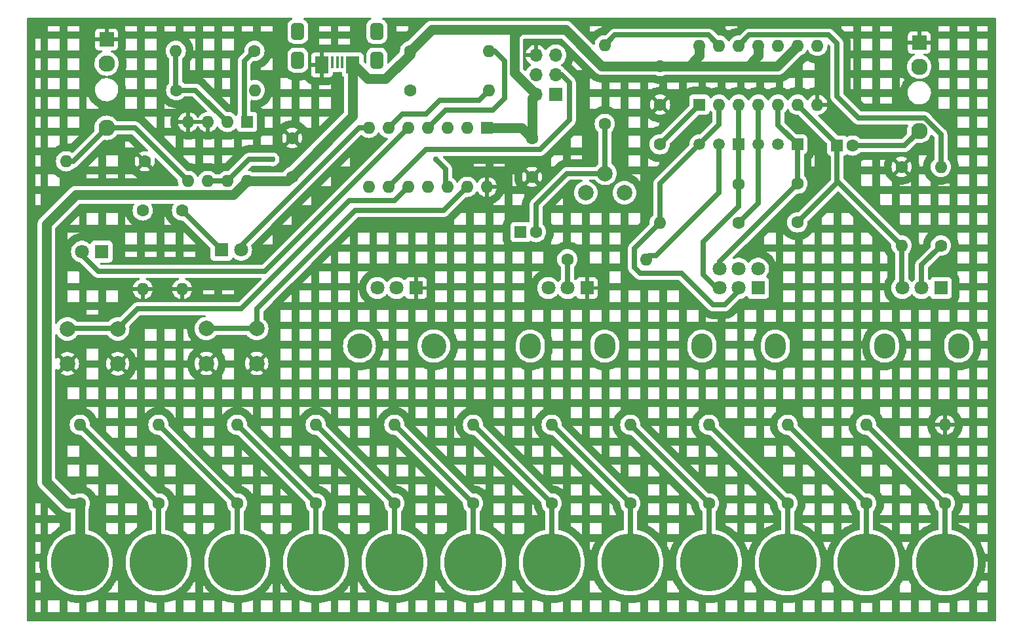
<source format=gtl>
%TF.GenerationSoftware,KiCad,Pcbnew,7.0.5-0*%
%TF.CreationDate,2023-06-20T21:08:24+01:00*%
%TF.ProjectId,bcm-machina-noise,62636d2d-6d61-4636-9869-6e612d6e6f69,rev?*%
%TF.SameCoordinates,Original*%
%TF.FileFunction,Copper,L1,Top*%
%TF.FilePolarity,Positive*%
%FSLAX46Y46*%
G04 Gerber Fmt 4.6, Leading zero omitted, Abs format (unit mm)*
G04 Created by KiCad (PCBNEW 7.0.5-0) date 2023-06-20 21:08:24*
%MOMM*%
%LPD*%
G01*
G04 APERTURE LIST*
G04 Aperture macros list*
%AMRoundRect*
0 Rectangle with rounded corners*
0 $1 Rounding radius*
0 $2 $3 $4 $5 $6 $7 $8 $9 X,Y pos of 4 corners*
0 Add a 4 corners polygon primitive as box body*
4,1,4,$2,$3,$4,$5,$6,$7,$8,$9,$2,$3,0*
0 Add four circle primitives for the rounded corners*
1,1,$1+$1,$2,$3*
1,1,$1+$1,$4,$5*
1,1,$1+$1,$6,$7*
1,1,$1+$1,$8,$9*
0 Add four rect primitives between the rounded corners*
20,1,$1+$1,$2,$3,$4,$5,0*
20,1,$1+$1,$4,$5,$6,$7,0*
20,1,$1+$1,$6,$7,$8,$9,0*
20,1,$1+$1,$8,$9,$2,$3,0*%
G04 Aperture macros list end*
%TA.AperFunction,ComponentPad*%
%ADD10RoundRect,0.412500X0.412500X0.687500X-0.412500X0.687500X-0.412500X-0.687500X0.412500X-0.687500X0*%
%TD*%
%TA.AperFunction,SMDPad,CuDef*%
%ADD11R,1.800000X2.200000*%
%TD*%
%TA.AperFunction,SMDPad,CuDef*%
%ADD12R,0.400000X1.500000*%
%TD*%
%TA.AperFunction,ComponentPad*%
%ADD13C,2.000000*%
%TD*%
%TA.AperFunction,ComponentPad*%
%ADD14C,7.500000*%
%TD*%
%TA.AperFunction,ComponentPad*%
%ADD15R,1.930000X1.830000*%
%TD*%
%TA.AperFunction,ComponentPad*%
%ADD16C,2.130000*%
%TD*%
%TA.AperFunction,ComponentPad*%
%ADD17R,1.500000X1.500000*%
%TD*%
%TA.AperFunction,ComponentPad*%
%ADD18C,1.500000*%
%TD*%
%TA.AperFunction,ComponentPad*%
%ADD19C,1.600000*%
%TD*%
%TA.AperFunction,ComponentPad*%
%ADD20O,1.600000X1.600000*%
%TD*%
%TA.AperFunction,ComponentPad*%
%ADD21R,1.800000X1.800000*%
%TD*%
%TA.AperFunction,ComponentPad*%
%ADD22C,1.800000*%
%TD*%
%TA.AperFunction,ComponentPad*%
%ADD23R,1.600000X1.600000*%
%TD*%
%TA.AperFunction,ComponentPad*%
%ADD24C,3.240000*%
%TD*%
%TA.AperFunction,ComponentPad*%
%ADD25O,2.720000X3.240000*%
%TD*%
%TA.AperFunction,ComponentPad*%
%ADD26R,1.700000X1.700000*%
%TD*%
%TA.AperFunction,ComponentPad*%
%ADD27O,1.700000X1.700000*%
%TD*%
%TA.AperFunction,ViaPad*%
%ADD28C,0.762000*%
%TD*%
%TA.AperFunction,Conductor*%
%ADD29C,0.635000*%
%TD*%
%TA.AperFunction,Conductor*%
%ADD30C,1.270000*%
%TD*%
G04 APERTURE END LIST*
D10*
%TO.P,J1,*%
%TO.N,*%
X112014000Y-77360000D03*
X112014000Y-73660000D03*
X101814000Y-77360000D03*
X101814000Y-73660000D03*
D11*
%TO.P,J1,1,VBUS*%
%TO.N,VCC*%
X108914000Y-77960000D03*
D12*
%TO.P,J1,2,D-*%
%TO.N,unconnected-(J1-D--Pad2)*%
X107564000Y-77610000D03*
%TO.P,J1,3,D+*%
%TO.N,unconnected-(J1-D+-Pad3)*%
X106914000Y-77610000D03*
%TO.P,J1,4,GND*%
%TO.N,unconnected-(J1-GND-Pad4)*%
X106264000Y-77610000D03*
D11*
%TO.P,J1,5,Shield*%
%TO.N,GND*%
X104914000Y-77960000D03*
%TD*%
D13*
%TO.P,RV3,1,1*%
%TO.N,unconnected-(RV3-Pad1)*%
X139018000Y-94488000D03*
%TO.P,RV3,2,2*%
%TO.N,Net-(C4-Pad2)*%
X141518000Y-91988000D03*
%TO.P,RV3,3,3*%
%TO.N,Net-(Q2-S)*%
X144018000Y-94488000D03*
%TD*%
D14*
%TO.P,H4,1,1*%
%TO.N,Net-(H4-Pad1)*%
X104140000Y-142240000D03*
%TD*%
%TO.P,H7,1,1*%
%TO.N,Net-(H7-Pad1)*%
X134620000Y-142240000D03*
%TD*%
%TO.P,H2,1,1*%
%TO.N,Net-(H2-Pad1)*%
X83820000Y-142240000D03*
%TD*%
D13*
%TO.P,SW1,1,1*%
%TO.N,/MCU_DIN2*%
X72047000Y-112086000D03*
X78547000Y-112086000D03*
%TO.P,SW1,2,2*%
%TO.N,GND*%
X72047000Y-116586000D03*
X78547000Y-116586000D03*
%TD*%
D15*
%TO.P,J5,S*%
%TO.N,GND*%
X77111007Y-74698525D03*
D16*
%TO.P,J5,T*%
%TO.N,Net-(U2B-+)*%
X77111007Y-86098525D03*
%TO.P,J5,TN*%
%TO.N,unconnected-(J5-PadTN)*%
X77111007Y-77798525D03*
%TD*%
D17*
%TO.P,Q1,1,D*%
%TO.N,Net-(Q1-D)*%
X158736000Y-88232000D03*
D18*
%TO.P,Q1,2,G*%
%TO.N,Net-(Q1-G)*%
X156196000Y-88232000D03*
%TO.P,Q1,3,S*%
%TO.N,Net-(Q1-S)*%
X153656000Y-88232000D03*
%TD*%
D19*
%TO.P,R25,1*%
%TO.N,Net-(R25-Pad1)*%
X96207000Y-76159000D03*
D20*
%TO.P,R25,2*%
%TO.N,Net-(U2A--)*%
X86047000Y-76159000D03*
%TD*%
D19*
%TO.P,R16,1*%
%TO.N,GND*%
X179818000Y-91146000D03*
D20*
%TO.P,R16,2*%
%TO.N,Net-(C2-Pad2)*%
X179818000Y-101306000D03*
%TD*%
D19*
%TO.P,C3,1*%
%TO.N,VCC*%
X132080000Y-87446000D03*
%TO.P,C3,2*%
%TO.N,GND*%
X132080000Y-92446000D03*
%TD*%
%TO.P,R22,1*%
%TO.N,GND*%
X82042000Y-90424000D03*
D20*
%TO.P,R22,2*%
%TO.N,Net-(U2B-+)*%
X71882000Y-90424000D03*
%TD*%
D19*
%TO.P,R11,1*%
%TO.N,Net-(H11-Pad1)*%
X175260000Y-134620000D03*
D20*
%TO.P,R11,2*%
%TO.N,Net-(H12-Pad1)*%
X175260000Y-124460000D03*
%TD*%
D14*
%TO.P,H8,1,1*%
%TO.N,Net-(H8-Pad1)*%
X144780000Y-142240000D03*
%TD*%
D21*
%TO.P,D1,1,K*%
%TO.N,Net-(D1-K)*%
X76459000Y-102108000D03*
D22*
%TO.P,D1,2,A*%
%TO.N,/MCU_DOUT2*%
X73919000Y-102108000D03*
%TD*%
D19*
%TO.P,R14,1*%
%TO.N,Net-(R14-Pad1)*%
X148576000Y-88232000D03*
D20*
%TO.P,R14,2*%
%TO.N,Net-(Q1-S)*%
X148576000Y-98392000D03*
%TD*%
D23*
%TO.P,C5,1*%
%TO.N,Net-(C2-Pad2)*%
X171482000Y-88392000D03*
D19*
%TO.P,C5,2*%
%TO.N,Net-(C5-Pad2)*%
X173482000Y-88392000D03*
%TD*%
D14*
%TO.P,H10,1,1*%
%TO.N,Net-(H10-Pad1)*%
X165100000Y-142240000D03*
%TD*%
D19*
%TO.P,R3,1*%
%TO.N,Net-(H3-Pad1)*%
X93980000Y-134620000D03*
D20*
%TO.P,R3,2*%
%TO.N,Net-(H4-Pad1)*%
X93980000Y-124460000D03*
%TD*%
D19*
%TO.P,R19,1*%
%TO.N,VCC*%
X116332000Y-76200000D03*
D20*
%TO.P,R19,2*%
%TO.N,/MCU_RESET*%
X126492000Y-76200000D03*
%TD*%
D14*
%TO.P,H1,1,1*%
%TO.N,VCC*%
X73660000Y-142240000D03*
%TD*%
D19*
%TO.P,R10,1*%
%TO.N,Net-(H10-Pad1)*%
X165100000Y-134620000D03*
D20*
%TO.P,R10,2*%
%TO.N,Net-(H11-Pad1)*%
X165100000Y-124460000D03*
%TD*%
D19*
%TO.P,R18,1*%
%TO.N,Net-(R18-Pad1)*%
X116332000Y-81280000D03*
D20*
%TO.P,R18,2*%
%TO.N,/MCU_PWM_2*%
X126492000Y-81280000D03*
%TD*%
D23*
%TO.P,C4,1*%
%TO.N,/MCU_MISO*%
X130588000Y-99568000D03*
D19*
%TO.P,C4,2*%
%TO.N,Net-(C4-Pad2)*%
X132588000Y-99568000D03*
%TD*%
%TO.P,R2,1*%
%TO.N,Net-(H2-Pad1)*%
X83820000Y-134620000D03*
D20*
%TO.P,R2,2*%
%TO.N,Net-(H3-Pad1)*%
X83820000Y-124460000D03*
%TD*%
D14*
%TO.P,H5,1,1*%
%TO.N,Net-(H5-Pad1)*%
X114300000Y-142240000D03*
%TD*%
D19*
%TO.P,R12,1*%
%TO.N,Net-(H12-Pad1)*%
X185420000Y-134620000D03*
D20*
%TO.P,R12,2*%
%TO.N,GND*%
X185420000Y-124460000D03*
%TD*%
D19*
%TO.P,R21,1*%
%TO.N,Net-(D2-K)*%
X86868000Y-96774000D03*
D20*
%TO.P,R21,2*%
%TO.N,GND*%
X86868000Y-106934000D03*
%TD*%
D19*
%TO.P,R13,1*%
%TO.N,Net-(C4-Pad2)*%
X141478000Y-85598000D03*
D20*
%TO.P,R13,2*%
%TO.N,Net-(R13-Pad2)*%
X141478000Y-75438000D03*
%TD*%
D13*
%TO.P,SW2,1,1*%
%TO.N,/MCU_DIN1*%
X90006000Y-112046000D03*
X96506000Y-112046000D03*
%TO.P,SW2,2,2*%
%TO.N,GND*%
X90006000Y-116546000D03*
X96506000Y-116546000D03*
%TD*%
D24*
%TO.P,RV5,*%
%TO.N,*%
X119380000Y-114300000D03*
X109780000Y-114300000D03*
D21*
%TO.P,RV5,1,1*%
%TO.N,GND*%
X117080000Y-106800000D03*
D22*
%TO.P,RV5,2,2*%
%TO.N,/MCU_ADC_2*%
X114580000Y-106800000D03*
%TO.P,RV5,3,3*%
%TO.N,VCC*%
X112080000Y-106800000D03*
%TD*%
D19*
%TO.P,R6,1*%
%TO.N,Net-(H6-Pad1)*%
X124460000Y-134620000D03*
D20*
%TO.P,R6,2*%
%TO.N,Net-(H7-Pad1)*%
X124460000Y-124460000D03*
%TD*%
D19*
%TO.P,C7,1*%
%TO.N,VCC*%
X148616000Y-78112000D03*
%TO.P,C7,2*%
%TO.N,GND*%
X148616000Y-83112000D03*
%TD*%
D15*
%TO.P,J3,S*%
%TO.N,GND*%
X182104000Y-75092000D03*
D16*
%TO.P,J3,T*%
%TO.N,Net-(C5-Pad2)*%
X182104000Y-86492000D03*
%TO.P,J3,TN*%
%TO.N,unconnected-(J3-PadTN)*%
X182104000Y-78192000D03*
%TD*%
D23*
%TO.P,U2,1*%
%TO.N,Net-(R25-Pad1)*%
X95250000Y-85344000D03*
D20*
%TO.P,U2,2,-*%
%TO.N,Net-(U2A--)*%
X92710000Y-85344000D03*
%TO.P,U2,3,+*%
%TO.N,GND*%
X90170000Y-85344000D03*
%TO.P,U2,4,V-*%
X87630000Y-85344000D03*
%TO.P,U2,5,+*%
%TO.N,Net-(U2B-+)*%
X87630000Y-92964000D03*
%TO.P,U2,6,-*%
%TO.N,/MCU_ADC_1*%
X90170000Y-92964000D03*
%TO.P,U2,7*%
X92710000Y-92964000D03*
%TO.P,U2,8,V+*%
%TO.N,VCC*%
X95250000Y-92964000D03*
%TD*%
D23*
%TO.P,U3,1,VCC*%
%TO.N,VCC*%
X126238000Y-86106000D03*
D20*
%TO.P,U3,2,XTAL1/PB0*%
%TO.N,unconnected-(U3-XTAL1{slash}PB0-Pad2)*%
X123698000Y-86106000D03*
%TO.P,U3,3,XTAL2/PB1*%
%TO.N,unconnected-(U3-XTAL2{slash}PB1-Pad3)*%
X121158000Y-86106000D03*
%TO.P,U3,4,~{RESET}/PB3*%
%TO.N,/MCU_RESET*%
X118618000Y-86106000D03*
%TO.P,U3,5,PB2*%
%TO.N,/MCU_DOUT2*%
X116078000Y-86106000D03*
%TO.P,U3,6,PA7*%
%TO.N,/MCU_PWM_2*%
X113538000Y-86106000D03*
%TO.P,U3,7,PA6*%
%TO.N,/MCU_DOUT1*%
X110998000Y-86106000D03*
%TO.P,U3,8,PA5*%
%TO.N,/MCU_MISO*%
X110998000Y-93726000D03*
%TO.P,U3,9,PA4*%
%TO.N,/MCU_SCK*%
X113538000Y-93726000D03*
%TO.P,U3,10,PA3*%
%TO.N,/MCU_DIN2*%
X116078000Y-93726000D03*
%TO.P,U3,11,PA2*%
%TO.N,/MCU_ADC_2*%
X118618000Y-93726000D03*
%TO.P,U3,12,PA1*%
%TO.N,/MCU_ADC_1*%
X121158000Y-93726000D03*
%TO.P,U3,13,AREF/PA0*%
%TO.N,/MCU_DIN1*%
X123698000Y-93726000D03*
%TO.P,U3,14,GND*%
%TO.N,GND*%
X126238000Y-93726000D03*
%TD*%
D17*
%TO.P,Q2,1,D*%
%TO.N,Net-(Q2-D)*%
X166356000Y-88232000D03*
D18*
%TO.P,Q2,2,G*%
%TO.N,Net-(Q1-G)*%
X163816000Y-88232000D03*
%TO.P,Q2,3,S*%
%TO.N,Net-(Q2-S)*%
X161276000Y-88232000D03*
%TD*%
D25*
%TO.P,RV1,*%
%TO.N,*%
X163526000Y-114300000D03*
X154026000Y-114300000D03*
D21*
%TO.P,RV1,1,1*%
%TO.N,unconnected-(RV1-Pad1)*%
X161276000Y-106800000D03*
D22*
%TO.P,RV1,2,2*%
%TO.N,Net-(Q1-S)*%
X158776000Y-106800000D03*
%TO.P,RV1,3,3*%
%TO.N,Net-(Q1-D)*%
X156276000Y-106800000D03*
%TO.P,RV1,4,4*%
%TO.N,unconnected-(RV1-Pad4)*%
X161276000Y-104300000D03*
%TO.P,RV1,5,5*%
%TO.N,Net-(Q2-S)*%
X158776000Y-104300000D03*
%TO.P,RV1,6,6*%
%TO.N,Net-(Q2-D)*%
X156276000Y-104300000D03*
%TD*%
D19*
%TO.P,R4,1*%
%TO.N,Net-(H4-Pad1)*%
X104140000Y-134620000D03*
D20*
%TO.P,R4,2*%
%TO.N,Net-(H5-Pad1)*%
X104140000Y-124460000D03*
%TD*%
D19*
%TO.P,R7,1*%
%TO.N,Net-(H7-Pad1)*%
X134620000Y-134620000D03*
D20*
%TO.P,R7,2*%
%TO.N,Net-(H8-Pad1)*%
X134620000Y-124460000D03*
%TD*%
D14*
%TO.P,H9,1,1*%
%TO.N,Net-(H9-Pad1)*%
X154940000Y-142240000D03*
%TD*%
D19*
%TO.P,R5,1*%
%TO.N,Net-(H5-Pad1)*%
X114300000Y-134620000D03*
D20*
%TO.P,R5,2*%
%TO.N,Net-(H6-Pad1)*%
X114300000Y-124460000D03*
%TD*%
D25*
%TO.P,RV2,*%
%TO.N,*%
X187198000Y-114300000D03*
X177598000Y-114300000D03*
D21*
%TO.P,RV2,1,1*%
%TO.N,unconnected-(RV2-Pad1)*%
X184898000Y-106800000D03*
D22*
%TO.P,RV2,2,2*%
%TO.N,Net-(R17-Pad1)*%
X182398000Y-106800000D03*
%TO.P,RV2,3,3*%
%TO.N,Net-(C2-Pad2)*%
X179898000Y-106800000D03*
%TD*%
D19*
%TO.P,R1,1*%
%TO.N,VCC*%
X73660000Y-134620000D03*
D20*
%TO.P,R1,2*%
%TO.N,Net-(H2-Pad1)*%
X73660000Y-124460000D03*
%TD*%
D19*
%TO.P,R15,1*%
%TO.N,Net-(R15-Pad1)*%
X136638000Y-103084000D03*
D20*
%TO.P,R15,2*%
%TO.N,Net-(Q1-G)*%
X146798000Y-103084000D03*
%TD*%
D14*
%TO.P,H11,1,1*%
%TO.N,Net-(H11-Pad1)*%
X175260000Y-142240000D03*
%TD*%
D19*
%TO.P,R8,1*%
%TO.N,Net-(H8-Pad1)*%
X144780000Y-134620000D03*
D20*
%TO.P,R8,2*%
%TO.N,Net-(H9-Pad1)*%
X144780000Y-124460000D03*
%TD*%
D21*
%TO.P,D2,1,K*%
%TO.N,Net-(D2-K)*%
X91948000Y-101854000D03*
D22*
%TO.P,D2,2,A*%
%TO.N,/MCU_DOUT1*%
X94488000Y-101854000D03*
%TD*%
D14*
%TO.P,H3,1,1*%
%TO.N,Net-(H3-Pad1)*%
X93980000Y-142240000D03*
%TD*%
%TO.P,H12,1,1*%
%TO.N,Net-(H12-Pad1)*%
X185420000Y-142240000D03*
%TD*%
D19*
%TO.P,C2,1*%
%TO.N,Net-(Q2-D)*%
X166356000Y-93312000D03*
%TO.P,C2,2*%
%TO.N,Net-(C2-Pad2)*%
X166356000Y-98312000D03*
%TD*%
%TO.P,R17,1*%
%TO.N,Net-(R17-Pad1)*%
X184898000Y-101306000D03*
D20*
%TO.P,R17,2*%
%TO.N,Net-(R14-Pad1)*%
X184898000Y-91146000D03*
%TD*%
D23*
%TO.P,U1,1*%
%TO.N,Net-(R14-Pad1)*%
X153696000Y-83112000D03*
D20*
%TO.P,U1,2*%
%TO.N,Net-(Q1-S)*%
X156236000Y-83112000D03*
%TO.P,U1,3*%
%TO.N,Net-(Q1-D)*%
X158776000Y-83112000D03*
%TO.P,U1,4*%
%TO.N,Net-(Q2-S)*%
X161316000Y-83112000D03*
%TO.P,U1,5*%
%TO.N,Net-(Q2-D)*%
X163856000Y-83112000D03*
%TO.P,U1,6*%
%TO.N,Net-(C2-Pad2)*%
X166396000Y-83112000D03*
%TO.P,U1,7,VSS*%
%TO.N,GND*%
X168936000Y-83112000D03*
%TO.P,U1,8*%
%TO.N,unconnected-(U1-Pad8)*%
X168936000Y-75492000D03*
%TO.P,U1,9*%
%TO.N,VCC*%
X166396000Y-75492000D03*
%TO.P,U1,10*%
%TO.N,unconnected-(U1-Pad10)*%
X163856000Y-75492000D03*
%TO.P,U1,11*%
%TO.N,VCC*%
X161316000Y-75492000D03*
%TO.P,U1,12*%
%TO.N,Net-(R14-Pad1)*%
X158776000Y-75492000D03*
%TO.P,U1,13*%
%TO.N,Net-(R13-Pad2)*%
X156236000Y-75492000D03*
%TO.P,U1,14,VDD*%
%TO.N,VCC*%
X153696000Y-75492000D03*
%TD*%
D19*
%TO.P,R20,1*%
%TO.N,Net-(D1-K)*%
X81788000Y-96774000D03*
D20*
%TO.P,R20,2*%
%TO.N,GND*%
X81788000Y-106934000D03*
%TD*%
D14*
%TO.P,H6,1,1*%
%TO.N,Net-(H6-Pad1)*%
X124460000Y-142240000D03*
%TD*%
D19*
%TO.P,R9,1*%
%TO.N,Net-(H9-Pad1)*%
X154940000Y-134620000D03*
D20*
%TO.P,R9,2*%
%TO.N,Net-(H10-Pad1)*%
X154940000Y-124460000D03*
%TD*%
D25*
%TO.P,RV4,*%
%TO.N,*%
X141464000Y-114300000D03*
X131864000Y-114300000D03*
D21*
%TO.P,RV4,1,1*%
%TO.N,GND*%
X139164000Y-106800000D03*
D22*
%TO.P,RV4,2,2*%
%TO.N,Net-(R15-Pad1)*%
X136664000Y-106800000D03*
%TO.P,RV4,3,3*%
%TO.N,Net-(R25-Pad1)*%
X134164000Y-106800000D03*
%TD*%
D19*
%TO.P,C6,1*%
%TO.N,VCC*%
X101092000Y-92416000D03*
%TO.P,C6,2*%
%TO.N,GND*%
X101092000Y-87416000D03*
%TD*%
D26*
%TO.P,J2,1,MISO*%
%TO.N,/MCU_MISO*%
X135128000Y-81788000D03*
D27*
%TO.P,J2,2,VCC*%
%TO.N,VCC*%
X132588000Y-81788000D03*
%TO.P,J2,3,SCK*%
%TO.N,/MCU_SCK*%
X135128000Y-79248000D03*
%TO.P,J2,4,MOSI*%
%TO.N,/MCU_DOUT1*%
X132588000Y-79248000D03*
%TO.P,J2,5,~{RST}*%
%TO.N,/MCU_RESET*%
X135128000Y-76708000D03*
%TO.P,J2,6,GND*%
%TO.N,GND*%
X132588000Y-76708000D03*
%TD*%
D19*
%TO.P,R26,1*%
%TO.N,Net-(U2A--)*%
X86106000Y-81239000D03*
D20*
%TO.P,R26,2*%
%TO.N,Net-(R18-Pad1)*%
X96266000Y-81239000D03*
%TD*%
D19*
%TO.P,C1,1*%
%TO.N,Net-(Q1-D)*%
X158736000Y-93392000D03*
%TO.P,C1,2*%
%TO.N,Net-(Q2-S)*%
X158736000Y-98392000D03*
%TD*%
D28*
%TO.N,/MCU_ADC_1*%
X98552000Y-90170000D03*
X119634000Y-90170000D03*
%TD*%
D29*
%TO.N,Net-(Q1-D)*%
X154178000Y-105050000D02*
X156276000Y-107148000D01*
X158776000Y-83112000D02*
X158776000Y-88192000D01*
X154178000Y-100838000D02*
X154178000Y-105050000D01*
X158736000Y-93392000D02*
X158736000Y-96280000D01*
X158736000Y-96280000D02*
X154178000Y-100838000D01*
X158736000Y-88232000D02*
X158736000Y-93392000D01*
%TO.N,Net-(Q2-S)*%
X161276000Y-95852000D02*
X158736000Y-98392000D01*
X161316000Y-83112000D02*
X161316000Y-88192000D01*
X161276000Y-88232000D02*
X161276000Y-95852000D01*
%TO.N,Net-(Q2-D)*%
X163856000Y-83112000D02*
X163856000Y-85732000D01*
X156276000Y-103392000D02*
X156276000Y-104300000D01*
X166356000Y-88232000D02*
X166356000Y-93312000D01*
X163856000Y-85732000D02*
X166356000Y-88232000D01*
X166356000Y-93312000D02*
X156276000Y-103392000D01*
%TO.N,Net-(C2-Pad2)*%
X171482000Y-92710000D02*
X171482000Y-93186000D01*
X179818000Y-101306000D02*
X179818000Y-106466000D01*
X171482000Y-92970000D02*
X171482000Y-92710000D01*
X171482000Y-88392000D02*
X171482000Y-92710000D01*
X171482000Y-93186000D02*
X166356000Y-98312000D01*
X171482000Y-88198000D02*
X166396000Y-83112000D01*
X179818000Y-101306000D02*
X171482000Y-92970000D01*
D30*
%TO.N,VCC*%
X95250000Y-92964000D02*
X100544000Y-92964000D01*
X132080000Y-82296000D02*
X132588000Y-81788000D01*
X153696000Y-76816000D02*
X153696000Y-75492000D01*
X132588000Y-81788000D02*
X129794000Y-78994000D01*
X95250000Y-92964000D02*
X93472000Y-94742000D01*
X126238000Y-86106000D02*
X130740000Y-86106000D01*
X152400000Y-78112000D02*
X160020000Y-78112000D01*
X132080000Y-87446000D02*
X132080000Y-82296000D01*
X116332000Y-76200000D02*
X116332000Y-76581000D01*
X152400000Y-78112000D02*
X153696000Y-76816000D01*
X116332000Y-76200000D02*
X119126000Y-73406000D01*
X136398000Y-73406000D02*
X141104000Y-78112000D01*
X93472000Y-94742000D02*
X73152000Y-94742000D01*
X108914000Y-77816000D02*
X108914000Y-84594000D01*
X160020000Y-78112000D02*
X163776000Y-78112000D01*
X163776000Y-78112000D02*
X166396000Y-75492000D01*
X100544000Y-92964000D02*
X101092000Y-92416000D01*
X130556000Y-73406000D02*
X119126000Y-73406000D01*
X141104000Y-78112000D02*
X148616000Y-78112000D01*
X73660000Y-134620000D02*
X73660000Y-142240000D01*
X130740000Y-86106000D02*
X132080000Y-87446000D01*
X108914000Y-84594000D02*
X101092000Y-92416000D01*
X148616000Y-78112000D02*
X152400000Y-78112000D01*
X72136000Y-134620000D02*
X73660000Y-134620000D01*
X161316000Y-76816000D02*
X161316000Y-75492000D01*
X113157000Y-79756000D02*
X110854000Y-79756000D01*
X73152000Y-94742000D02*
X69342000Y-98552000D01*
X129794000Y-74168000D02*
X130556000Y-73406000D01*
X69342000Y-98552000D02*
X69342000Y-131826000D01*
X160020000Y-78112000D02*
X161316000Y-76816000D01*
X116332000Y-76581000D02*
X113157000Y-79756000D01*
X129794000Y-78994000D02*
X129794000Y-74168000D01*
X136398000Y-73406000D02*
X130556000Y-73406000D01*
X110854000Y-79756000D02*
X108914000Y-77816000D01*
X69342000Y-131826000D02*
X72136000Y-134620000D01*
D29*
%TO.N,/MCU_PWM_2*%
X118364000Y-84328000D02*
X120142000Y-82550000D01*
X113538000Y-86106000D02*
X115316000Y-84328000D01*
X115316000Y-84328000D02*
X118364000Y-84328000D01*
X125222000Y-82550000D02*
X126492000Y-81280000D01*
X120142000Y-82550000D02*
X125222000Y-82550000D01*
%TO.N,Net-(C4-Pad2)*%
X132588000Y-99568000D02*
X132588000Y-96012000D01*
X141478000Y-85598000D02*
X141478000Y-91948000D01*
X136612000Y-91988000D02*
X141518000Y-91988000D01*
X132588000Y-96012000D02*
X136612000Y-91988000D01*
%TO.N,Net-(C5-Pad2)*%
X180204000Y-88392000D02*
X173482000Y-88392000D01*
X182104000Y-86492000D02*
X180204000Y-88392000D01*
%TO.N,/MCU_DOUT2*%
X97536000Y-104648000D02*
X76056000Y-104648000D01*
X76056000Y-104648000D02*
X73919000Y-102511000D01*
X116078000Y-86106000D02*
X97536000Y-104648000D01*
%TO.N,Net-(D2-K)*%
X86868000Y-96774000D02*
X91948000Y-101854000D01*
%TO.N,/MCU_DOUT1*%
X110998000Y-86106000D02*
X109728000Y-86106000D01*
X109728000Y-86106000D02*
X94488000Y-101346000D01*
%TO.N,Net-(H2-Pad1)*%
X83820000Y-134620000D02*
X83820000Y-142240000D01*
X73660000Y-124460000D02*
X83820000Y-134620000D01*
%TO.N,Net-(H3-Pad1)*%
X93980000Y-134620000D02*
X93980000Y-142240000D01*
X83820000Y-124460000D02*
X93980000Y-134620000D01*
%TO.N,Net-(H4-Pad1)*%
X93980000Y-124460000D02*
X104140000Y-134620000D01*
X104140000Y-134620000D02*
X104140000Y-142240000D01*
%TO.N,Net-(H5-Pad1)*%
X104140000Y-124460000D02*
X114300000Y-134620000D01*
X114300000Y-134620000D02*
X114300000Y-142240000D01*
%TO.N,Net-(H6-Pad1)*%
X124460000Y-134620000D02*
X124460000Y-142240000D01*
X114300000Y-124460000D02*
X124460000Y-134620000D01*
%TO.N,Net-(H7-Pad1)*%
X124460000Y-124460000D02*
X134620000Y-134620000D01*
X134620000Y-134620000D02*
X134620000Y-142240000D01*
%TO.N,Net-(H8-Pad1)*%
X144780000Y-134620000D02*
X144780000Y-142240000D01*
X134620000Y-124460000D02*
X144780000Y-134620000D01*
%TO.N,Net-(H9-Pad1)*%
X154940000Y-134620000D02*
X154940000Y-142240000D01*
X144780000Y-124460000D02*
X154940000Y-134620000D01*
%TO.N,Net-(H10-Pad1)*%
X165100000Y-134620000D02*
X165100000Y-142240000D01*
X154940000Y-124460000D02*
X165100000Y-134620000D01*
%TO.N,Net-(H11-Pad1)*%
X175260000Y-134620000D02*
X175260000Y-142240000D01*
X165100000Y-124460000D02*
X175260000Y-134620000D01*
%TO.N,Net-(H12-Pad1)*%
X175260000Y-124460000D02*
X185420000Y-134620000D01*
X185420000Y-134620000D02*
X185420000Y-142240000D01*
%TO.N,/MCU_SCK*%
X113538000Y-93726000D02*
X118364000Y-88900000D01*
X135890000Y-79248000D02*
X135128000Y-79248000D01*
X136906000Y-80264000D02*
X135890000Y-79248000D01*
X136906000Y-85090000D02*
X136906000Y-80264000D01*
X133096000Y-88900000D02*
X136906000Y-85090000D01*
X118364000Y-88900000D02*
X133096000Y-88900000D01*
%TO.N,/MCU_RESET*%
X128524000Y-77470000D02*
X128524000Y-82296000D01*
X120904000Y-83820000D02*
X118618000Y-86106000D01*
X126492000Y-76200000D02*
X127254000Y-76200000D01*
X127254000Y-76200000D02*
X128524000Y-77470000D01*
X127000000Y-83820000D02*
X120904000Y-83820000D01*
X128524000Y-82296000D02*
X127000000Y-83820000D01*
%TO.N,Net-(U2B-+)*%
X80764525Y-86098525D02*
X77111007Y-86098525D01*
X77111007Y-86098525D02*
X72785532Y-90424000D01*
X72785532Y-90424000D02*
X71882000Y-90424000D01*
X87630000Y-92964000D02*
X80764525Y-86098525D01*
%TO.N,Net-(Q1-G)*%
X148082000Y-102616000D02*
X156196000Y-94502000D01*
X148082000Y-102616000D02*
X147266000Y-102616000D01*
X147266000Y-102616000D02*
X146798000Y-103084000D01*
X156196000Y-94502000D02*
X156196000Y-88232000D01*
%TO.N,Net-(Q1-S)*%
X148576000Y-93312000D02*
X148576000Y-98392000D01*
X145288000Y-104140000D02*
X145288000Y-101680000D01*
X151384000Y-104902000D02*
X146050000Y-104902000D01*
X156236000Y-85652000D02*
X153656000Y-88232000D01*
X153656000Y-88232000D02*
X148576000Y-93312000D01*
X146050000Y-104902000D02*
X145288000Y-104140000D01*
X145288000Y-101680000D02*
X148576000Y-98392000D01*
X156972000Y-108966000D02*
X155448000Y-108966000D01*
X155448000Y-108966000D02*
X151384000Y-104902000D01*
X158776000Y-107148000D02*
X156972000Y-108952000D01*
X156972000Y-108952000D02*
X156972000Y-108966000D01*
X156236000Y-83112000D02*
X156236000Y-85652000D01*
%TO.N,Net-(R13-Pad2)*%
X141478000Y-75438000D02*
X142795500Y-74120500D01*
X142795500Y-74120500D02*
X154864500Y-74120500D01*
X154864500Y-74120500D02*
X156236000Y-75492000D01*
%TO.N,Net-(R14-Pad1)*%
X171450000Y-82042000D02*
X174244000Y-84836000D01*
X171450000Y-75184000D02*
X171450000Y-82042000D01*
X160147500Y-74120500D02*
X170386500Y-74120500D01*
X184898000Y-86971639D02*
X184898000Y-91146000D01*
X158776000Y-75492000D02*
X160147500Y-74120500D01*
X182762361Y-84836000D02*
X184898000Y-86971639D01*
X174244000Y-84836000D02*
X182762361Y-84836000D01*
X148576000Y-88232000D02*
X153696000Y-83112000D01*
X170386500Y-74120500D02*
X171450000Y-75184000D01*
%TO.N,Net-(R15-Pad1)*%
X136638000Y-103084000D02*
X136638000Y-107242000D01*
%TO.N,Net-(R17-Pad1)*%
X182398000Y-106546000D02*
X182398000Y-103806000D01*
X182398000Y-103806000D02*
X184898000Y-101306000D01*
%TO.N,Net-(R25-Pad1)*%
X96207000Y-76159000D02*
X94894500Y-77471500D01*
X94894500Y-77471500D02*
X94894500Y-84988500D01*
%TO.N,Net-(U2A--)*%
X88605000Y-81239000D02*
X92710000Y-85344000D01*
X86047000Y-76159000D02*
X86047000Y-81180000D01*
X86106000Y-81239000D02*
X88605000Y-81239000D01*
%TO.N,/MCU_DIN2*%
X81093000Y-109474000D02*
X78547000Y-112020000D01*
X78547000Y-112020000D02*
X72047000Y-112020000D01*
X108458000Y-95504000D02*
X94488000Y-109474000D01*
X116078000Y-93726000D02*
X114300000Y-95504000D01*
X114300000Y-95504000D02*
X108458000Y-95504000D01*
X94488000Y-109474000D02*
X81093000Y-109474000D01*
%TO.N,/MCU_DIN1*%
X90006000Y-112046000D02*
X96506000Y-112046000D01*
X96506000Y-112046000D02*
X96506000Y-109488000D01*
X120650000Y-96774000D02*
X123698000Y-93726000D01*
X109220000Y-96774000D02*
X120650000Y-96774000D01*
X96506000Y-109488000D02*
X109220000Y-96774000D01*
%TO.N,/MCU_ADC_1*%
X98552000Y-90170000D02*
X95504000Y-90170000D01*
X119634000Y-90170000D02*
X120904000Y-91440000D01*
X120904000Y-91440000D02*
X120904000Y-93472000D01*
X95504000Y-90170000D02*
X92710000Y-92964000D01*
X90170000Y-92964000D02*
X92710000Y-92964000D01*
%TD*%
%TA.AperFunction,Conductor*%
%TO.N,GND*%
G36*
X112335864Y-86668278D02*
G01*
X112380382Y-86719655D01*
X112400477Y-86762749D01*
X112531802Y-86950300D01*
X112693700Y-87112198D01*
X112881251Y-87243523D01*
X112954030Y-87277460D01*
X113088750Y-87340281D01*
X113088752Y-87340281D01*
X113088757Y-87340284D01*
X113309913Y-87399543D01*
X113326756Y-87401016D01*
X113391824Y-87426466D01*
X113432804Y-87483056D01*
X113436685Y-87552818D01*
X113403632Y-87612225D01*
X97230178Y-103785681D01*
X97168855Y-103819166D01*
X97142497Y-103822000D01*
X76449502Y-103822000D01*
X76382463Y-103802315D01*
X76361821Y-103785681D01*
X76304321Y-103728181D01*
X76270836Y-103666858D01*
X76275820Y-103597166D01*
X76317692Y-103541233D01*
X76383156Y-103516816D01*
X76392002Y-103516500D01*
X77407638Y-103516500D01*
X77407654Y-103516499D01*
X77434692Y-103513591D01*
X77468201Y-103509989D01*
X77475411Y-103507300D01*
X77492942Y-103500761D01*
X77605204Y-103458889D01*
X77722261Y-103371261D01*
X77809889Y-103254204D01*
X77860989Y-103117201D01*
X77864591Y-103083692D01*
X77867499Y-103056654D01*
X77867500Y-103056637D01*
X77867500Y-102130500D01*
X79550500Y-102130500D01*
X79550500Y-102824000D01*
X81052500Y-102824000D01*
X81052500Y-102130500D01*
X82050500Y-102130500D01*
X82050500Y-102824000D01*
X83552500Y-102824000D01*
X83552500Y-102130500D01*
X84550500Y-102130500D01*
X84550500Y-102824000D01*
X86052500Y-102824000D01*
X86052500Y-102130500D01*
X87050500Y-102130500D01*
X87050500Y-102824000D01*
X88552500Y-102824000D01*
X88552500Y-102130500D01*
X87050500Y-102130500D01*
X86052500Y-102130500D01*
X84550500Y-102130500D01*
X83552500Y-102130500D01*
X82050500Y-102130500D01*
X81052500Y-102130500D01*
X79550500Y-102130500D01*
X77867500Y-102130500D01*
X77867500Y-101159362D01*
X77867499Y-101159345D01*
X77862805Y-101115693D01*
X77860989Y-101098799D01*
X77859625Y-101095143D01*
X77828126Y-101010691D01*
X77809889Y-100961796D01*
X77722261Y-100844739D01*
X77605204Y-100757111D01*
X77605204Y-100757110D01*
X77468203Y-100706011D01*
X77407654Y-100699500D01*
X77407638Y-100699500D01*
X75510362Y-100699500D01*
X75510345Y-100699500D01*
X75449797Y-100706011D01*
X75449795Y-100706011D01*
X75312795Y-100757111D01*
X75195739Y-100844739D01*
X75108111Y-100961794D01*
X75083602Y-101027504D01*
X75041729Y-101083437D01*
X74976264Y-101107852D01*
X74907992Y-101092999D01*
X74880275Y-101071342D01*
X74879990Y-101071653D01*
X74876225Y-101068187D01*
X74876220Y-101068182D01*
X74692017Y-100924810D01*
X74692015Y-100924809D01*
X74692014Y-100924808D01*
X74692011Y-100924806D01*
X74486733Y-100813716D01*
X74486730Y-100813715D01*
X74486727Y-100813713D01*
X74486721Y-100813711D01*
X74486719Y-100813710D01*
X74265954Y-100737920D01*
X74060875Y-100703699D01*
X74035712Y-100699500D01*
X73802288Y-100699500D01*
X73777125Y-100703699D01*
X73572045Y-100737920D01*
X73351280Y-100813710D01*
X73351266Y-100813716D01*
X73145988Y-100924806D01*
X73145985Y-100924808D01*
X72961781Y-101068181D01*
X72961776Y-101068185D01*
X72803686Y-101239915D01*
X72676015Y-101435331D01*
X72582251Y-101649092D01*
X72524948Y-101875377D01*
X72505673Y-102107994D01*
X72505673Y-102108005D01*
X72524948Y-102340622D01*
X72582251Y-102566907D01*
X72676015Y-102780668D01*
X72803686Y-102976084D01*
X72958764Y-103144542D01*
X72961780Y-103147818D01*
X73145983Y-103291190D01*
X73145985Y-103291191D01*
X73145988Y-103291193D01*
X73265331Y-103355777D01*
X73351273Y-103402287D01*
X73572049Y-103478080D01*
X73707978Y-103500762D01*
X73770861Y-103531211D01*
X73775248Y-103535388D01*
X75446410Y-105206551D01*
X75449805Y-105210233D01*
X75461046Y-105223467D01*
X75484606Y-105251206D01*
X75484608Y-105251208D01*
X75546563Y-105298304D01*
X75547862Y-105299319D01*
X75598246Y-105339819D01*
X75608523Y-105348080D01*
X75611440Y-105349944D01*
X75624674Y-105358153D01*
X75627635Y-105359934D01*
X75627641Y-105359938D01*
X75694757Y-105390989D01*
X75698270Y-105392614D01*
X75699760Y-105393328D01*
X75713213Y-105400000D01*
X75769477Y-105427906D01*
X75772740Y-105429104D01*
X75787401Y-105434266D01*
X75790697Y-105435377D01*
X75790702Y-105435378D01*
X75866721Y-105452110D01*
X75868299Y-105452480D01*
X75943832Y-105471265D01*
X75943835Y-105471265D01*
X75943839Y-105471266D01*
X75947234Y-105471728D01*
X75962698Y-105473622D01*
X75966163Y-105473999D01*
X75966167Y-105474000D01*
X76043964Y-105474000D01*
X76045643Y-105474023D01*
X76115459Y-105475913D01*
X76123432Y-105476129D01*
X76123432Y-105476128D01*
X76123435Y-105476129D01*
X76126775Y-105475856D01*
X76146316Y-105474000D01*
X81283590Y-105474000D01*
X81350629Y-105493685D01*
X81396384Y-105546489D01*
X81406328Y-105615647D01*
X81377303Y-105679203D01*
X81335995Y-105710382D01*
X81135517Y-105803866D01*
X80949179Y-105934342D01*
X80788342Y-106095179D01*
X80657865Y-106281517D01*
X80561734Y-106487673D01*
X80561730Y-106487682D01*
X80509127Y-106683999D01*
X80509128Y-106684000D01*
X81472314Y-106684000D01*
X81460359Y-106695955D01*
X81402835Y-106808852D01*
X81383014Y-106934000D01*
X81402835Y-107059148D01*
X81460359Y-107172045D01*
X81472314Y-107184000D01*
X80509128Y-107184000D01*
X80561730Y-107380317D01*
X80561734Y-107380326D01*
X80657865Y-107586482D01*
X80788342Y-107772820D01*
X80949179Y-107933657D01*
X81135517Y-108064134D01*
X81341673Y-108160265D01*
X81341682Y-108160269D01*
X81537999Y-108212872D01*
X81538000Y-108212871D01*
X81538000Y-107249686D01*
X81549955Y-107261641D01*
X81662852Y-107319165D01*
X81756519Y-107334000D01*
X81819481Y-107334000D01*
X81913148Y-107319165D01*
X82026045Y-107261641D01*
X82038000Y-107249686D01*
X82038000Y-108212872D01*
X82234317Y-108160269D01*
X82234326Y-108160265D01*
X82440482Y-108064134D01*
X82626820Y-107933657D01*
X82787657Y-107772820D01*
X82918134Y-107586482D01*
X83014265Y-107380326D01*
X83014269Y-107380317D01*
X83066872Y-107184000D01*
X82103686Y-107184000D01*
X82115641Y-107172045D01*
X82173165Y-107059148D01*
X82192986Y-106934000D01*
X82173165Y-106808852D01*
X82115641Y-106695955D01*
X82103686Y-106684000D01*
X83066872Y-106684000D01*
X83066872Y-106683999D01*
X83014269Y-106487682D01*
X83014265Y-106487673D01*
X82918134Y-106281517D01*
X82787657Y-106095179D01*
X82626820Y-105934342D01*
X82440482Y-105803866D01*
X82240005Y-105710382D01*
X82187566Y-105664210D01*
X82168414Y-105597016D01*
X82188630Y-105530135D01*
X82241795Y-105484801D01*
X82292410Y-105474000D01*
X86363590Y-105474000D01*
X86430629Y-105493685D01*
X86476384Y-105546489D01*
X86486328Y-105615647D01*
X86457303Y-105679203D01*
X86415995Y-105710382D01*
X86215517Y-105803866D01*
X86029179Y-105934342D01*
X85868342Y-106095179D01*
X85737865Y-106281517D01*
X85641734Y-106487673D01*
X85641730Y-106487682D01*
X85589127Y-106683999D01*
X85589128Y-106684000D01*
X86552314Y-106684000D01*
X86540359Y-106695955D01*
X86482835Y-106808852D01*
X86463014Y-106934000D01*
X86482835Y-107059148D01*
X86540359Y-107172045D01*
X86552314Y-107184000D01*
X85589128Y-107184000D01*
X85641730Y-107380317D01*
X85641734Y-107380326D01*
X85737865Y-107586482D01*
X85868342Y-107772820D01*
X86029179Y-107933657D01*
X86215517Y-108064134D01*
X86421673Y-108160265D01*
X86421682Y-108160269D01*
X86617999Y-108212872D01*
X86618000Y-108212871D01*
X86618000Y-107249686D01*
X86629955Y-107261641D01*
X86742852Y-107319165D01*
X86836519Y-107334000D01*
X86899481Y-107334000D01*
X86993148Y-107319165D01*
X87106045Y-107261641D01*
X87118000Y-107249686D01*
X87118000Y-108212872D01*
X87314317Y-108160269D01*
X87314326Y-108160265D01*
X87520482Y-108064134D01*
X87706820Y-107933657D01*
X87867657Y-107772820D01*
X87998134Y-107586482D01*
X88094265Y-107380326D01*
X88094269Y-107380317D01*
X88146872Y-107184000D01*
X87183686Y-107184000D01*
X87195641Y-107172045D01*
X87216809Y-107130500D01*
X89550500Y-107130500D01*
X89550500Y-107650000D01*
X91052500Y-107650000D01*
X91052500Y-107130500D01*
X92050500Y-107130500D01*
X92050500Y-107650000D01*
X93552500Y-107650000D01*
X93552500Y-107130500D01*
X92050500Y-107130500D01*
X91052500Y-107130500D01*
X89550500Y-107130500D01*
X87216809Y-107130500D01*
X87253165Y-107059148D01*
X87272986Y-106934000D01*
X87253165Y-106808852D01*
X87195641Y-106695955D01*
X87183686Y-106684000D01*
X88146872Y-106684000D01*
X88146872Y-106683999D01*
X88094269Y-106487682D01*
X88094265Y-106487673D01*
X87998134Y-106281517D01*
X87867657Y-106095179D01*
X87706820Y-105934342D01*
X87520482Y-105803866D01*
X87320005Y-105710382D01*
X87267566Y-105664210D01*
X87248414Y-105597016D01*
X87268630Y-105530135D01*
X87321795Y-105484801D01*
X87372410Y-105474000D01*
X97020497Y-105474000D01*
X97087536Y-105493685D01*
X97133291Y-105546489D01*
X97143235Y-105615647D01*
X97114210Y-105679203D01*
X97108178Y-105685681D01*
X94182178Y-108611681D01*
X94120855Y-108645166D01*
X94094497Y-108648000D01*
X81129109Y-108648000D01*
X81124074Y-108647795D01*
X81070503Y-108643432D01*
X81070496Y-108643433D01*
X80993387Y-108653938D01*
X80991722Y-108654142D01*
X80914384Y-108662554D01*
X80911162Y-108663263D01*
X80895654Y-108666897D01*
X80892489Y-108667685D01*
X80892481Y-108667687D01*
X80892480Y-108667688D01*
X80845169Y-108685068D01*
X80819452Y-108694516D01*
X80817870Y-108695073D01*
X80744128Y-108719920D01*
X80741100Y-108721321D01*
X80726798Y-108728174D01*
X80723828Y-108729648D01*
X80658286Y-108771542D01*
X80656860Y-108772427D01*
X80590176Y-108812549D01*
X80587552Y-108814544D01*
X80575125Y-108824258D01*
X80572456Y-108826403D01*
X80517450Y-108881408D01*
X80516249Y-108882578D01*
X80459740Y-108936107D01*
X80457567Y-108938665D01*
X80445065Y-108953793D01*
X78846087Y-110552771D01*
X78784764Y-110586256D01*
X78748679Y-110588707D01*
X78547000Y-110572835D01*
X78310285Y-110591465D01*
X78079404Y-110646895D01*
X78079402Y-110646895D01*
X77860040Y-110737757D01*
X77860037Y-110737759D01*
X77657589Y-110861820D01*
X77657586Y-110861821D01*
X77477031Y-111016031D01*
X77362156Y-111150532D01*
X77303649Y-111188725D01*
X77267866Y-111194000D01*
X73326134Y-111194000D01*
X73259095Y-111174315D01*
X73231844Y-111150532D01*
X73212127Y-111127446D01*
X73116969Y-111016031D01*
X72997596Y-110914076D01*
X72936413Y-110861821D01*
X72936410Y-110861820D01*
X72733962Y-110737759D01*
X72733959Y-110737757D01*
X72514596Y-110646895D01*
X72283714Y-110591465D01*
X72047000Y-110572835D01*
X71810285Y-110591465D01*
X71579404Y-110646895D01*
X71579402Y-110646895D01*
X71360040Y-110737757D01*
X71360037Y-110737759D01*
X71157589Y-110861820D01*
X71157586Y-110861821D01*
X70977031Y-111016031D01*
X70822821Y-111196586D01*
X70822820Y-111196589D01*
X70715227Y-111372164D01*
X70663415Y-111419039D01*
X70594485Y-111430462D01*
X70530323Y-111402804D01*
X70491298Y-111344849D01*
X70485500Y-111307374D01*
X70485500Y-109630500D01*
X74550500Y-109630500D01*
X74550500Y-110196000D01*
X76052500Y-110196000D01*
X76052500Y-109630500D01*
X74550500Y-109630500D01*
X70485500Y-109630500D01*
X70485500Y-107130500D01*
X72050500Y-107130500D01*
X72050500Y-108632500D01*
X73552500Y-108632500D01*
X73552500Y-107130500D01*
X74550500Y-107130500D01*
X74550500Y-108632500D01*
X76052500Y-108632500D01*
X76052500Y-107130500D01*
X77050500Y-107130500D01*
X77050500Y-108632500D01*
X78552500Y-108632500D01*
X78552500Y-107130500D01*
X77050500Y-107130500D01*
X76052500Y-107130500D01*
X74550500Y-107130500D01*
X73552500Y-107130500D01*
X72050500Y-107130500D01*
X70485500Y-107130500D01*
X70485500Y-104630500D01*
X72050500Y-104630500D01*
X72050500Y-106132500D01*
X73552500Y-106132500D01*
X73552500Y-104724025D01*
X73458974Y-104630500D01*
X72050500Y-104630500D01*
X70485500Y-104630500D01*
X70485500Y-99630500D01*
X72050500Y-99630500D01*
X72050500Y-100584861D01*
X72052901Y-100582027D01*
X72054598Y-100580106D01*
X72242367Y-100376135D01*
X72244142Y-100374286D01*
X72267869Y-100350559D01*
X72269716Y-100348786D01*
X72301959Y-100319102D01*
X72303881Y-100317404D01*
X72329507Y-100295700D01*
X72331497Y-100294084D01*
X72550280Y-100123798D01*
X72552332Y-100122268D01*
X72579630Y-100102776D01*
X72581744Y-100101331D01*
X72618434Y-100077356D01*
X72620612Y-100075997D01*
X72649475Y-100058797D01*
X72651704Y-100057530D01*
X72895553Y-99925566D01*
X72897832Y-99924393D01*
X72927997Y-99909647D01*
X72930323Y-99908569D01*
X72970458Y-99890965D01*
X72972824Y-99889985D01*
X73004091Y-99877785D01*
X73006497Y-99876903D01*
X73268726Y-99786879D01*
X73271166Y-99786097D01*
X73303348Y-99776515D01*
X73305821Y-99775834D01*
X73348310Y-99765076D01*
X73350805Y-99764499D01*
X73383655Y-99757611D01*
X73386173Y-99757137D01*
X73552500Y-99729382D01*
X73552500Y-99630500D01*
X79550500Y-99630500D01*
X79550500Y-101132500D01*
X81052500Y-101132500D01*
X81052500Y-99630500D01*
X82050500Y-99630500D01*
X82050500Y-101132500D01*
X83552500Y-101132500D01*
X83552500Y-99630500D01*
X84550500Y-99630500D01*
X84550500Y-101132500D01*
X86052500Y-101132500D01*
X86052500Y-99630500D01*
X87050500Y-99630500D01*
X87050500Y-101132500D01*
X88552500Y-101132500D01*
X88552500Y-101038024D01*
X87144975Y-99630500D01*
X87050500Y-99630500D01*
X86052500Y-99630500D01*
X84550500Y-99630500D01*
X83552500Y-99630500D01*
X82050500Y-99630500D01*
X81052500Y-99630500D01*
X79550500Y-99630500D01*
X73552500Y-99630500D01*
X72050500Y-99630500D01*
X70485500Y-99630500D01*
X70485500Y-99077015D01*
X70505185Y-99009976D01*
X70521819Y-98989334D01*
X70878653Y-98632500D01*
X72290037Y-98632500D01*
X73552500Y-98632500D01*
X73552500Y-97370036D01*
X72290037Y-98632500D01*
X70878653Y-98632500D01*
X72380653Y-97130500D01*
X74550500Y-97130500D01*
X74550500Y-98632500D01*
X76052500Y-98632500D01*
X76052500Y-97130500D01*
X77050500Y-97130500D01*
X77050500Y-98632500D01*
X78552500Y-98632500D01*
X78552500Y-97335167D01*
X79550500Y-97335167D01*
X79550500Y-98632500D01*
X80420953Y-98632500D01*
X80352324Y-98584445D01*
X80350143Y-98582845D01*
X80322038Y-98561280D01*
X80319929Y-98559587D01*
X80284490Y-98529852D01*
X80282455Y-98528067D01*
X80256322Y-98504121D01*
X80254367Y-98502250D01*
X80059750Y-98307633D01*
X80057879Y-98305678D01*
X80033933Y-98279545D01*
X80032148Y-98277510D01*
X80002413Y-98242071D01*
X80000720Y-98239962D01*
X79979155Y-98211857D01*
X79977555Y-98209676D01*
X79819693Y-97984227D01*
X79818189Y-97981975D01*
X79799143Y-97952077D01*
X79797740Y-97949765D01*
X79774608Y-97909699D01*
X79773307Y-97907327D01*
X79756951Y-97875905D01*
X79755754Y-97873479D01*
X79639450Y-97624061D01*
X79638361Y-97621587D01*
X79624807Y-97588869D01*
X79623826Y-97586347D01*
X79608002Y-97542874D01*
X79607132Y-97540312D01*
X79596469Y-97506497D01*
X79595712Y-97503898D01*
X79550500Y-97335167D01*
X78552500Y-97335167D01*
X78552500Y-97130500D01*
X77050500Y-97130500D01*
X76052500Y-97130500D01*
X74550500Y-97130500D01*
X72380653Y-97130500D01*
X73589334Y-95921819D01*
X73650657Y-95888334D01*
X73677015Y-95885500D01*
X80574549Y-95885500D01*
X80641588Y-95905185D01*
X80687343Y-95957989D01*
X80697287Y-96027147D01*
X80676124Y-96080622D01*
X80661083Y-96102103D01*
X80650476Y-96117252D01*
X80650475Y-96117254D01*
X80553718Y-96324750D01*
X80553714Y-96324761D01*
X80494457Y-96545910D01*
X80494456Y-96545918D01*
X80474502Y-96773998D01*
X80474502Y-96774001D01*
X80494456Y-97002081D01*
X80494457Y-97002089D01*
X80553714Y-97223238D01*
X80553718Y-97223249D01*
X80650475Y-97430745D01*
X80650477Y-97430749D01*
X80781802Y-97618300D01*
X80943700Y-97780198D01*
X81131251Y-97911523D01*
X81222421Y-97954036D01*
X81338750Y-98008281D01*
X81338752Y-98008281D01*
X81338757Y-98008284D01*
X81559913Y-98067543D01*
X81711933Y-98080843D01*
X81787998Y-98087498D01*
X81788000Y-98087498D01*
X81788002Y-98087498D01*
X81845021Y-98082509D01*
X82016087Y-98067543D01*
X82237243Y-98008284D01*
X82444749Y-97911523D01*
X82632300Y-97780198D01*
X82794198Y-97618300D01*
X82925523Y-97430749D01*
X83022284Y-97223243D01*
X83047135Y-97130500D01*
X84550500Y-97130500D01*
X84550500Y-98632500D01*
X85500953Y-98632500D01*
X85432324Y-98584445D01*
X85430143Y-98582845D01*
X85402038Y-98561280D01*
X85399929Y-98559587D01*
X85364490Y-98529852D01*
X85362455Y-98528067D01*
X85336322Y-98504121D01*
X85334367Y-98502250D01*
X85139750Y-98307633D01*
X85137879Y-98305678D01*
X85113933Y-98279545D01*
X85112148Y-98277510D01*
X85082413Y-98242071D01*
X85080720Y-98239962D01*
X85059155Y-98211857D01*
X85057555Y-98209676D01*
X84899693Y-97984227D01*
X84898189Y-97981975D01*
X84879143Y-97952077D01*
X84877740Y-97949765D01*
X84854608Y-97909699D01*
X84853307Y-97907327D01*
X84836951Y-97875905D01*
X84835754Y-97873479D01*
X84719450Y-97624061D01*
X84718361Y-97621587D01*
X84704807Y-97588869D01*
X84703826Y-97586347D01*
X84688002Y-97542874D01*
X84687132Y-97540312D01*
X84676469Y-97506497D01*
X84675712Y-97503898D01*
X84604475Y-97238042D01*
X84603832Y-97235413D01*
X84596161Y-97200811D01*
X84595633Y-97198158D01*
X84587601Y-97152597D01*
X84587189Y-97149924D01*
X84584632Y-97130500D01*
X84550500Y-97130500D01*
X83047135Y-97130500D01*
X83081543Y-97002087D01*
X83101498Y-96774000D01*
X83081543Y-96545913D01*
X83022284Y-96324757D01*
X83006626Y-96291179D01*
X82964796Y-96201472D01*
X82925523Y-96117251D01*
X82899875Y-96080622D01*
X82877549Y-96014418D01*
X82894559Y-95946650D01*
X82945507Y-95898837D01*
X83001451Y-95885500D01*
X85654549Y-95885500D01*
X85721588Y-95905185D01*
X85767343Y-95957989D01*
X85777287Y-96027147D01*
X85756124Y-96080622D01*
X85741083Y-96102103D01*
X85730476Y-96117252D01*
X85730475Y-96117254D01*
X85633718Y-96324750D01*
X85633714Y-96324761D01*
X85574457Y-96545910D01*
X85574456Y-96545918D01*
X85554502Y-96773998D01*
X85554502Y-96774001D01*
X85574456Y-97002081D01*
X85574457Y-97002089D01*
X85633714Y-97223238D01*
X85633718Y-97223249D01*
X85730475Y-97430745D01*
X85730477Y-97430749D01*
X85861802Y-97618300D01*
X86023700Y-97780198D01*
X86211251Y-97911523D01*
X86302421Y-97954036D01*
X86418750Y-98008281D01*
X86418752Y-98008281D01*
X86418757Y-98008284D01*
X86639913Y-98067543D01*
X86791933Y-98080843D01*
X86867998Y-98087498D01*
X86868000Y-98087498D01*
X86944062Y-98080843D01*
X87012560Y-98094609D01*
X87042549Y-98116690D01*
X90503181Y-101577322D01*
X90536666Y-101638645D01*
X90539500Y-101665003D01*
X90539500Y-102802654D01*
X90546011Y-102863202D01*
X90546011Y-102863204D01*
X90589628Y-102980141D01*
X90597111Y-103000204D01*
X90684739Y-103117261D01*
X90801796Y-103204889D01*
X90938799Y-103255989D01*
X90966050Y-103258918D01*
X90999345Y-103262499D01*
X90999362Y-103262500D01*
X92896638Y-103262500D01*
X92896654Y-103262499D01*
X92923692Y-103259591D01*
X92957201Y-103255989D01*
X93094204Y-103204889D01*
X93211261Y-103117261D01*
X93298889Y-103000204D01*
X93323397Y-102934495D01*
X93365268Y-102878563D01*
X93430733Y-102854147D01*
X93499005Y-102868999D01*
X93526724Y-102890656D01*
X93527010Y-102890347D01*
X93530774Y-102893811D01*
X93530780Y-102893818D01*
X93714983Y-103037190D01*
X93714985Y-103037191D01*
X93714988Y-103037193D01*
X93801482Y-103084001D01*
X93920273Y-103148287D01*
X94034914Y-103187643D01*
X94141045Y-103224079D01*
X94141047Y-103224079D01*
X94141049Y-103224080D01*
X94371288Y-103262500D01*
X94371289Y-103262500D01*
X94604711Y-103262500D01*
X94604712Y-103262500D01*
X94834951Y-103224080D01*
X95055727Y-103148287D01*
X95261017Y-103037190D01*
X95445220Y-102893818D01*
X95603314Y-102722083D01*
X95730984Y-102526669D01*
X95824749Y-102312907D01*
X95882051Y-102086626D01*
X95901327Y-101854000D01*
X95882051Y-101621374D01*
X95824749Y-101395093D01*
X95792402Y-101321352D01*
X95783500Y-101252053D01*
X95813477Y-101188940D01*
X95818260Y-101183879D01*
X95869639Y-101132500D01*
X97281022Y-101132500D01*
X98471974Y-101132500D01*
X98552500Y-101051973D01*
X98552500Y-99861021D01*
X97281022Y-101132500D01*
X95869639Y-101132500D01*
X98369639Y-98632500D01*
X99781022Y-98632500D01*
X100971974Y-98632500D01*
X101052500Y-98551973D01*
X101052500Y-97361021D01*
X99781022Y-98632500D01*
X98369639Y-98632500D01*
X100869639Y-96132500D01*
X102281022Y-96132500D01*
X103471973Y-96132500D01*
X103552500Y-96051972D01*
X103552500Y-94861021D01*
X102281022Y-96132500D01*
X100869639Y-96132500D01*
X103369639Y-93632500D01*
X104781022Y-93632500D01*
X105971973Y-93632500D01*
X106052500Y-93551973D01*
X106052500Y-92361021D01*
X104781022Y-93632500D01*
X103369639Y-93632500D01*
X105869639Y-91132500D01*
X107281022Y-91132500D01*
X108471972Y-91132500D01*
X108552500Y-91051971D01*
X108552500Y-89861021D01*
X107281022Y-91132500D01*
X105869639Y-91132500D01*
X109934142Y-87067997D01*
X109995463Y-87034514D01*
X110065155Y-87039498D01*
X110109500Y-87067998D01*
X110153700Y-87112198D01*
X110341251Y-87243523D01*
X110414030Y-87277460D01*
X110548750Y-87340281D01*
X110548752Y-87340281D01*
X110548757Y-87340284D01*
X110769913Y-87399543D01*
X110921933Y-87412843D01*
X110997998Y-87419498D01*
X110998000Y-87419498D01*
X110998002Y-87419498D01*
X111055139Y-87414499D01*
X111226087Y-87399543D01*
X111447243Y-87340284D01*
X111654749Y-87243523D01*
X111842300Y-87112198D01*
X112004198Y-86950300D01*
X112135523Y-86762749D01*
X112155617Y-86719655D01*
X112201790Y-86667215D01*
X112268983Y-86648063D01*
X112335864Y-86668278D01*
G37*
%TD.AperFunction*%
%TA.AperFunction,Conductor*%
G36*
X89842359Y-85105955D02*
G01*
X89784835Y-85218852D01*
X89765014Y-85344000D01*
X89784835Y-85469148D01*
X89842359Y-85582045D01*
X89854314Y-85594000D01*
X87945686Y-85594000D01*
X87957641Y-85582045D01*
X88015165Y-85469148D01*
X88034986Y-85344000D01*
X88015165Y-85218852D01*
X87957641Y-85105955D01*
X87945686Y-85094000D01*
X89854314Y-85094000D01*
X89842359Y-85105955D01*
G37*
%TD.AperFunction*%
%TA.AperFunction,Conductor*%
G36*
X101062610Y-71902185D02*
G01*
X101108365Y-71954989D01*
X101118309Y-72024147D01*
X101089284Y-72087703D01*
X101051867Y-72116984D01*
X100921784Y-72183264D01*
X100897118Y-72195833D01*
X100746668Y-72317668D01*
X100624833Y-72468118D01*
X100536935Y-72640626D01*
X100486827Y-72827631D01*
X100480500Y-72908031D01*
X100480500Y-74411950D01*
X100480501Y-74411970D01*
X100486827Y-74492368D01*
X100536690Y-74678456D01*
X100536936Y-74679375D01*
X100621582Y-74845502D01*
X100624833Y-74851881D01*
X100683815Y-74924716D01*
X100746668Y-75002332D01*
X100811975Y-75055217D01*
X100897118Y-75124166D01*
X100897120Y-75124167D01*
X100897124Y-75124170D01*
X101069625Y-75212064D01*
X101256630Y-75262172D01*
X101337039Y-75268500D01*
X102290960Y-75268499D01*
X102371370Y-75262172D01*
X102558375Y-75212064D01*
X102730876Y-75124170D01*
X102881332Y-75002332D01*
X103003170Y-74851876D01*
X103091064Y-74679375D01*
X103104160Y-74630500D01*
X104550500Y-74630500D01*
X104550500Y-75362000D01*
X104864546Y-75362000D01*
X104911999Y-75371439D01*
X104913999Y-75372267D01*
X104916003Y-75371438D01*
X104963454Y-75362000D01*
X105876004Y-75362000D01*
X105877657Y-75362022D01*
X105881611Y-75362127D01*
X105922802Y-75357700D01*
X105924457Y-75357544D01*
X105946161Y-75355798D01*
X105947818Y-75355687D01*
X105976163Y-75354169D01*
X105977821Y-75354102D01*
X105999527Y-75353522D01*
X106001184Y-75353500D01*
X106052500Y-75353500D01*
X106052500Y-74630500D01*
X107050500Y-74630500D01*
X107050500Y-75353500D01*
X107176816Y-75353500D01*
X107178473Y-75353522D01*
X107200179Y-75354102D01*
X107201837Y-75354169D01*
X107230176Y-75355687D01*
X107231829Y-75355797D01*
X107239000Y-75356373D01*
X107246171Y-75355797D01*
X107247824Y-75355687D01*
X107276163Y-75354169D01*
X107277821Y-75354102D01*
X107299527Y-75353522D01*
X107301184Y-75353500D01*
X107826816Y-75353500D01*
X107828473Y-75353522D01*
X107850179Y-75354102D01*
X107851837Y-75354169D01*
X107880176Y-75355687D01*
X107881829Y-75355797D01*
X107889000Y-75356373D01*
X107896171Y-75355797D01*
X107897824Y-75355687D01*
X107926163Y-75354169D01*
X107927821Y-75354102D01*
X107949527Y-75353522D01*
X107951184Y-75353500D01*
X108552500Y-75353500D01*
X108552500Y-74630500D01*
X107050500Y-74630500D01*
X106052500Y-74630500D01*
X104550500Y-74630500D01*
X103104160Y-74630500D01*
X103141172Y-74492370D01*
X103147500Y-74411961D01*
X103147499Y-73006000D01*
X104550500Y-73006000D01*
X104550500Y-73632500D01*
X106052500Y-73632500D01*
X106052500Y-73006000D01*
X107050500Y-73006000D01*
X107050500Y-73632500D01*
X108552500Y-73632500D01*
X108552500Y-73006000D01*
X107050500Y-73006000D01*
X106052500Y-73006000D01*
X104550500Y-73006000D01*
X103147499Y-73006000D01*
X103147499Y-72908040D01*
X103141172Y-72827630D01*
X103091064Y-72640625D01*
X103003170Y-72468124D01*
X103003167Y-72468120D01*
X103003166Y-72468118D01*
X102943785Y-72394790D01*
X102881332Y-72317668D01*
X102808670Y-72258827D01*
X102730881Y-72195833D01*
X102730877Y-72195831D01*
X102730876Y-72195830D01*
X102576133Y-72116984D01*
X102525338Y-72069010D01*
X102508543Y-72001189D01*
X102531081Y-71935054D01*
X102585796Y-71891603D01*
X102632429Y-71882500D01*
X111195571Y-71882500D01*
X111262610Y-71902185D01*
X111308365Y-71954989D01*
X111318309Y-72024147D01*
X111289284Y-72087703D01*
X111251867Y-72116984D01*
X111121784Y-72183264D01*
X111097118Y-72195833D01*
X110946668Y-72317668D01*
X110824833Y-72468118D01*
X110736935Y-72640626D01*
X110686827Y-72827631D01*
X110680500Y-72908031D01*
X110680500Y-74411950D01*
X110680501Y-74411970D01*
X110686827Y-74492368D01*
X110736690Y-74678456D01*
X110736936Y-74679375D01*
X110821582Y-74845502D01*
X110824833Y-74851881D01*
X110883815Y-74924716D01*
X110946668Y-75002332D01*
X111011975Y-75055217D01*
X111097118Y-75124166D01*
X111097120Y-75124167D01*
X111097124Y-75124170D01*
X111269625Y-75212064D01*
X111456630Y-75262172D01*
X111537039Y-75268500D01*
X112490960Y-75268499D01*
X112571370Y-75262172D01*
X112758375Y-75212064D01*
X112930876Y-75124170D01*
X113081332Y-75002332D01*
X113203170Y-74851876D01*
X113291064Y-74679375D01*
X113341172Y-74492370D01*
X113347500Y-74411961D01*
X113347499Y-73006000D01*
X114550500Y-73006000D01*
X114550500Y-73632500D01*
X115870960Y-73632500D01*
X116052500Y-73450960D01*
X116052500Y-73006000D01*
X114550500Y-73006000D01*
X113347499Y-73006000D01*
X113347499Y-72908040D01*
X113341172Y-72827630D01*
X113291064Y-72640625D01*
X113203170Y-72468124D01*
X113203167Y-72468120D01*
X113203166Y-72468118D01*
X113143785Y-72394790D01*
X113081332Y-72317668D01*
X113008670Y-72258827D01*
X112930881Y-72195833D01*
X112930877Y-72195831D01*
X112930876Y-72195830D01*
X112776133Y-72116984D01*
X112725338Y-72069010D01*
X112708543Y-72001189D01*
X112731081Y-71935054D01*
X112785796Y-71891603D01*
X112832429Y-71882500D01*
X191899500Y-71882500D01*
X191966539Y-71902185D01*
X192012294Y-71954989D01*
X192023500Y-72006500D01*
X192023500Y-149735500D01*
X192003815Y-149802539D01*
X191951011Y-149848294D01*
X191899500Y-149859500D01*
X66926500Y-149859500D01*
X66859461Y-149839815D01*
X66813706Y-149787011D01*
X66802500Y-149735500D01*
X66802500Y-147130500D01*
X67926000Y-147130500D01*
X67926000Y-148632500D01*
X68552500Y-148632500D01*
X68552500Y-147130500D01*
X69550500Y-147130500D01*
X69550500Y-148632500D01*
X71052500Y-148632500D01*
X71052500Y-147245822D01*
X72050500Y-147245822D01*
X72050500Y-148632500D01*
X73552500Y-148632500D01*
X74550500Y-148632500D01*
X76052500Y-148632500D01*
X76052500Y-147130500D01*
X77050500Y-147130500D01*
X77050500Y-148632500D01*
X78552500Y-148632500D01*
X78552500Y-147130500D01*
X79550500Y-147130500D01*
X79550500Y-148632500D01*
X81052500Y-148632500D01*
X81052500Y-147193685D01*
X82050500Y-147193685D01*
X82050500Y-148632500D01*
X83552500Y-148632500D01*
X84550500Y-148632500D01*
X86052500Y-148632500D01*
X86052500Y-147130500D01*
X87050500Y-147130500D01*
X87050500Y-148632500D01*
X88552500Y-148632500D01*
X88552500Y-147130500D01*
X89550500Y-147130500D01*
X89550500Y-148632500D01*
X91052500Y-148632500D01*
X91052500Y-147130500D01*
X92050500Y-147130500D01*
X92050500Y-148632500D01*
X93552500Y-148632500D01*
X94550500Y-148632500D01*
X96052500Y-148632500D01*
X96052500Y-147130500D01*
X97050500Y-147130500D01*
X97050500Y-148632500D01*
X98552500Y-148632500D01*
X98552500Y-147130500D01*
X99550500Y-147130500D01*
X99550500Y-148632500D01*
X101052500Y-148632500D01*
X101052500Y-147130500D01*
X102050500Y-147130500D01*
X102050500Y-148632500D01*
X103552500Y-148632500D01*
X104550500Y-148632500D01*
X106052500Y-148632500D01*
X106052500Y-147136437D01*
X105893609Y-147200047D01*
X105892235Y-147200579D01*
X105874132Y-147207331D01*
X105872741Y-147207832D01*
X105848897Y-147216084D01*
X105847498Y-147216549D01*
X105829085Y-147222436D01*
X105827674Y-147222868D01*
X105414191Y-147344278D01*
X105412772Y-147344676D01*
X105394118Y-147349675D01*
X105392688Y-147350040D01*
X105368170Y-147355989D01*
X105366732Y-147356319D01*
X105347834Y-147360431D01*
X105346386Y-147360728D01*
X104923212Y-147442288D01*
X104921757Y-147442550D01*
X104902683Y-147445757D01*
X104901226Y-147445984D01*
X104876253Y-147449574D01*
X104874790Y-147449767D01*
X104855617Y-147452059D01*
X104854151Y-147452216D01*
X104550500Y-147481211D01*
X104550500Y-148632500D01*
X103552500Y-148632500D01*
X103552500Y-147464309D01*
X103425849Y-147452216D01*
X103424383Y-147452059D01*
X103405210Y-147449767D01*
X103403747Y-147449574D01*
X103378774Y-147445984D01*
X103377317Y-147445757D01*
X103358243Y-147442550D01*
X103356788Y-147442288D01*
X102933614Y-147360728D01*
X102932166Y-147360431D01*
X102913268Y-147356319D01*
X102911830Y-147355989D01*
X102887312Y-147350040D01*
X102885882Y-147349675D01*
X102867228Y-147344676D01*
X102865809Y-147344278D01*
X102452326Y-147222868D01*
X102450915Y-147222436D01*
X102432502Y-147216549D01*
X102431103Y-147216084D01*
X102407259Y-147207832D01*
X102405868Y-147207331D01*
X102387765Y-147200579D01*
X102386391Y-147200047D01*
X102212669Y-147130500D01*
X107050500Y-147130500D01*
X107050500Y-148632500D01*
X108552500Y-148632500D01*
X108552500Y-147130500D01*
X109550500Y-147130500D01*
X109550500Y-148632500D01*
X111052500Y-148632500D01*
X111052500Y-147130500D01*
X112050500Y-147130500D01*
X112050500Y-148632500D01*
X113552500Y-148632500D01*
X114550500Y-148632500D01*
X116052500Y-148632500D01*
X116052500Y-147200476D01*
X116052235Y-147200579D01*
X116034132Y-147207331D01*
X116032741Y-147207832D01*
X116008897Y-147216084D01*
X116007498Y-147216549D01*
X115989085Y-147222436D01*
X115987674Y-147222868D01*
X115574191Y-147344278D01*
X115572772Y-147344676D01*
X115554118Y-147349675D01*
X115552688Y-147350040D01*
X115528170Y-147355989D01*
X115526732Y-147356319D01*
X115507834Y-147360431D01*
X115506386Y-147360728D01*
X115083212Y-147442288D01*
X115081757Y-147442550D01*
X115062683Y-147445757D01*
X115061226Y-147445984D01*
X115036253Y-147449574D01*
X115034790Y-147449767D01*
X115015617Y-147452059D01*
X115014151Y-147452216D01*
X114585169Y-147493180D01*
X114583698Y-147493302D01*
X114564428Y-147494681D01*
X114562957Y-147494768D01*
X114550500Y-147495362D01*
X114550500Y-148632500D01*
X113552500Y-148632500D01*
X113552500Y-147447957D01*
X113538774Y-147445984D01*
X113537317Y-147445757D01*
X113518243Y-147442550D01*
X113516788Y-147442288D01*
X113093614Y-147360728D01*
X113092166Y-147360431D01*
X113073268Y-147356319D01*
X113071830Y-147355989D01*
X113047312Y-147350040D01*
X113045882Y-147349675D01*
X113027228Y-147344676D01*
X113025809Y-147344278D01*
X112612326Y-147222868D01*
X112610915Y-147222436D01*
X112592502Y-147216549D01*
X112591103Y-147216084D01*
X112567259Y-147207832D01*
X112565868Y-147207331D01*
X112547765Y-147200579D01*
X112546391Y-147200047D01*
X112372669Y-147130500D01*
X117050500Y-147130500D01*
X117050500Y-148632500D01*
X118552500Y-148632500D01*
X118552500Y-147130500D01*
X119550500Y-147130500D01*
X119550500Y-148632500D01*
X121052500Y-148632500D01*
X121052500Y-147130500D01*
X122050500Y-147130500D01*
X122050500Y-148632500D01*
X123552500Y-148632500D01*
X124550500Y-148632500D01*
X126052500Y-148632500D01*
X126052499Y-147250813D01*
X125734191Y-147344278D01*
X125732772Y-147344676D01*
X125714118Y-147349675D01*
X125712688Y-147350040D01*
X125688170Y-147355989D01*
X125686732Y-147356319D01*
X125667834Y-147360431D01*
X125666386Y-147360728D01*
X125243212Y-147442288D01*
X125241757Y-147442550D01*
X125222683Y-147445757D01*
X125221226Y-147445984D01*
X125196253Y-147449574D01*
X125194790Y-147449767D01*
X125175617Y-147452059D01*
X125174151Y-147452216D01*
X124745169Y-147493180D01*
X124743698Y-147493302D01*
X124724428Y-147494681D01*
X124722957Y-147494768D01*
X124697755Y-147495970D01*
X124696279Y-147496022D01*
X124676951Y-147496482D01*
X124675475Y-147496500D01*
X124550500Y-147496500D01*
X124550500Y-148632500D01*
X123552500Y-148632500D01*
X123552500Y-147418333D01*
X123253614Y-147360728D01*
X123252167Y-147360431D01*
X123233268Y-147356319D01*
X123231830Y-147355989D01*
X123207312Y-147350040D01*
X123205882Y-147349675D01*
X123187228Y-147344676D01*
X123185809Y-147344278D01*
X122772326Y-147222868D01*
X122770915Y-147222436D01*
X122752502Y-147216549D01*
X122751103Y-147216084D01*
X122727259Y-147207832D01*
X122725868Y-147207331D01*
X122707765Y-147200579D01*
X122706391Y-147200047D01*
X122532669Y-147130500D01*
X127050500Y-147130500D01*
X127050500Y-148632500D01*
X128552500Y-148632500D01*
X128552500Y-147130500D01*
X129550500Y-147130500D01*
X129550500Y-148632500D01*
X131052500Y-148632500D01*
X131052500Y-147130500D01*
X132050500Y-147130500D01*
X132050500Y-148632500D01*
X133552500Y-148632500D01*
X134550500Y-148632500D01*
X136052500Y-148632500D01*
X136052500Y-147297793D01*
X135894191Y-147344278D01*
X135892772Y-147344676D01*
X135874118Y-147349675D01*
X135872688Y-147350040D01*
X135848170Y-147355989D01*
X135846732Y-147356319D01*
X135827834Y-147360431D01*
X135826386Y-147360728D01*
X135403212Y-147442288D01*
X135401757Y-147442550D01*
X135382683Y-147445757D01*
X135381226Y-147445984D01*
X135356253Y-147449574D01*
X135354790Y-147449767D01*
X135335617Y-147452059D01*
X135334151Y-147452216D01*
X134905169Y-147493180D01*
X134903698Y-147493302D01*
X134884428Y-147494681D01*
X134882957Y-147494768D01*
X134857755Y-147495970D01*
X134856279Y-147496022D01*
X134836951Y-147496482D01*
X134835475Y-147496500D01*
X134550500Y-147496500D01*
X134550500Y-148632500D01*
X133552500Y-148632500D01*
X133552500Y-147387495D01*
X133413614Y-147360728D01*
X133412167Y-147360431D01*
X133393268Y-147356319D01*
X133391830Y-147355989D01*
X133367312Y-147350040D01*
X133365882Y-147349675D01*
X133347228Y-147344676D01*
X133345809Y-147344278D01*
X132932326Y-147222868D01*
X132930915Y-147222436D01*
X132912502Y-147216549D01*
X132911103Y-147216084D01*
X132887259Y-147207832D01*
X132885868Y-147207331D01*
X132867765Y-147200579D01*
X132866391Y-147200047D01*
X132692669Y-147130500D01*
X137050500Y-147130500D01*
X137050500Y-148632500D01*
X138552500Y-148632500D01*
X138552500Y-147130500D01*
X139550500Y-147130500D01*
X139550500Y-148632500D01*
X141052500Y-148632500D01*
X141052500Y-147130500D01*
X142050500Y-147130500D01*
X142050500Y-148632500D01*
X143552500Y-148632500D01*
X144550500Y-148632500D01*
X146052500Y-148632500D01*
X146052500Y-147344748D01*
X146034118Y-147349675D01*
X146032688Y-147350040D01*
X146008170Y-147355989D01*
X146006732Y-147356319D01*
X145987834Y-147360431D01*
X145986386Y-147360728D01*
X145563212Y-147442288D01*
X145561757Y-147442550D01*
X145542683Y-147445757D01*
X145541226Y-147445984D01*
X145516253Y-147449574D01*
X145514790Y-147449767D01*
X145495617Y-147452059D01*
X145494151Y-147452216D01*
X145065169Y-147493180D01*
X145063698Y-147493302D01*
X145044428Y-147494681D01*
X145042957Y-147494768D01*
X145017755Y-147495970D01*
X145016279Y-147496022D01*
X144996951Y-147496482D01*
X144995475Y-147496500D01*
X144564525Y-147496500D01*
X144563049Y-147496482D01*
X144550500Y-147496183D01*
X144550500Y-148632500D01*
X143552500Y-148632500D01*
X143552500Y-147356142D01*
X143551830Y-147355989D01*
X143527312Y-147350040D01*
X143525882Y-147349675D01*
X143507228Y-147344676D01*
X143505809Y-147344278D01*
X143092326Y-147222868D01*
X143090915Y-147222436D01*
X143072502Y-147216549D01*
X143071103Y-147216084D01*
X143047259Y-147207832D01*
X143045868Y-147207331D01*
X143027765Y-147200579D01*
X143026391Y-147200047D01*
X142852669Y-147130500D01*
X147050500Y-147130500D01*
X147050500Y-148632500D01*
X148552500Y-148632500D01*
X148552500Y-147130500D01*
X149550500Y-147130500D01*
X149550500Y-148632500D01*
X151052500Y-148632500D01*
X151052500Y-147130500D01*
X152050500Y-147130500D01*
X152050500Y-148632500D01*
X153552500Y-148632500D01*
X154550500Y-148632500D01*
X156052500Y-148632500D01*
X156052500Y-147378823D01*
X155723212Y-147442288D01*
X155721757Y-147442550D01*
X155702683Y-147445757D01*
X155701226Y-147445984D01*
X155676253Y-147449574D01*
X155674790Y-147449767D01*
X155655617Y-147452059D01*
X155654151Y-147452216D01*
X155225169Y-147493180D01*
X155223698Y-147493302D01*
X155204428Y-147494681D01*
X155202957Y-147494768D01*
X155177755Y-147495970D01*
X155176279Y-147496022D01*
X155156951Y-147496482D01*
X155155475Y-147496500D01*
X154724525Y-147496500D01*
X154723049Y-147496482D01*
X154703721Y-147496022D01*
X154702245Y-147495970D01*
X154677043Y-147494768D01*
X154675572Y-147494681D01*
X154656302Y-147493302D01*
X154654831Y-147493180D01*
X154550500Y-147483216D01*
X154550500Y-148632500D01*
X153552500Y-148632500D01*
X153552500Y-147311006D01*
X153252326Y-147222868D01*
X153250915Y-147222436D01*
X153232502Y-147216549D01*
X153231103Y-147216084D01*
X153207259Y-147207832D01*
X153205868Y-147207331D01*
X153187765Y-147200579D01*
X153186391Y-147200047D01*
X153012669Y-147130500D01*
X157050500Y-147130500D01*
X157050500Y-148632500D01*
X158552500Y-148632500D01*
X158552500Y-147130500D01*
X159550500Y-147130500D01*
X159550500Y-148632500D01*
X161052500Y-148632500D01*
X161052500Y-147130500D01*
X162050500Y-147130500D01*
X162050500Y-148632500D01*
X163552500Y-148632500D01*
X164550500Y-148632500D01*
X166052500Y-148632500D01*
X166052500Y-147409660D01*
X165883212Y-147442288D01*
X165881757Y-147442550D01*
X165862683Y-147445757D01*
X165861226Y-147445984D01*
X165836253Y-147449574D01*
X165834790Y-147449767D01*
X165815617Y-147452059D01*
X165814151Y-147452216D01*
X165385169Y-147493180D01*
X165383698Y-147493302D01*
X165364428Y-147494681D01*
X165362957Y-147494768D01*
X165337755Y-147495970D01*
X165336279Y-147496022D01*
X165316951Y-147496482D01*
X165315475Y-147496500D01*
X164884525Y-147496500D01*
X164883049Y-147496482D01*
X164863721Y-147496022D01*
X164862245Y-147495970D01*
X164837043Y-147494768D01*
X164835572Y-147494681D01*
X164816302Y-147493302D01*
X164814831Y-147493180D01*
X164550500Y-147467939D01*
X164550500Y-148632500D01*
X163552500Y-148632500D01*
X163552500Y-147264026D01*
X163412326Y-147222868D01*
X163410915Y-147222436D01*
X163392502Y-147216549D01*
X163391103Y-147216084D01*
X163367259Y-147207832D01*
X163365868Y-147207331D01*
X163347765Y-147200579D01*
X163346391Y-147200047D01*
X163172669Y-147130500D01*
X167050500Y-147130500D01*
X167050500Y-148632500D01*
X168552500Y-148632500D01*
X168552500Y-147130500D01*
X169550500Y-147130500D01*
X169550500Y-148632500D01*
X171052500Y-148632500D01*
X171052500Y-147130500D01*
X172050500Y-147130500D01*
X172050500Y-148632500D01*
X173552500Y-148632500D01*
X174550500Y-148632500D01*
X176052500Y-148632500D01*
X177050500Y-148632500D01*
X178552500Y-148632500D01*
X178552500Y-147130500D01*
X179550500Y-147130500D01*
X179550500Y-148632500D01*
X181052500Y-148632500D01*
X181052500Y-147130500D01*
X182050500Y-147130500D01*
X182050500Y-148632500D01*
X183552500Y-148632500D01*
X183552500Y-147425657D01*
X184550500Y-147425657D01*
X184550500Y-148632500D01*
X186052500Y-148632500D01*
X186052500Y-147460012D01*
X185705169Y-147493180D01*
X185703698Y-147493302D01*
X185684428Y-147494681D01*
X185682957Y-147494768D01*
X185657755Y-147495970D01*
X185656279Y-147496022D01*
X185636951Y-147496482D01*
X185635475Y-147496500D01*
X185204525Y-147496500D01*
X185203049Y-147496482D01*
X185183721Y-147496022D01*
X185182245Y-147495970D01*
X185157043Y-147494768D01*
X185155572Y-147494681D01*
X185136302Y-147493302D01*
X185134831Y-147493180D01*
X184705849Y-147452216D01*
X184704383Y-147452059D01*
X184685210Y-147449767D01*
X184683747Y-147449574D01*
X184658774Y-147445984D01*
X184657317Y-147445757D01*
X184638243Y-147442550D01*
X184636788Y-147442288D01*
X184550500Y-147425657D01*
X183552500Y-147425657D01*
X183552500Y-147239655D01*
X187050499Y-147239655D01*
X187050500Y-148632500D01*
X188552500Y-148632500D01*
X188552500Y-147130500D01*
X189550500Y-147130500D01*
X189550500Y-148632500D01*
X190900000Y-148632500D01*
X190900000Y-147130500D01*
X189550500Y-147130500D01*
X188552500Y-147130500D01*
X187347331Y-147130500D01*
X187173609Y-147200047D01*
X187172235Y-147200579D01*
X187154132Y-147207331D01*
X187152741Y-147207832D01*
X187128897Y-147216084D01*
X187127498Y-147216549D01*
X187109085Y-147222436D01*
X187107674Y-147222868D01*
X187050499Y-147239655D01*
X183552500Y-147239655D01*
X183552500Y-147154452D01*
X183492669Y-147130500D01*
X182050500Y-147130500D01*
X181052500Y-147130500D01*
X179550500Y-147130500D01*
X178552500Y-147130500D01*
X177187331Y-147130500D01*
X177050500Y-147185278D01*
X177050500Y-148632500D01*
X176052500Y-148632500D01*
X176052500Y-147440497D01*
X176043212Y-147442288D01*
X176041758Y-147442550D01*
X176022683Y-147445757D01*
X176021226Y-147445984D01*
X175996253Y-147449574D01*
X175994790Y-147449767D01*
X175975617Y-147452059D01*
X175974151Y-147452216D01*
X175545169Y-147493180D01*
X175543698Y-147493302D01*
X175524428Y-147494681D01*
X175522957Y-147494768D01*
X175497755Y-147495970D01*
X175496279Y-147496022D01*
X175476951Y-147496482D01*
X175475475Y-147496500D01*
X175044525Y-147496500D01*
X175043049Y-147496482D01*
X175023721Y-147496022D01*
X175022245Y-147495970D01*
X174997043Y-147494768D01*
X174995572Y-147494681D01*
X174976302Y-147493302D01*
X174974831Y-147493180D01*
X174550500Y-147452660D01*
X174550500Y-148632500D01*
X173552500Y-148632500D01*
X173552500Y-147216548D01*
X173551103Y-147216084D01*
X173527259Y-147207832D01*
X173525868Y-147207331D01*
X173507765Y-147200579D01*
X173506391Y-147200047D01*
X173332669Y-147130500D01*
X172050500Y-147130500D01*
X171052500Y-147130500D01*
X169550500Y-147130500D01*
X168552500Y-147130500D01*
X167050500Y-147130500D01*
X163172669Y-147130500D01*
X162050500Y-147130500D01*
X161052500Y-147130500D01*
X159550500Y-147130500D01*
X158552500Y-147130500D01*
X157050500Y-147130500D01*
X153012669Y-147130500D01*
X152050500Y-147130500D01*
X151052500Y-147130500D01*
X149550500Y-147130500D01*
X148552500Y-147130500D01*
X147050500Y-147130500D01*
X142852669Y-147130500D01*
X142050500Y-147130500D01*
X141052500Y-147130500D01*
X139550500Y-147130500D01*
X138552500Y-147130500D01*
X137050500Y-147130500D01*
X132692669Y-147130500D01*
X132050500Y-147130500D01*
X131052500Y-147130500D01*
X129550500Y-147130500D01*
X128552500Y-147130500D01*
X127050500Y-147130500D01*
X122532669Y-147130500D01*
X122050500Y-147130500D01*
X121052500Y-147130500D01*
X119550500Y-147130500D01*
X118552500Y-147130500D01*
X117050500Y-147130500D01*
X112372669Y-147130500D01*
X112050500Y-147130500D01*
X111052500Y-147130500D01*
X109550500Y-147130500D01*
X108552500Y-147130500D01*
X107050500Y-147130500D01*
X102212669Y-147130500D01*
X102050500Y-147130500D01*
X101052500Y-147130500D01*
X99550500Y-147130500D01*
X98552500Y-147130500D01*
X97050500Y-147130500D01*
X96052500Y-147130500D01*
X95907331Y-147130500D01*
X95733609Y-147200047D01*
X95732235Y-147200579D01*
X95714132Y-147207331D01*
X95712741Y-147207832D01*
X95688897Y-147216084D01*
X95687498Y-147216549D01*
X95669085Y-147222436D01*
X95667674Y-147222868D01*
X95254191Y-147344278D01*
X95252772Y-147344676D01*
X95234118Y-147349675D01*
X95232688Y-147350040D01*
X95208170Y-147355989D01*
X95206732Y-147356319D01*
X95187834Y-147360431D01*
X95186386Y-147360728D01*
X94763212Y-147442288D01*
X94761757Y-147442550D01*
X94742683Y-147445757D01*
X94741226Y-147445984D01*
X94716253Y-147449574D01*
X94714790Y-147449767D01*
X94695617Y-147452059D01*
X94694151Y-147452216D01*
X94550500Y-147465933D01*
X94550500Y-148632500D01*
X93552500Y-148632500D01*
X93552500Y-147479588D01*
X93265849Y-147452216D01*
X93264383Y-147452059D01*
X93245210Y-147449767D01*
X93243747Y-147449574D01*
X93218774Y-147445984D01*
X93217317Y-147445757D01*
X93198243Y-147442550D01*
X93196788Y-147442288D01*
X92773614Y-147360728D01*
X92772166Y-147360431D01*
X92753268Y-147356319D01*
X92751830Y-147355989D01*
X92727312Y-147350040D01*
X92725882Y-147349675D01*
X92707228Y-147344676D01*
X92705809Y-147344278D01*
X92292326Y-147222868D01*
X92290915Y-147222436D01*
X92272502Y-147216549D01*
X92271103Y-147216084D01*
X92247259Y-147207832D01*
X92245868Y-147207331D01*
X92227765Y-147200579D01*
X92226391Y-147200047D01*
X92052669Y-147130500D01*
X92050500Y-147130500D01*
X91052500Y-147130500D01*
X89550500Y-147130500D01*
X88552500Y-147130500D01*
X87050500Y-147130500D01*
X86052500Y-147130500D01*
X85747331Y-147130500D01*
X85573609Y-147200047D01*
X85572235Y-147200579D01*
X85554132Y-147207331D01*
X85552741Y-147207832D01*
X85528897Y-147216084D01*
X85527498Y-147216549D01*
X85509085Y-147222436D01*
X85507674Y-147222868D01*
X85094191Y-147344278D01*
X85092772Y-147344676D01*
X85074118Y-147349675D01*
X85072688Y-147350040D01*
X85048170Y-147355989D01*
X85046732Y-147356319D01*
X85027834Y-147360431D01*
X85026386Y-147360728D01*
X84603212Y-147442288D01*
X84601757Y-147442550D01*
X84582683Y-147445757D01*
X84581226Y-147445984D01*
X84556253Y-147449574D01*
X84554790Y-147449767D01*
X84550500Y-147450279D01*
X84550500Y-148632500D01*
X83552500Y-148632500D01*
X83552500Y-147494461D01*
X83536302Y-147493302D01*
X83534831Y-147493180D01*
X83105849Y-147452216D01*
X83104383Y-147452059D01*
X83085210Y-147449767D01*
X83083747Y-147449574D01*
X83058774Y-147445984D01*
X83057317Y-147445757D01*
X83038243Y-147442550D01*
X83036788Y-147442288D01*
X82613614Y-147360728D01*
X82612166Y-147360431D01*
X82593268Y-147356319D01*
X82591830Y-147355989D01*
X82567312Y-147350040D01*
X82565882Y-147349675D01*
X82547228Y-147344676D01*
X82545809Y-147344278D01*
X82132326Y-147222868D01*
X82130915Y-147222436D01*
X82112502Y-147216549D01*
X82111103Y-147216084D01*
X82087259Y-147207832D01*
X82085868Y-147207331D01*
X82067765Y-147200579D01*
X82066390Y-147200047D01*
X82050500Y-147193685D01*
X81052500Y-147193685D01*
X81052500Y-147130500D01*
X79550500Y-147130500D01*
X78552500Y-147130500D01*
X77050500Y-147130500D01*
X76052500Y-147130500D01*
X75587331Y-147130500D01*
X75413609Y-147200047D01*
X75412235Y-147200579D01*
X75394132Y-147207331D01*
X75392741Y-147207832D01*
X75368897Y-147216084D01*
X75367498Y-147216549D01*
X75349085Y-147222436D01*
X75347674Y-147222868D01*
X74934191Y-147344278D01*
X74932772Y-147344676D01*
X74914118Y-147349675D01*
X74912688Y-147350040D01*
X74888170Y-147355989D01*
X74886732Y-147356319D01*
X74867833Y-147360431D01*
X74866385Y-147360728D01*
X74550500Y-147421609D01*
X74550500Y-148632500D01*
X73552500Y-148632500D01*
X73552500Y-147496500D01*
X73444525Y-147496500D01*
X73443049Y-147496482D01*
X73423721Y-147496022D01*
X73422245Y-147495970D01*
X73397043Y-147494768D01*
X73395572Y-147494681D01*
X73376302Y-147493302D01*
X73374831Y-147493180D01*
X72945849Y-147452216D01*
X72944383Y-147452059D01*
X72925210Y-147449767D01*
X72923747Y-147449574D01*
X72898774Y-147445984D01*
X72897317Y-147445757D01*
X72878243Y-147442550D01*
X72876788Y-147442288D01*
X72453614Y-147360728D01*
X72452166Y-147360431D01*
X72433268Y-147356319D01*
X72431830Y-147355989D01*
X72407312Y-147350040D01*
X72405882Y-147349675D01*
X72387228Y-147344676D01*
X72385809Y-147344278D01*
X72050500Y-147245822D01*
X71052500Y-147245822D01*
X71052500Y-147130500D01*
X69550500Y-147130500D01*
X68552500Y-147130500D01*
X67926000Y-147130500D01*
X66802500Y-147130500D01*
X66802500Y-144630500D01*
X67926000Y-144630500D01*
X67926000Y-146132500D01*
X68552500Y-146132500D01*
X68552500Y-144630500D01*
X67926000Y-144630500D01*
X66802500Y-144630500D01*
X66802500Y-142130500D01*
X67926000Y-142130500D01*
X67926000Y-143632500D01*
X68552500Y-143632500D01*
X68552500Y-143482680D01*
X68500870Y-143269860D01*
X68500539Y-143268421D01*
X68496427Y-143249517D01*
X68496130Y-143248068D01*
X68491357Y-143223293D01*
X68491095Y-143221843D01*
X68487894Y-143202803D01*
X68487667Y-143201347D01*
X68426338Y-142774793D01*
X68426145Y-142773327D01*
X68423851Y-142754132D01*
X68423694Y-142752669D01*
X68421295Y-142727556D01*
X68421173Y-142726085D01*
X68419794Y-142706813D01*
X68419707Y-142705340D01*
X68399201Y-142274888D01*
X68399149Y-142273413D01*
X68398689Y-142254092D01*
X68398671Y-142252616D01*
X68398671Y-142227384D01*
X68398689Y-142225908D01*
X68399149Y-142206587D01*
X68399201Y-142205113D01*
X68402755Y-142130500D01*
X67926000Y-142130500D01*
X66802500Y-142130500D01*
X66802500Y-139630500D01*
X67926000Y-139630500D01*
X67926000Y-141132500D01*
X68519705Y-141132500D01*
X68552500Y-140997318D01*
X68552500Y-139630500D01*
X67926000Y-139630500D01*
X66802500Y-139630500D01*
X66802500Y-137130500D01*
X67926000Y-137130500D01*
X67926000Y-138632500D01*
X68552500Y-138632500D01*
X68552500Y-137130500D01*
X69550500Y-137130500D01*
X69550500Y-138632500D01*
X69830647Y-138632500D01*
X69842522Y-138619438D01*
X69843529Y-138618357D01*
X69860940Y-138600100D01*
X69861969Y-138599045D01*
X69875612Y-138585403D01*
X69876666Y-138584374D01*
X70188549Y-138286994D01*
X70189628Y-138285989D01*
X70203943Y-138272976D01*
X70205050Y-138271993D01*
X70224120Y-138255471D01*
X70225244Y-138254521D01*
X70240134Y-138242227D01*
X70241283Y-138241301D01*
X70579995Y-137974937D01*
X70581160Y-137974043D01*
X70596574Y-137962502D01*
X70597762Y-137961634D01*
X70618312Y-137946995D01*
X70619529Y-137946150D01*
X70635591Y-137935277D01*
X70636827Y-137934462D01*
X70999376Y-137701466D01*
X71000625Y-137700684D01*
X71017097Y-137690643D01*
X71018365Y-137689890D01*
X71040213Y-137677276D01*
X71041497Y-137676554D01*
X71052500Y-137670544D01*
X71052500Y-137130500D01*
X69550500Y-137130500D01*
X68552500Y-137130500D01*
X67926000Y-137130500D01*
X66802500Y-137130500D01*
X66802500Y-134630500D01*
X67926000Y-134630500D01*
X67926000Y-136132500D01*
X68552500Y-136132500D01*
X68552500Y-135063037D01*
X69550500Y-135063037D01*
X69550500Y-136132500D01*
X70617026Y-136132500D01*
X70586738Y-136099275D01*
X69550500Y-135063037D01*
X68552500Y-135063037D01*
X68552500Y-134630500D01*
X67926000Y-134630500D01*
X66802500Y-134630500D01*
X66802500Y-131879041D01*
X68194827Y-131879041D01*
X68205616Y-131956391D01*
X68205946Y-131959234D01*
X68213155Y-132037019D01*
X68219249Y-132058440D01*
X68221022Y-132066844D01*
X68224103Y-132088926D01*
X68224104Y-132088929D01*
X68248934Y-132163011D01*
X68249782Y-132165748D01*
X68271151Y-132240853D01*
X68281078Y-132260790D01*
X68284367Y-132268729D01*
X68291449Y-132289858D01*
X68291450Y-132289861D01*
X68329466Y-132358111D01*
X68330789Y-132360622D01*
X68342928Y-132385000D01*
X68365611Y-132430555D01*
X68379041Y-132448339D01*
X68383733Y-132455540D01*
X68394573Y-132475001D01*
X68444475Y-132535097D01*
X68446254Y-132537342D01*
X68493324Y-132599672D01*
X68551046Y-132652293D01*
X68553118Y-132654271D01*
X71307727Y-135408880D01*
X71309705Y-135410951D01*
X71362328Y-135468676D01*
X71362327Y-135468676D01*
X71424672Y-135515757D01*
X71426917Y-135517535D01*
X71487000Y-135567427D01*
X71506457Y-135578264D01*
X71513659Y-135582957D01*
X71522043Y-135589288D01*
X71531446Y-135596389D01*
X71601395Y-135631219D01*
X71603857Y-135632516D01*
X71647976Y-135657090D01*
X71672137Y-135670549D01*
X71679672Y-135673073D01*
X71693275Y-135677633D01*
X71701201Y-135680916D01*
X71721150Y-135690850D01*
X71721152Y-135690850D01*
X71721153Y-135690851D01*
X71796257Y-135712219D01*
X71798995Y-135713067D01*
X71873073Y-135737896D01*
X71895147Y-135740975D01*
X71903547Y-135742746D01*
X71924982Y-135748845D01*
X72002773Y-135756053D01*
X72005576Y-135756378D01*
X72082963Y-135767173D01*
X72155466Y-135763821D01*
X72160987Y-135763566D01*
X72163850Y-135763500D01*
X72392500Y-135763500D01*
X72459539Y-135783185D01*
X72505294Y-135835989D01*
X72516500Y-135887500D01*
X72516500Y-138044655D01*
X72496815Y-138111694D01*
X72444011Y-138157449D01*
X72427435Y-138163632D01*
X72265597Y-138211152D01*
X71888957Y-138361936D01*
X71888953Y-138361938D01*
X71528339Y-138547847D01*
X71187032Y-138767190D01*
X70868122Y-139017983D01*
X70868103Y-139018000D01*
X70574481Y-139297968D01*
X70308798Y-139604583D01*
X70308787Y-139604596D01*
X70073468Y-139935055D01*
X70073462Y-139935063D01*
X69870604Y-140286425D01*
X69702066Y-140655471D01*
X69702056Y-140655496D01*
X69569369Y-141038868D01*
X69569366Y-141038879D01*
X69473715Y-141433158D01*
X69415976Y-141834740D01*
X69396671Y-142240000D01*
X69415976Y-142645259D01*
X69473715Y-143046841D01*
X69569366Y-143441120D01*
X69569369Y-143441131D01*
X69702056Y-143824503D01*
X69702066Y-143824528D01*
X69870604Y-144193574D01*
X70073462Y-144544936D01*
X70073468Y-144544944D01*
X70308787Y-144875403D01*
X70308798Y-144875416D01*
X70562970Y-145168747D01*
X70574484Y-145182034D01*
X70868113Y-145462009D01*
X70868122Y-145462016D01*
X71187032Y-145712809D01*
X71292336Y-145780483D01*
X71528336Y-145932151D01*
X71888949Y-146118060D01*
X72265602Y-146268849D01*
X72654882Y-146383152D01*
X73053265Y-146459934D01*
X73457143Y-146498500D01*
X73457149Y-146498500D01*
X73862851Y-146498500D01*
X73862857Y-146498500D01*
X74266735Y-146459934D01*
X74665118Y-146383152D01*
X75054398Y-146268849D01*
X75394982Y-146132500D01*
X77194908Y-146132500D01*
X78552500Y-146132500D01*
X78552500Y-144630500D01*
X78346709Y-144630500D01*
X78342919Y-144638302D01*
X78342259Y-144639620D01*
X78330700Y-144662046D01*
X78330007Y-144663352D01*
X78320730Y-144680343D01*
X78320007Y-144681631D01*
X78104543Y-145054827D01*
X78103792Y-145056092D01*
X78093767Y-145072541D01*
X78092987Y-145073788D01*
X78079350Y-145095015D01*
X78078535Y-145096250D01*
X78067668Y-145112310D01*
X78066823Y-145113527D01*
X77816831Y-145464590D01*
X77815962Y-145465780D01*
X77804379Y-145481254D01*
X77803479Y-145482426D01*
X77787883Y-145502259D01*
X77786955Y-145503410D01*
X77774651Y-145518310D01*
X77773700Y-145519434D01*
X77491483Y-145845131D01*
X77490501Y-145846237D01*
X77477478Y-145860562D01*
X77476471Y-145861643D01*
X77459060Y-145879900D01*
X77458031Y-145880955D01*
X77444388Y-145894597D01*
X77443334Y-145895626D01*
X77194908Y-146132500D01*
X75394982Y-146132500D01*
X75431051Y-146118060D01*
X75791665Y-145932151D01*
X76027664Y-145780483D01*
X76132958Y-145712815D01*
X76132961Y-145712813D01*
X76132963Y-145712811D01*
X76132973Y-145712805D01*
X76451887Y-145462009D01*
X76745516Y-145182034D01*
X77011203Y-144875415D01*
X77062234Y-144803753D01*
X77246531Y-144544944D01*
X77246537Y-144544936D01*
X77246538Y-144544933D01*
X77246541Y-144544930D01*
X77449398Y-144193570D01*
X77617938Y-143824519D01*
X77750634Y-143441119D01*
X77846285Y-143046840D01*
X77904024Y-142645255D01*
X77923329Y-142240000D01*
X77904024Y-141834745D01*
X77846285Y-141433160D01*
X77750634Y-141038881D01*
X77617938Y-140655481D01*
X77449398Y-140286430D01*
X77246541Y-139935070D01*
X77246537Y-139935063D01*
X77246531Y-139935055D01*
X77011212Y-139604596D01*
X77011201Y-139604583D01*
X76745518Y-139297968D01*
X76451896Y-139018000D01*
X76451887Y-139017991D01*
X76132973Y-138767195D01*
X76132969Y-138767193D01*
X76132961Y-138767186D01*
X76132958Y-138767184D01*
X75791672Y-138547853D01*
X75791665Y-138547849D01*
X75759246Y-138531136D01*
X75431051Y-138361940D01*
X75431050Y-138361939D01*
X75431047Y-138361938D01*
X75431042Y-138361936D01*
X75054402Y-138211152D01*
X74892565Y-138163632D01*
X74833787Y-138125857D01*
X74804762Y-138062301D01*
X74803500Y-138044655D01*
X74803500Y-137130500D01*
X77050500Y-137130500D01*
X77050500Y-138219110D01*
X77078718Y-138241301D01*
X77079866Y-138242227D01*
X77094756Y-138254521D01*
X77095880Y-138255471D01*
X77114950Y-138271993D01*
X77116057Y-138272976D01*
X77130372Y-138285989D01*
X77131451Y-138286994D01*
X77443334Y-138584374D01*
X77444388Y-138585403D01*
X77458031Y-138599045D01*
X77459060Y-138600100D01*
X77476471Y-138618357D01*
X77477478Y-138619438D01*
X77489353Y-138632500D01*
X78552500Y-138632500D01*
X78552500Y-137130500D01*
X79550500Y-137130500D01*
X79550500Y-138632500D01*
X79990647Y-138632500D01*
X80002522Y-138619438D01*
X80003529Y-138618357D01*
X80020940Y-138600100D01*
X80021969Y-138599045D01*
X80035612Y-138585403D01*
X80036666Y-138584374D01*
X80348549Y-138286994D01*
X80349628Y-138285989D01*
X80363943Y-138272976D01*
X80365050Y-138271993D01*
X80384120Y-138255471D01*
X80385244Y-138254521D01*
X80400134Y-138242227D01*
X80401283Y-138241301D01*
X80739995Y-137974937D01*
X80741160Y-137974043D01*
X80756574Y-137962502D01*
X80757762Y-137961634D01*
X80778312Y-137946995D01*
X80779529Y-137946150D01*
X80795591Y-137935277D01*
X80796827Y-137934462D01*
X81052500Y-137770150D01*
X81052500Y-137130500D01*
X79550500Y-137130500D01*
X78552500Y-137130500D01*
X77050500Y-137130500D01*
X74803500Y-137130500D01*
X74803500Y-135291420D01*
X74815118Y-135239015D01*
X74894284Y-135069243D01*
X74953543Y-134848087D01*
X74972579Y-134630500D01*
X77050500Y-134630500D01*
X77050500Y-136132500D01*
X78552500Y-136132500D01*
X78552500Y-134630500D01*
X79550500Y-134630500D01*
X79550500Y-136132500D01*
X81052500Y-136132500D01*
X81052500Y-134630500D01*
X79550500Y-134630500D01*
X78552500Y-134630500D01*
X77050500Y-134630500D01*
X74972579Y-134630500D01*
X74973498Y-134620000D01*
X74953543Y-134391913D01*
X74894284Y-134170757D01*
X74797523Y-133963251D01*
X74666198Y-133775700D01*
X74504300Y-133613802D01*
X74316749Y-133482477D01*
X74316745Y-133482475D01*
X74109249Y-133385718D01*
X74109238Y-133385714D01*
X73888089Y-133326457D01*
X73888081Y-133326456D01*
X73660002Y-133306502D01*
X73659998Y-133306502D01*
X73431918Y-133326456D01*
X73431910Y-133326457D01*
X73210761Y-133385714D01*
X73210757Y-133385716D01*
X73040983Y-133464882D01*
X72988580Y-133476500D01*
X72661015Y-133476500D01*
X72593976Y-133456815D01*
X72573334Y-133440181D01*
X71263653Y-132130500D01*
X74550500Y-132130500D01*
X74550500Y-132490306D01*
X74759479Y-132587754D01*
X74761905Y-132588951D01*
X74793327Y-132605307D01*
X74795699Y-132606608D01*
X74835765Y-132629740D01*
X74838077Y-132631143D01*
X74867975Y-132650189D01*
X74870227Y-132651693D01*
X75095676Y-132809555D01*
X75097857Y-132811155D01*
X75125962Y-132832720D01*
X75128071Y-132834413D01*
X75163510Y-132864148D01*
X75165545Y-132865933D01*
X75191678Y-132889879D01*
X75193633Y-132891750D01*
X75388250Y-133086367D01*
X75390121Y-133088322D01*
X75414067Y-133114455D01*
X75415852Y-133116490D01*
X75445587Y-133151929D01*
X75447280Y-133154038D01*
X75468845Y-133182143D01*
X75470445Y-133184324D01*
X75628307Y-133409773D01*
X75629811Y-133412025D01*
X75648857Y-133441923D01*
X75650260Y-133444235D01*
X75673392Y-133484301D01*
X75674693Y-133486673D01*
X75691049Y-133518095D01*
X75692246Y-133520521D01*
X75744462Y-133632500D01*
X76052500Y-133632500D01*
X76052500Y-132130500D01*
X77050500Y-132130500D01*
X77050500Y-133632500D01*
X78552500Y-133632500D01*
X78552500Y-132130500D01*
X77050500Y-132130500D01*
X76052500Y-132130500D01*
X74550500Y-132130500D01*
X71263653Y-132130500D01*
X70521819Y-131388666D01*
X70488334Y-131327343D01*
X70485500Y-131300985D01*
X70485500Y-129630500D01*
X72050500Y-129630500D01*
X72050500Y-131132500D01*
X73552500Y-131132500D01*
X73552500Y-129630500D01*
X74550500Y-129630500D01*
X74550500Y-131132500D01*
X76052500Y-131132500D01*
X76052500Y-129630500D01*
X74550500Y-129630500D01*
X73552500Y-129630500D01*
X72050500Y-129630500D01*
X70485500Y-129630500D01*
X70485500Y-127130500D01*
X72050500Y-127130500D01*
X72050500Y-128632500D01*
X73552500Y-128632500D01*
X73552500Y-127130500D01*
X72050500Y-127130500D01*
X70485500Y-127130500D01*
X70485500Y-124460001D01*
X72346502Y-124460001D01*
X72366456Y-124688081D01*
X72366457Y-124688089D01*
X72425714Y-124909238D01*
X72425718Y-124909249D01*
X72520487Y-125112482D01*
X72522477Y-125116749D01*
X72653802Y-125304300D01*
X72815700Y-125466198D01*
X73003251Y-125597523D01*
X73085262Y-125635765D01*
X73210750Y-125694281D01*
X73210752Y-125694281D01*
X73210757Y-125694284D01*
X73431913Y-125753543D01*
X73583933Y-125766843D01*
X73659998Y-125773498D01*
X73660000Y-125773498D01*
X73736062Y-125766843D01*
X73804560Y-125780609D01*
X73834549Y-125802690D01*
X82477309Y-134445449D01*
X82510794Y-134506772D01*
X82513156Y-134543937D01*
X82506502Y-134619997D01*
X82506502Y-134620001D01*
X82526456Y-134848081D01*
X82526457Y-134848089D01*
X82585714Y-135069238D01*
X82585718Y-135069249D01*
X82664881Y-135239015D01*
X82682477Y-135276749D01*
X82813802Y-135464300D01*
X82813806Y-135464304D01*
X82957681Y-135608179D01*
X82991166Y-135669502D01*
X82994000Y-135695860D01*
X82994000Y-137959942D01*
X82974315Y-138026981D01*
X82921511Y-138072736D01*
X82893469Y-138081701D01*
X82814871Y-138096850D01*
X82425612Y-138211147D01*
X82425600Y-138211151D01*
X82048957Y-138361936D01*
X82048953Y-138361938D01*
X81688339Y-138547847D01*
X81347032Y-138767190D01*
X81028122Y-139017983D01*
X81028103Y-139018000D01*
X80734481Y-139297968D01*
X80468798Y-139604583D01*
X80468787Y-139604596D01*
X80233468Y-139935055D01*
X80233462Y-139935063D01*
X80030604Y-140286425D01*
X79862066Y-140655471D01*
X79862056Y-140655496D01*
X79729369Y-141038868D01*
X79729366Y-141038879D01*
X79633715Y-141433158D01*
X79575976Y-141834740D01*
X79556671Y-142240000D01*
X79575976Y-142645259D01*
X79633715Y-143046841D01*
X79729366Y-143441120D01*
X79729369Y-143441131D01*
X79862056Y-143824503D01*
X79862066Y-143824528D01*
X80030604Y-144193574D01*
X80233462Y-144544936D01*
X80233468Y-144544944D01*
X80468787Y-144875403D01*
X80468798Y-144875416D01*
X80722970Y-145168747D01*
X80734484Y-145182034D01*
X81028113Y-145462009D01*
X81028122Y-145462016D01*
X81347032Y-145712809D01*
X81452336Y-145780483D01*
X81688336Y-145932151D01*
X82048949Y-146118060D01*
X82425602Y-146268849D01*
X82814882Y-146383152D01*
X83213265Y-146459934D01*
X83617143Y-146498500D01*
X83617149Y-146498500D01*
X84022851Y-146498500D01*
X84022857Y-146498500D01*
X84426735Y-146459934D01*
X84825118Y-146383152D01*
X85214398Y-146268849D01*
X85554982Y-146132500D01*
X87354908Y-146132500D01*
X88552500Y-146132500D01*
X88552500Y-145079215D01*
X89550500Y-145079215D01*
X89550500Y-146132500D01*
X90445092Y-146132500D01*
X90196666Y-145895626D01*
X90195612Y-145894597D01*
X90181969Y-145880955D01*
X90180940Y-145879900D01*
X90163529Y-145861643D01*
X90162522Y-145860562D01*
X90149499Y-145846237D01*
X90148517Y-145845131D01*
X89866300Y-145519434D01*
X89865349Y-145518310D01*
X89853045Y-145503410D01*
X89852117Y-145502259D01*
X89836521Y-145482426D01*
X89835621Y-145481254D01*
X89824038Y-145465780D01*
X89823169Y-145464590D01*
X89573177Y-145113527D01*
X89572332Y-145112310D01*
X89561465Y-145096250D01*
X89560650Y-145095015D01*
X89550500Y-145079215D01*
X88552500Y-145079215D01*
X88552500Y-144630500D01*
X88506709Y-144630500D01*
X88502919Y-144638302D01*
X88502259Y-144639620D01*
X88490700Y-144662046D01*
X88490007Y-144663352D01*
X88480730Y-144680343D01*
X88480007Y-144681631D01*
X88264543Y-145054827D01*
X88263792Y-145056092D01*
X88253767Y-145072541D01*
X88252987Y-145073788D01*
X88239350Y-145095015D01*
X88238535Y-145096250D01*
X88227668Y-145112310D01*
X88226823Y-145113527D01*
X87976831Y-145464590D01*
X87975962Y-145465780D01*
X87964379Y-145481254D01*
X87963479Y-145482426D01*
X87947883Y-145502259D01*
X87946955Y-145503410D01*
X87934651Y-145518310D01*
X87933700Y-145519434D01*
X87651483Y-145845131D01*
X87650501Y-145846237D01*
X87637478Y-145860562D01*
X87636471Y-145861643D01*
X87619060Y-145879900D01*
X87618031Y-145880955D01*
X87604388Y-145894597D01*
X87603334Y-145895626D01*
X87354908Y-146132500D01*
X85554982Y-146132500D01*
X85591051Y-146118060D01*
X85951665Y-145932151D01*
X86187664Y-145780483D01*
X86292958Y-145712815D01*
X86292961Y-145712813D01*
X86292963Y-145712811D01*
X86292973Y-145712805D01*
X86611887Y-145462009D01*
X86905516Y-145182034D01*
X87171203Y-144875415D01*
X87222234Y-144803753D01*
X87406531Y-144544944D01*
X87406537Y-144544936D01*
X87406538Y-144544933D01*
X87406541Y-144544930D01*
X87609398Y-144193570D01*
X87777938Y-143824519D01*
X87910634Y-143441119D01*
X88006285Y-143046840D01*
X88064024Y-142645255D01*
X88083329Y-142240000D01*
X88064024Y-141834745D01*
X88006285Y-141433160D01*
X87910634Y-141038881D01*
X87777938Y-140655481D01*
X87609398Y-140286430D01*
X87406541Y-139935070D01*
X87406537Y-139935063D01*
X87406531Y-139935055D01*
X87171212Y-139604596D01*
X87171201Y-139604583D01*
X86905518Y-139297968D01*
X86611896Y-139018000D01*
X86611887Y-139017991D01*
X86292973Y-138767195D01*
X86292969Y-138767193D01*
X86292961Y-138767186D01*
X86292958Y-138767184D01*
X85951672Y-138547853D01*
X85951665Y-138547849D01*
X85919246Y-138531136D01*
X85591051Y-138361940D01*
X85591050Y-138361939D01*
X85591047Y-138361938D01*
X85591042Y-138361936D01*
X85214399Y-138211151D01*
X85214387Y-138211147D01*
X84825128Y-138096850D01*
X84746531Y-138081701D01*
X84684429Y-138049684D01*
X84649495Y-137989174D01*
X84646000Y-137959942D01*
X84646000Y-137130500D01*
X87050500Y-137130500D01*
X87050500Y-138093286D01*
X87238717Y-138241301D01*
X87239866Y-138242227D01*
X87254756Y-138254521D01*
X87255880Y-138255471D01*
X87274950Y-138271993D01*
X87276057Y-138272976D01*
X87290372Y-138285989D01*
X87291451Y-138286994D01*
X87603334Y-138584374D01*
X87604388Y-138585403D01*
X87618031Y-138599045D01*
X87619060Y-138600100D01*
X87636471Y-138618357D01*
X87637478Y-138619438D01*
X87649353Y-138632500D01*
X88552500Y-138632500D01*
X88552500Y-137130500D01*
X89550500Y-137130500D01*
X89550500Y-138632500D01*
X90150647Y-138632500D01*
X90162522Y-138619438D01*
X90163529Y-138618357D01*
X90180940Y-138600100D01*
X90181969Y-138599045D01*
X90195612Y-138585403D01*
X90196666Y-138584374D01*
X90508549Y-138286994D01*
X90509628Y-138285989D01*
X90523943Y-138272976D01*
X90525050Y-138271993D01*
X90544120Y-138255471D01*
X90545244Y-138254521D01*
X90560134Y-138242227D01*
X90561283Y-138241301D01*
X90899995Y-137974937D01*
X90901160Y-137974043D01*
X90916574Y-137962502D01*
X90917762Y-137961634D01*
X90938312Y-137946995D01*
X90939529Y-137946150D01*
X90955591Y-137935277D01*
X90956827Y-137934462D01*
X91052500Y-137872976D01*
X91052500Y-137130500D01*
X89550500Y-137130500D01*
X88552500Y-137130500D01*
X87050500Y-137130500D01*
X84646000Y-137130500D01*
X84646000Y-135695860D01*
X84665685Y-135628821D01*
X84682319Y-135608179D01*
X84738839Y-135551659D01*
X84826198Y-135464300D01*
X84957523Y-135276749D01*
X85054284Y-135069243D01*
X85113543Y-134848087D01*
X85132579Y-134630500D01*
X87050500Y-134630500D01*
X87050500Y-136132500D01*
X88552500Y-136132500D01*
X88552500Y-134630500D01*
X89550500Y-134630500D01*
X89550500Y-136132500D01*
X91052500Y-136132500D01*
X91052500Y-134630500D01*
X89550500Y-134630500D01*
X88552500Y-134630500D01*
X87050500Y-134630500D01*
X85132579Y-134630500D01*
X85133498Y-134620000D01*
X85113543Y-134391913D01*
X85054284Y-134170757D01*
X84957523Y-133963251D01*
X84826198Y-133775700D01*
X84664300Y-133613802D01*
X84476749Y-133482477D01*
X84476745Y-133482475D01*
X84269249Y-133385718D01*
X84269238Y-133385714D01*
X84048089Y-133326457D01*
X84048081Y-133326456D01*
X83820002Y-133306502D01*
X83819996Y-133306502D01*
X83743935Y-133313155D01*
X83675435Y-133299387D01*
X83645449Y-133277308D01*
X82796028Y-132427887D01*
X84550499Y-132427887D01*
X84552497Y-132428469D01*
X84586312Y-132439132D01*
X84588874Y-132440002D01*
X84632347Y-132455826D01*
X84634869Y-132456807D01*
X84667587Y-132470361D01*
X84670061Y-132471450D01*
X84919479Y-132587754D01*
X84921905Y-132588951D01*
X84953327Y-132605307D01*
X84955699Y-132606608D01*
X84995765Y-132629740D01*
X84998077Y-132631143D01*
X85027975Y-132650189D01*
X85030227Y-132651693D01*
X85255676Y-132809555D01*
X85257857Y-132811155D01*
X85285962Y-132832720D01*
X85288071Y-132834413D01*
X85323510Y-132864148D01*
X85325545Y-132865933D01*
X85351678Y-132889879D01*
X85353633Y-132891750D01*
X85548250Y-133086367D01*
X85550121Y-133088322D01*
X85574067Y-133114455D01*
X85575852Y-133116490D01*
X85605587Y-133151929D01*
X85607280Y-133154038D01*
X85628845Y-133182143D01*
X85630445Y-133184324D01*
X85788307Y-133409773D01*
X85789811Y-133412025D01*
X85808857Y-133441923D01*
X85810260Y-133444235D01*
X85833392Y-133484301D01*
X85834693Y-133486673D01*
X85851049Y-133518095D01*
X85852246Y-133520521D01*
X85904462Y-133632500D01*
X86052500Y-133632500D01*
X86052500Y-132130500D01*
X87050500Y-132130500D01*
X87050500Y-133632500D01*
X88552500Y-133632500D01*
X88552500Y-132130500D01*
X87050500Y-132130500D01*
X86052500Y-132130500D01*
X84550500Y-132130500D01*
X84550499Y-132427887D01*
X82796028Y-132427887D01*
X79998641Y-129630500D01*
X82050500Y-129630500D01*
X82050500Y-130270975D01*
X82912025Y-131132500D01*
X83552500Y-131132500D01*
X83552500Y-129630500D01*
X84550500Y-129630500D01*
X84550500Y-131132500D01*
X86052500Y-131132500D01*
X86052500Y-129630500D01*
X84550500Y-129630500D01*
X83552500Y-129630500D01*
X82050500Y-129630500D01*
X79998641Y-129630500D01*
X77498641Y-127130500D01*
X79550500Y-127130500D01*
X79550500Y-127770975D01*
X80412025Y-128632500D01*
X81052500Y-128632500D01*
X81052500Y-127130500D01*
X82050500Y-127130500D01*
X82050500Y-128632500D01*
X83552500Y-128632500D01*
X83552500Y-127130500D01*
X82050500Y-127130500D01*
X81052500Y-127130500D01*
X79550500Y-127130500D01*
X77498641Y-127130500D01*
X75002690Y-124634549D01*
X75000479Y-124630500D01*
X77050500Y-124630500D01*
X77050500Y-125270975D01*
X77912025Y-126132500D01*
X78552500Y-126132500D01*
X78552500Y-124630500D01*
X79550500Y-124630500D01*
X79550500Y-126132500D01*
X81052500Y-126132500D01*
X81052500Y-124630500D01*
X79550500Y-124630500D01*
X78552500Y-124630500D01*
X77050500Y-124630500D01*
X75000479Y-124630500D01*
X74969205Y-124573226D01*
X74966843Y-124536064D01*
X74973498Y-124460001D01*
X82506502Y-124460001D01*
X82526456Y-124688081D01*
X82526457Y-124688089D01*
X82585714Y-124909238D01*
X82585718Y-124909249D01*
X82680487Y-125112482D01*
X82682477Y-125116749D01*
X82813802Y-125304300D01*
X82975700Y-125466198D01*
X83163251Y-125597523D01*
X83245262Y-125635765D01*
X83370750Y-125694281D01*
X83370752Y-125694281D01*
X83370757Y-125694284D01*
X83591913Y-125753543D01*
X83743933Y-125766843D01*
X83819998Y-125773498D01*
X83820000Y-125773498D01*
X83896062Y-125766843D01*
X83964560Y-125780609D01*
X83994549Y-125802690D01*
X92637309Y-134445449D01*
X92670794Y-134506772D01*
X92673156Y-134543937D01*
X92666502Y-134619997D01*
X92666502Y-134620001D01*
X92686456Y-134848081D01*
X92686457Y-134848089D01*
X92745714Y-135069238D01*
X92745718Y-135069249D01*
X92824881Y-135239015D01*
X92842477Y-135276749D01*
X92973802Y-135464300D01*
X92973806Y-135464304D01*
X93117681Y-135608179D01*
X93151166Y-135669502D01*
X93154000Y-135695860D01*
X93154000Y-137959942D01*
X93134315Y-138026981D01*
X93081511Y-138072736D01*
X93053469Y-138081701D01*
X92974871Y-138096850D01*
X92585612Y-138211147D01*
X92585600Y-138211151D01*
X92208957Y-138361936D01*
X92208953Y-138361938D01*
X91848339Y-138547847D01*
X91507032Y-138767190D01*
X91188122Y-139017983D01*
X91188103Y-139018000D01*
X90894481Y-139297968D01*
X90628798Y-139604583D01*
X90628787Y-139604596D01*
X90393468Y-139935055D01*
X90393462Y-139935063D01*
X90190604Y-140286425D01*
X90022066Y-140655471D01*
X90022056Y-140655496D01*
X89889369Y-141038868D01*
X89889366Y-141038879D01*
X89793715Y-141433158D01*
X89735976Y-141834740D01*
X89716671Y-142240000D01*
X89735976Y-142645259D01*
X89793715Y-143046841D01*
X89889366Y-143441120D01*
X89889369Y-143441131D01*
X90022056Y-143824503D01*
X90022066Y-143824528D01*
X90190604Y-144193574D01*
X90393462Y-144544936D01*
X90393468Y-144544944D01*
X90628787Y-144875403D01*
X90628798Y-144875416D01*
X90882970Y-145168747D01*
X90894484Y-145182034D01*
X91188113Y-145462009D01*
X91188122Y-145462016D01*
X91507032Y-145712809D01*
X91612336Y-145780483D01*
X91848336Y-145932151D01*
X92208949Y-146118060D01*
X92585602Y-146268849D01*
X92974882Y-146383152D01*
X93373265Y-146459934D01*
X93777143Y-146498500D01*
X93777149Y-146498500D01*
X94182851Y-146498500D01*
X94182857Y-146498500D01*
X94586735Y-146459934D01*
X94985118Y-146383152D01*
X95374398Y-146268849D01*
X95714982Y-146132500D01*
X97514908Y-146132500D01*
X98552500Y-146132500D01*
X98552500Y-144833198D01*
X98424543Y-145054827D01*
X98423792Y-145056092D01*
X98413767Y-145072541D01*
X98412987Y-145073788D01*
X98399350Y-145095015D01*
X98398535Y-145096250D01*
X98387668Y-145112310D01*
X98386823Y-145113527D01*
X98136831Y-145464590D01*
X98135962Y-145465780D01*
X98124379Y-145481254D01*
X98123479Y-145482426D01*
X98107883Y-145502259D01*
X98106955Y-145503410D01*
X98094651Y-145518310D01*
X98093700Y-145519434D01*
X97811483Y-145845131D01*
X97810501Y-145846237D01*
X97797478Y-145860562D01*
X97796471Y-145861643D01*
X97779060Y-145879900D01*
X97778031Y-145880955D01*
X97764388Y-145894597D01*
X97763334Y-145895626D01*
X97514908Y-146132500D01*
X95714982Y-146132500D01*
X95751051Y-146118060D01*
X96111665Y-145932151D01*
X96347664Y-145780483D01*
X96452958Y-145712815D01*
X96452961Y-145712813D01*
X96452963Y-145712811D01*
X96452973Y-145712805D01*
X96771887Y-145462009D01*
X97065516Y-145182034D01*
X97331203Y-144875415D01*
X97382234Y-144803753D01*
X99550500Y-144803753D01*
X99550500Y-146132500D01*
X100605092Y-146132500D01*
X100356666Y-145895626D01*
X100355612Y-145894597D01*
X100341969Y-145880955D01*
X100340940Y-145879900D01*
X100323529Y-145861643D01*
X100322522Y-145860562D01*
X100309499Y-145846237D01*
X100308517Y-145845131D01*
X100026300Y-145519434D01*
X100025349Y-145518310D01*
X100013045Y-145503410D01*
X100012117Y-145502259D01*
X99996521Y-145482426D01*
X99995621Y-145481254D01*
X99984038Y-145465780D01*
X99983169Y-145464590D01*
X99733177Y-145113527D01*
X99732332Y-145112310D01*
X99721465Y-145096250D01*
X99720650Y-145095015D01*
X99707013Y-145073788D01*
X99706233Y-145072541D01*
X99696208Y-145056092D01*
X99695457Y-145054827D01*
X99550500Y-144803753D01*
X97382234Y-144803753D01*
X97566531Y-144544944D01*
X97566537Y-144544936D01*
X97566538Y-144544933D01*
X97566541Y-144544930D01*
X97769398Y-144193570D01*
X97937938Y-143824519D01*
X98070634Y-143441119D01*
X98166285Y-143046840D01*
X98224024Y-142645255D01*
X98243329Y-142240000D01*
X98224024Y-141834745D01*
X98166285Y-141433160D01*
X98070634Y-141038881D01*
X97937938Y-140655481D01*
X97769398Y-140286430D01*
X97566541Y-139935070D01*
X97566537Y-139935063D01*
X97566531Y-139935055D01*
X97331212Y-139604596D01*
X97331201Y-139604583D01*
X97065518Y-139297968D01*
X96771896Y-139018000D01*
X96771887Y-139017991D01*
X96452973Y-138767195D01*
X96452969Y-138767193D01*
X96452961Y-138767186D01*
X96452958Y-138767184D01*
X96111672Y-138547853D01*
X96111665Y-138547849D01*
X96079246Y-138531136D01*
X95751051Y-138361940D01*
X95751050Y-138361939D01*
X95751047Y-138361938D01*
X95751042Y-138361936D01*
X95374399Y-138211151D01*
X95374387Y-138211147D01*
X94985128Y-138096850D01*
X94906531Y-138081701D01*
X94844429Y-138049684D01*
X94809495Y-137989174D01*
X94806000Y-137959942D01*
X94806000Y-137130500D01*
X97050500Y-137130500D01*
X97050500Y-137967798D01*
X97058840Y-137974043D01*
X97060005Y-137974937D01*
X97398717Y-138241301D01*
X97399866Y-138242227D01*
X97414756Y-138254521D01*
X97415880Y-138255471D01*
X97434950Y-138271993D01*
X97436057Y-138272976D01*
X97450372Y-138285989D01*
X97451451Y-138286994D01*
X97763334Y-138584374D01*
X97764388Y-138585403D01*
X97778031Y-138599045D01*
X97779060Y-138600100D01*
X97796471Y-138618357D01*
X97797478Y-138619438D01*
X97809353Y-138632500D01*
X98552500Y-138632500D01*
X98552500Y-137130500D01*
X99550500Y-137130500D01*
X99550500Y-138632500D01*
X100310647Y-138632500D01*
X100322522Y-138619438D01*
X100323529Y-138618357D01*
X100340940Y-138600100D01*
X100341969Y-138599045D01*
X100355612Y-138585403D01*
X100356666Y-138584374D01*
X100668549Y-138286994D01*
X100669628Y-138285989D01*
X100683943Y-138272976D01*
X100685050Y-138271993D01*
X100704120Y-138255471D01*
X100705244Y-138254521D01*
X100720134Y-138242227D01*
X100721283Y-138241301D01*
X101052500Y-137980831D01*
X101052500Y-137130500D01*
X99550500Y-137130500D01*
X98552500Y-137130500D01*
X97050500Y-137130500D01*
X94806000Y-137130500D01*
X94806000Y-135695860D01*
X94825685Y-135628821D01*
X94842319Y-135608179D01*
X94898839Y-135551659D01*
X94986198Y-135464300D01*
X95117523Y-135276749D01*
X95214284Y-135069243D01*
X95273543Y-134848087D01*
X95292579Y-134630500D01*
X97050500Y-134630500D01*
X97050500Y-136132500D01*
X98552500Y-136132500D01*
X98552500Y-134630500D01*
X99550500Y-134630500D01*
X99550500Y-136132500D01*
X101052500Y-136132500D01*
X101052500Y-134630500D01*
X99550500Y-134630500D01*
X98552500Y-134630500D01*
X97050500Y-134630500D01*
X95292579Y-134630500D01*
X95293498Y-134620000D01*
X95273543Y-134391913D01*
X95214284Y-134170757D01*
X95117523Y-133963251D01*
X94986198Y-133775700D01*
X94824300Y-133613802D01*
X94636749Y-133482477D01*
X94636745Y-133482475D01*
X94429249Y-133385718D01*
X94429238Y-133385714D01*
X94208089Y-133326457D01*
X94208081Y-133326456D01*
X93980002Y-133306502D01*
X93979996Y-133306502D01*
X93903935Y-133313155D01*
X93835435Y-133299387D01*
X93805449Y-133277308D01*
X92658641Y-132130500D01*
X94550500Y-132130500D01*
X94550500Y-132385000D01*
X94709898Y-132427712D01*
X94712497Y-132428469D01*
X94746312Y-132439132D01*
X94748874Y-132440002D01*
X94792347Y-132455826D01*
X94794869Y-132456807D01*
X94827587Y-132470361D01*
X94830061Y-132471450D01*
X95079479Y-132587754D01*
X95081905Y-132588951D01*
X95113327Y-132605307D01*
X95115699Y-132606608D01*
X95155765Y-132629740D01*
X95158077Y-132631143D01*
X95187975Y-132650189D01*
X95190227Y-132651693D01*
X95415676Y-132809555D01*
X95417857Y-132811155D01*
X95445962Y-132832720D01*
X95448071Y-132834413D01*
X95483510Y-132864148D01*
X95485545Y-132865933D01*
X95511678Y-132889879D01*
X95513633Y-132891750D01*
X95708250Y-133086367D01*
X95710121Y-133088322D01*
X95734067Y-133114455D01*
X95735852Y-133116490D01*
X95765587Y-133151929D01*
X95767280Y-133154038D01*
X95788845Y-133182143D01*
X95790445Y-133184324D01*
X95948307Y-133409773D01*
X95949811Y-133412025D01*
X95968857Y-133441923D01*
X95970260Y-133444235D01*
X95993392Y-133484301D01*
X95994693Y-133486673D01*
X96011049Y-133518095D01*
X96012246Y-133520521D01*
X96052500Y-133606847D01*
X96052500Y-132130500D01*
X97050500Y-132130500D01*
X97050500Y-133632500D01*
X98552500Y-133632500D01*
X98552500Y-132610024D01*
X99550500Y-132610024D01*
X99550500Y-133632500D01*
X100572976Y-133632500D01*
X99550500Y-132610024D01*
X98552500Y-132610024D01*
X98552500Y-132130500D01*
X97050500Y-132130500D01*
X96052500Y-132130500D01*
X94550500Y-132130500D01*
X92658641Y-132130500D01*
X90639116Y-130110975D01*
X92050499Y-130110975D01*
X93072025Y-131132500D01*
X93552500Y-131132500D01*
X93552500Y-129630500D01*
X94550500Y-129630500D01*
X94550500Y-131132500D01*
X96052500Y-131132500D01*
X96052500Y-130110024D01*
X97050500Y-130110024D01*
X97050500Y-131132500D01*
X98072976Y-131132500D01*
X97050500Y-130110024D01*
X96052500Y-130110024D01*
X96052500Y-129630500D01*
X94550500Y-129630500D01*
X93552500Y-129630500D01*
X92050500Y-129630500D01*
X92050499Y-130110975D01*
X90639116Y-130110975D01*
X87658641Y-127130500D01*
X89550500Y-127130500D01*
X89550500Y-127610974D01*
X90572025Y-128632500D01*
X91052500Y-128632500D01*
X91052500Y-127130500D01*
X92050500Y-127130500D01*
X92050500Y-128632500D01*
X93552500Y-128632500D01*
X93552500Y-127610024D01*
X94550500Y-127610024D01*
X94550500Y-128632500D01*
X95572975Y-128632500D01*
X94550500Y-127610024D01*
X93552500Y-127610024D01*
X93552500Y-127130500D01*
X92050500Y-127130500D01*
X91052500Y-127130500D01*
X89550500Y-127130500D01*
X87658641Y-127130500D01*
X85162690Y-124634549D01*
X85160479Y-124630500D01*
X87050500Y-124630500D01*
X87050500Y-125110975D01*
X88072025Y-126132500D01*
X88552500Y-126132500D01*
X88552500Y-124630500D01*
X89550500Y-124630500D01*
X89550500Y-126132500D01*
X91052500Y-126132500D01*
X91052500Y-124630500D01*
X89550500Y-124630500D01*
X88552500Y-124630500D01*
X87050500Y-124630500D01*
X85160479Y-124630500D01*
X85129205Y-124573226D01*
X85126843Y-124536064D01*
X85133498Y-124460001D01*
X92666502Y-124460001D01*
X92686456Y-124688081D01*
X92686457Y-124688089D01*
X92745714Y-124909238D01*
X92745718Y-124909249D01*
X92840487Y-125112482D01*
X92842477Y-125116749D01*
X92973802Y-125304300D01*
X93135700Y-125466198D01*
X93323251Y-125597523D01*
X93405262Y-125635765D01*
X93530750Y-125694281D01*
X93530752Y-125694281D01*
X93530757Y-125694284D01*
X93751913Y-125753543D01*
X93903933Y-125766843D01*
X93979998Y-125773498D01*
X93980000Y-125773498D01*
X94056062Y-125766843D01*
X94124560Y-125780609D01*
X94154549Y-125802690D01*
X102797309Y-134445449D01*
X102830794Y-134506772D01*
X102833156Y-134543937D01*
X102826502Y-134619997D01*
X102826502Y-134620001D01*
X102846456Y-134848081D01*
X102846457Y-134848089D01*
X102905714Y-135069238D01*
X102905718Y-135069249D01*
X102984881Y-135239015D01*
X103002477Y-135276749D01*
X103133802Y-135464300D01*
X103133806Y-135464304D01*
X103277681Y-135608179D01*
X103311166Y-135669502D01*
X103314000Y-135695860D01*
X103314000Y-137959942D01*
X103294315Y-138026981D01*
X103241511Y-138072736D01*
X103213469Y-138081701D01*
X103134871Y-138096850D01*
X102745612Y-138211147D01*
X102745600Y-138211151D01*
X102368957Y-138361936D01*
X102368953Y-138361938D01*
X102008339Y-138547847D01*
X101667032Y-138767190D01*
X101348122Y-139017983D01*
X101348103Y-139018000D01*
X101054481Y-139297968D01*
X100788798Y-139604583D01*
X100788787Y-139604596D01*
X100553468Y-139935055D01*
X100553462Y-139935063D01*
X100350604Y-140286425D01*
X100182066Y-140655471D01*
X100182056Y-140655496D01*
X100049369Y-141038868D01*
X100049366Y-141038879D01*
X99953715Y-141433158D01*
X99895976Y-141834740D01*
X99876671Y-142240000D01*
X99895976Y-142645259D01*
X99953715Y-143046841D01*
X100049366Y-143441120D01*
X100049369Y-143441131D01*
X100182056Y-143824503D01*
X100182066Y-143824528D01*
X100350604Y-144193574D01*
X100553462Y-144544936D01*
X100553468Y-144544944D01*
X100788787Y-144875403D01*
X100788798Y-144875416D01*
X101042970Y-145168747D01*
X101054484Y-145182034D01*
X101348113Y-145462009D01*
X101348122Y-145462016D01*
X101667032Y-145712809D01*
X101772336Y-145780483D01*
X102008336Y-145932151D01*
X102368949Y-146118060D01*
X102745602Y-146268849D01*
X103134882Y-146383152D01*
X103533265Y-146459934D01*
X103937143Y-146498500D01*
X103937149Y-146498500D01*
X104342851Y-146498500D01*
X104342857Y-146498500D01*
X104746735Y-146459934D01*
X105145118Y-146383152D01*
X105534398Y-146268849D01*
X105874982Y-146132500D01*
X107674908Y-146132500D01*
X108552500Y-146132500D01*
X108552499Y-145105169D01*
X108547668Y-145112310D01*
X108546823Y-145113527D01*
X108296831Y-145464590D01*
X108295962Y-145465780D01*
X108284379Y-145481254D01*
X108283479Y-145482426D01*
X108267883Y-145502259D01*
X108266955Y-145503410D01*
X108254651Y-145518310D01*
X108253700Y-145519434D01*
X107971483Y-145845131D01*
X107970501Y-145846237D01*
X107957478Y-145860562D01*
X107956471Y-145861643D01*
X107939060Y-145879900D01*
X107938031Y-145880955D01*
X107924388Y-145894597D01*
X107923334Y-145895626D01*
X107674908Y-146132500D01*
X105874982Y-146132500D01*
X105911051Y-146118060D01*
X106271665Y-145932151D01*
X106507664Y-145780483D01*
X106612958Y-145712815D01*
X106612961Y-145712813D01*
X106612963Y-145712811D01*
X106612973Y-145712805D01*
X106931887Y-145462009D01*
X107225516Y-145182034D01*
X107491203Y-144875415D01*
X107542234Y-144803753D01*
X107665607Y-144630500D01*
X109550500Y-144630500D01*
X109550500Y-146132500D01*
X110765092Y-146132500D01*
X110516666Y-145895626D01*
X110515612Y-145894597D01*
X110501969Y-145880955D01*
X110500940Y-145879900D01*
X110483529Y-145861643D01*
X110482522Y-145860562D01*
X110469499Y-145846237D01*
X110468517Y-145845131D01*
X110186300Y-145519434D01*
X110185349Y-145518310D01*
X110173045Y-145503410D01*
X110172117Y-145502259D01*
X110156521Y-145482426D01*
X110155621Y-145481254D01*
X110144038Y-145465780D01*
X110143169Y-145464590D01*
X109893177Y-145113527D01*
X109892332Y-145112310D01*
X109881465Y-145096250D01*
X109880650Y-145095015D01*
X109867013Y-145073788D01*
X109866233Y-145072541D01*
X109856208Y-145056092D01*
X109855457Y-145054827D01*
X109639993Y-144681631D01*
X109639270Y-144680343D01*
X109629993Y-144663352D01*
X109629300Y-144662046D01*
X109617741Y-144639620D01*
X109617081Y-144638302D01*
X109613291Y-144630500D01*
X109550500Y-144630500D01*
X107665607Y-144630500D01*
X107726531Y-144544944D01*
X107726537Y-144544936D01*
X107726538Y-144544933D01*
X107726541Y-144544930D01*
X107929398Y-144193570D01*
X108097938Y-143824519D01*
X108230634Y-143441119D01*
X108326285Y-143046840D01*
X108384024Y-142645255D01*
X108403329Y-142240000D01*
X108384024Y-141834745D01*
X108326285Y-141433160D01*
X108230634Y-141038881D01*
X108097938Y-140655481D01*
X107929398Y-140286430D01*
X107726541Y-139935070D01*
X107726537Y-139935063D01*
X107726531Y-139935055D01*
X107491212Y-139604596D01*
X107491201Y-139604583D01*
X107225518Y-139297968D01*
X106931896Y-139018000D01*
X106931887Y-139017991D01*
X106612973Y-138767195D01*
X106612969Y-138767193D01*
X106612961Y-138767186D01*
X106612958Y-138767184D01*
X106271672Y-138547853D01*
X106271665Y-138547849D01*
X106239246Y-138531136D01*
X105911051Y-138361940D01*
X105911050Y-138361939D01*
X105911047Y-138361938D01*
X105911042Y-138361936D01*
X105534399Y-138211151D01*
X105534387Y-138211147D01*
X105145128Y-138096850D01*
X105066530Y-138081701D01*
X105004428Y-138049684D01*
X104969494Y-137989175D01*
X104965999Y-137959942D01*
X104965999Y-137130500D01*
X107050500Y-137130500D01*
X107050500Y-137862050D01*
X107163175Y-137934462D01*
X107164412Y-137935279D01*
X107180474Y-137946152D01*
X107181689Y-137946996D01*
X107202238Y-137961634D01*
X107203426Y-137962502D01*
X107218840Y-137974043D01*
X107220005Y-137974937D01*
X107558717Y-138241301D01*
X107559866Y-138242227D01*
X107574756Y-138254521D01*
X107575880Y-138255471D01*
X107594950Y-138271993D01*
X107596057Y-138272976D01*
X107610372Y-138285989D01*
X107611451Y-138286994D01*
X107923334Y-138584374D01*
X107924388Y-138585403D01*
X107938031Y-138599045D01*
X107939060Y-138600100D01*
X107956471Y-138618357D01*
X107957478Y-138619438D01*
X107969353Y-138632500D01*
X108552500Y-138632500D01*
X108552500Y-137130500D01*
X109550500Y-137130500D01*
X109550500Y-138632500D01*
X110470647Y-138632500D01*
X110482522Y-138619438D01*
X110483529Y-138618357D01*
X110500940Y-138600100D01*
X110501969Y-138599045D01*
X110515612Y-138585403D01*
X110516666Y-138584374D01*
X110828549Y-138286994D01*
X110829628Y-138285989D01*
X110843943Y-138272976D01*
X110845050Y-138271993D01*
X110864120Y-138255471D01*
X110865244Y-138254521D01*
X110880134Y-138242227D01*
X110881283Y-138241301D01*
X111052500Y-138106655D01*
X111052500Y-137130500D01*
X109550500Y-137130500D01*
X108552500Y-137130500D01*
X107050500Y-137130500D01*
X104965999Y-137130500D01*
X104965999Y-135695856D01*
X104985684Y-135628821D01*
X105002309Y-135608188D01*
X105146198Y-135464300D01*
X105277523Y-135276749D01*
X105374284Y-135069243D01*
X105433543Y-134848087D01*
X105452579Y-134630500D01*
X107050500Y-134630500D01*
X107050500Y-136132500D01*
X108552500Y-136132500D01*
X108552500Y-134630500D01*
X109550500Y-134630500D01*
X109550500Y-136132500D01*
X111052500Y-136132500D01*
X111052500Y-134630500D01*
X109550500Y-134630500D01*
X108552500Y-134630500D01*
X107050500Y-134630500D01*
X105452579Y-134630500D01*
X105453498Y-134620000D01*
X105433543Y-134391913D01*
X105374284Y-134170757D01*
X105277523Y-133963251D01*
X105146198Y-133775700D01*
X104984300Y-133613802D01*
X104796749Y-133482477D01*
X104796745Y-133482475D01*
X104589249Y-133385718D01*
X104589238Y-133385714D01*
X104368089Y-133326457D01*
X104368081Y-133326456D01*
X104140002Y-133306502D01*
X104139996Y-133306502D01*
X104063935Y-133313155D01*
X103995435Y-133299387D01*
X103965449Y-133277308D01*
X102818641Y-132130500D01*
X104550500Y-132130500D01*
X104550500Y-132345225D01*
X104564158Y-132347633D01*
X104566811Y-132348161D01*
X104601413Y-132355832D01*
X104604042Y-132356475D01*
X104869898Y-132427712D01*
X104872497Y-132428469D01*
X104906312Y-132439132D01*
X104908874Y-132440002D01*
X104952347Y-132455826D01*
X104954869Y-132456807D01*
X104987587Y-132470361D01*
X104990061Y-132471450D01*
X105239479Y-132587754D01*
X105241905Y-132588951D01*
X105273327Y-132605307D01*
X105275699Y-132606608D01*
X105315765Y-132629740D01*
X105318077Y-132631143D01*
X105347975Y-132650189D01*
X105350227Y-132651693D01*
X105575676Y-132809555D01*
X105577857Y-132811155D01*
X105605962Y-132832720D01*
X105608071Y-132834413D01*
X105643510Y-132864148D01*
X105645545Y-132865933D01*
X105671678Y-132889879D01*
X105673633Y-132891750D01*
X105868250Y-133086367D01*
X105870121Y-133088322D01*
X105894067Y-133114455D01*
X105895852Y-133116490D01*
X105925587Y-133151929D01*
X105927280Y-133154038D01*
X105948845Y-133182143D01*
X105950445Y-133184324D01*
X106052500Y-133330072D01*
X106052500Y-132130500D01*
X107050500Y-132130500D01*
X107050500Y-133632500D01*
X108552500Y-133632500D01*
X108552500Y-132450024D01*
X109550500Y-132450024D01*
X109550500Y-133632500D01*
X110732976Y-133632500D01*
X109550500Y-132450024D01*
X108552500Y-132450024D01*
X108552500Y-132130500D01*
X107050500Y-132130500D01*
X106052500Y-132130500D01*
X104550500Y-132130500D01*
X102818641Y-132130500D01*
X100318641Y-129630500D01*
X102050500Y-129630500D01*
X102050500Y-129950975D01*
X103232025Y-131132500D01*
X103552500Y-131132500D01*
X103552500Y-129630500D01*
X104550500Y-129630500D01*
X104550500Y-131132500D01*
X106052500Y-131132500D01*
X106052500Y-129950024D01*
X107050500Y-129950024D01*
X107050500Y-131132500D01*
X108232976Y-131132500D01*
X107050500Y-129950024D01*
X106052500Y-129950024D01*
X106052500Y-129630500D01*
X104550500Y-129630500D01*
X103552500Y-129630500D01*
X102050500Y-129630500D01*
X100318641Y-129630500D01*
X97818641Y-127130500D01*
X99550500Y-127130500D01*
X99550500Y-127450974D01*
X100732025Y-128632500D01*
X101052500Y-128632500D01*
X101052500Y-127130500D01*
X102050500Y-127130500D01*
X102050500Y-128632500D01*
X103552500Y-128632500D01*
X103552500Y-127450024D01*
X104550500Y-127450024D01*
X104550500Y-128632500D01*
X105732975Y-128632500D01*
X104550500Y-127450024D01*
X103552500Y-127450024D01*
X103552500Y-127130500D01*
X102050500Y-127130500D01*
X101052500Y-127130500D01*
X99550500Y-127130500D01*
X97818641Y-127130500D01*
X95322690Y-124634549D01*
X95320479Y-124630500D01*
X97050500Y-124630500D01*
X97050500Y-124950974D01*
X98232025Y-126132500D01*
X98552500Y-126132500D01*
X98552500Y-124630500D01*
X99550500Y-124630500D01*
X99550500Y-126132500D01*
X101052500Y-126132500D01*
X101052500Y-124630500D01*
X99550500Y-124630500D01*
X98552500Y-124630500D01*
X97050500Y-124630500D01*
X95320479Y-124630500D01*
X95289205Y-124573226D01*
X95286843Y-124536064D01*
X95293498Y-124460001D01*
X102826502Y-124460001D01*
X102846456Y-124688081D01*
X102846457Y-124688089D01*
X102905714Y-124909238D01*
X102905718Y-124909249D01*
X103000487Y-125112482D01*
X103002477Y-125116749D01*
X103133802Y-125304300D01*
X103295700Y-125466198D01*
X103483251Y-125597523D01*
X103565262Y-125635765D01*
X103690750Y-125694281D01*
X103690752Y-125694281D01*
X103690757Y-125694284D01*
X103911913Y-125753543D01*
X104063933Y-125766843D01*
X104139998Y-125773498D01*
X104140000Y-125773498D01*
X104216062Y-125766843D01*
X104284560Y-125780609D01*
X104314549Y-125802690D01*
X112957309Y-134445449D01*
X112990794Y-134506772D01*
X112993156Y-134543937D01*
X112986502Y-134619997D01*
X112986502Y-134620001D01*
X113006456Y-134848081D01*
X113006457Y-134848089D01*
X113065714Y-135069238D01*
X113065718Y-135069249D01*
X113144881Y-135239015D01*
X113162477Y-135276749D01*
X113293802Y-135464300D01*
X113293806Y-135464304D01*
X113437681Y-135608179D01*
X113471166Y-135669502D01*
X113474000Y-135695860D01*
X113474000Y-137959942D01*
X113454315Y-138026981D01*
X113401511Y-138072736D01*
X113373469Y-138081701D01*
X113294871Y-138096850D01*
X112905612Y-138211147D01*
X112905600Y-138211151D01*
X112528957Y-138361936D01*
X112528953Y-138361938D01*
X112168339Y-138547847D01*
X111827032Y-138767190D01*
X111508122Y-139017983D01*
X111508103Y-139018000D01*
X111214481Y-139297968D01*
X110948798Y-139604583D01*
X110948787Y-139604596D01*
X110713468Y-139935055D01*
X110713462Y-139935063D01*
X110510604Y-140286425D01*
X110342066Y-140655471D01*
X110342056Y-140655496D01*
X110209369Y-141038868D01*
X110209366Y-141038879D01*
X110113715Y-141433158D01*
X110055976Y-141834740D01*
X110036671Y-142240000D01*
X110055976Y-142645259D01*
X110113715Y-143046841D01*
X110209366Y-143441120D01*
X110209369Y-143441131D01*
X110342056Y-143824503D01*
X110342066Y-143824528D01*
X110510604Y-144193574D01*
X110713462Y-144544936D01*
X110713468Y-144544944D01*
X110948787Y-144875403D01*
X110948798Y-144875416D01*
X111202970Y-145168747D01*
X111214484Y-145182034D01*
X111508113Y-145462009D01*
X111508122Y-145462016D01*
X111827032Y-145712809D01*
X111932336Y-145780483D01*
X112168336Y-145932151D01*
X112528949Y-146118060D01*
X112905602Y-146268849D01*
X113294882Y-146383152D01*
X113693265Y-146459934D01*
X114097143Y-146498500D01*
X114097149Y-146498500D01*
X114502851Y-146498500D01*
X114502857Y-146498500D01*
X114906735Y-146459934D01*
X115305118Y-146383152D01*
X115694398Y-146268849D01*
X116071051Y-146118060D01*
X116431665Y-145932151D01*
X116667664Y-145780483D01*
X116772958Y-145712815D01*
X116772961Y-145712813D01*
X116772963Y-145712811D01*
X116772973Y-145712805D01*
X117091887Y-145462009D01*
X117385516Y-145182034D01*
X117651203Y-144875415D01*
X117702234Y-144803753D01*
X117825607Y-144630500D01*
X119550500Y-144630500D01*
X119550500Y-146132500D01*
X120925092Y-146132500D01*
X120676666Y-145895626D01*
X120675612Y-145894597D01*
X120661969Y-145880955D01*
X120660940Y-145879900D01*
X120643529Y-145861643D01*
X120642522Y-145860562D01*
X120629499Y-145846237D01*
X120628517Y-145845131D01*
X120346300Y-145519434D01*
X120345349Y-145518310D01*
X120333045Y-145503410D01*
X120332117Y-145502259D01*
X120316521Y-145482426D01*
X120315621Y-145481254D01*
X120304038Y-145465780D01*
X120303169Y-145464590D01*
X120053177Y-145113527D01*
X120052332Y-145112310D01*
X120041465Y-145096250D01*
X120040650Y-145095015D01*
X120027013Y-145073788D01*
X120026233Y-145072541D01*
X120016208Y-145056092D01*
X120015457Y-145054827D01*
X119799993Y-144681631D01*
X119799270Y-144680343D01*
X119789993Y-144663352D01*
X119789300Y-144662046D01*
X119777741Y-144639620D01*
X119777081Y-144638302D01*
X119773291Y-144630500D01*
X119550500Y-144630500D01*
X117825607Y-144630500D01*
X117886531Y-144544944D01*
X117886537Y-144544936D01*
X117886538Y-144544933D01*
X117886541Y-144544930D01*
X118089398Y-144193570D01*
X118257938Y-143824519D01*
X118390634Y-143441119D01*
X118486285Y-143046840D01*
X118544024Y-142645255D01*
X118563329Y-142240000D01*
X118544024Y-141834745D01*
X118486285Y-141433160D01*
X118390634Y-141038881D01*
X118257938Y-140655481D01*
X118089398Y-140286430D01*
X117886541Y-139935070D01*
X117886537Y-139935063D01*
X117886531Y-139935055D01*
X117651212Y-139604596D01*
X117651201Y-139604583D01*
X117385518Y-139297968D01*
X117091896Y-139018000D01*
X117091887Y-139017991D01*
X116772973Y-138767195D01*
X116772969Y-138767193D01*
X116772961Y-138767186D01*
X116772958Y-138767184D01*
X116431672Y-138547853D01*
X116431665Y-138547849D01*
X116399246Y-138531136D01*
X116071051Y-138361940D01*
X116071050Y-138361939D01*
X116071047Y-138361938D01*
X116071042Y-138361936D01*
X115694399Y-138211151D01*
X115694387Y-138211147D01*
X115305128Y-138096850D01*
X115226530Y-138081701D01*
X115164428Y-138049684D01*
X115129494Y-137989175D01*
X115125999Y-137959942D01*
X115125999Y-137759224D01*
X117050499Y-137759224D01*
X117323175Y-137934462D01*
X117324412Y-137935279D01*
X117340474Y-137946152D01*
X117341689Y-137946996D01*
X117362238Y-137961634D01*
X117363426Y-137962502D01*
X117378840Y-137974043D01*
X117380005Y-137974937D01*
X117718717Y-138241301D01*
X117719866Y-138242227D01*
X117734756Y-138254521D01*
X117735880Y-138255471D01*
X117754950Y-138271993D01*
X117756057Y-138272976D01*
X117770372Y-138285989D01*
X117771451Y-138286994D01*
X118083334Y-138584374D01*
X118084388Y-138585403D01*
X118098031Y-138599045D01*
X118099060Y-138600100D01*
X118116471Y-138618357D01*
X118117478Y-138619438D01*
X118129353Y-138632500D01*
X118552500Y-138632500D01*
X118552500Y-137130500D01*
X119550500Y-137130500D01*
X119550500Y-138632500D01*
X120630647Y-138632500D01*
X120642522Y-138619438D01*
X120643529Y-138618357D01*
X120660940Y-138600100D01*
X120661969Y-138599045D01*
X120675612Y-138585403D01*
X120676666Y-138584374D01*
X120988549Y-138286994D01*
X120989628Y-138285989D01*
X121003943Y-138272976D01*
X121005050Y-138271993D01*
X121024120Y-138255471D01*
X121025244Y-138254521D01*
X121040134Y-138242227D01*
X121041282Y-138241301D01*
X121052500Y-138232479D01*
X121052500Y-137130500D01*
X119550500Y-137130500D01*
X118552500Y-137130500D01*
X117050500Y-137130500D01*
X117050499Y-137759224D01*
X115125999Y-137759224D01*
X115125999Y-137130500D01*
X115125999Y-135695856D01*
X115145684Y-135628821D01*
X115162309Y-135608188D01*
X115306198Y-135464300D01*
X115437523Y-135276749D01*
X115534284Y-135069243D01*
X115593543Y-134848087D01*
X115612579Y-134630500D01*
X117050500Y-134630500D01*
X117050500Y-136132500D01*
X118552500Y-136132500D01*
X118552500Y-134630500D01*
X119550500Y-134630500D01*
X119550500Y-136132500D01*
X121052500Y-136132500D01*
X121052500Y-134630500D01*
X119550500Y-134630500D01*
X118552500Y-134630500D01*
X117050500Y-134630500D01*
X115612579Y-134630500D01*
X115613498Y-134620000D01*
X115593543Y-134391913D01*
X115534284Y-134170757D01*
X115437523Y-133963251D01*
X115306198Y-133775700D01*
X115144300Y-133613802D01*
X114956749Y-133482477D01*
X114956745Y-133482475D01*
X114749249Y-133385718D01*
X114749238Y-133385714D01*
X114528089Y-133326457D01*
X114528081Y-133326456D01*
X114300002Y-133306502D01*
X114299996Y-133306502D01*
X114223935Y-133313155D01*
X114155435Y-133299387D01*
X114125449Y-133277308D01*
X112978641Y-132130500D01*
X114550500Y-132130500D01*
X114550500Y-132290974D01*
X114589546Y-132330021D01*
X114638110Y-132334271D01*
X114640798Y-132334565D01*
X114675924Y-132339189D01*
X114678597Y-132339601D01*
X114724158Y-132347633D01*
X114726811Y-132348161D01*
X114761413Y-132355832D01*
X114764042Y-132356475D01*
X115029898Y-132427712D01*
X115032497Y-132428469D01*
X115066312Y-132439132D01*
X115068874Y-132440002D01*
X115112347Y-132455826D01*
X115114869Y-132456807D01*
X115147587Y-132470361D01*
X115150061Y-132471450D01*
X115399479Y-132587754D01*
X115401905Y-132588951D01*
X115433327Y-132605307D01*
X115435699Y-132606608D01*
X115475765Y-132629740D01*
X115478077Y-132631143D01*
X115507975Y-132650189D01*
X115510227Y-132651693D01*
X115735676Y-132809555D01*
X115737857Y-132811155D01*
X115765962Y-132832720D01*
X115768071Y-132834413D01*
X115803510Y-132864148D01*
X115805545Y-132865933D01*
X115831678Y-132889879D01*
X115833633Y-132891750D01*
X116028250Y-133086367D01*
X116030121Y-133088322D01*
X116052500Y-133112744D01*
X116052500Y-132130500D01*
X117050500Y-132130500D01*
X117050500Y-133632500D01*
X118552500Y-133632500D01*
X118552500Y-132290024D01*
X119550500Y-132290024D01*
X119550500Y-133632500D01*
X120892976Y-133632500D01*
X119550500Y-132290024D01*
X118552500Y-132290024D01*
X118552500Y-132130500D01*
X117050500Y-132130500D01*
X116052500Y-132130500D01*
X114550500Y-132130500D01*
X112978641Y-132130500D01*
X110478641Y-129630500D01*
X112050500Y-129630500D01*
X112050500Y-129790975D01*
X113392025Y-131132500D01*
X113552500Y-131132500D01*
X113552500Y-129630500D01*
X114550500Y-129630500D01*
X114550500Y-131132500D01*
X116052500Y-131132500D01*
X116052500Y-129790025D01*
X117050500Y-129790025D01*
X117050500Y-131132500D01*
X118392975Y-131132500D01*
X117050500Y-129790025D01*
X116052500Y-129790025D01*
X116052500Y-129630500D01*
X114550500Y-129630500D01*
X113552500Y-129630500D01*
X112050500Y-129630500D01*
X110478641Y-129630500D01*
X107978641Y-127130500D01*
X109550500Y-127130500D01*
X109550500Y-127290975D01*
X110892025Y-128632500D01*
X111052500Y-128632500D01*
X111052500Y-127130500D01*
X112050500Y-127130500D01*
X112050500Y-128632500D01*
X113552500Y-128632500D01*
X113552500Y-127290024D01*
X114550500Y-127290024D01*
X114550500Y-128632500D01*
X115892976Y-128632500D01*
X114550500Y-127290024D01*
X113552500Y-127290024D01*
X113552500Y-127130500D01*
X112050500Y-127130500D01*
X111052500Y-127130500D01*
X109550500Y-127130500D01*
X107978641Y-127130500D01*
X105482690Y-124634549D01*
X105480479Y-124630500D01*
X107050500Y-124630500D01*
X107050500Y-124790975D01*
X108392025Y-126132500D01*
X108552500Y-126132500D01*
X108552500Y-124630500D01*
X109550500Y-124630500D01*
X109550500Y-126132500D01*
X111052500Y-126132500D01*
X111052500Y-124630500D01*
X109550500Y-124630500D01*
X108552500Y-124630500D01*
X107050500Y-124630500D01*
X105480479Y-124630500D01*
X105449205Y-124573226D01*
X105446843Y-124536064D01*
X105453498Y-124460001D01*
X112986502Y-124460001D01*
X113006456Y-124688081D01*
X113006457Y-124688089D01*
X113065714Y-124909238D01*
X113065718Y-124909249D01*
X113160487Y-125112482D01*
X113162477Y-125116749D01*
X113293802Y-125304300D01*
X113455700Y-125466198D01*
X113643251Y-125597523D01*
X113725262Y-125635765D01*
X113850750Y-125694281D01*
X113850752Y-125694281D01*
X113850757Y-125694284D01*
X114071913Y-125753543D01*
X114223933Y-125766843D01*
X114299998Y-125773498D01*
X114300000Y-125773498D01*
X114376062Y-125766843D01*
X114444560Y-125780609D01*
X114474549Y-125802690D01*
X123117309Y-134445449D01*
X123150794Y-134506772D01*
X123153156Y-134543937D01*
X123146502Y-134619997D01*
X123146502Y-134620001D01*
X123166456Y-134848081D01*
X123166457Y-134848089D01*
X123225714Y-135069238D01*
X123225718Y-135069249D01*
X123304881Y-135239015D01*
X123322477Y-135276749D01*
X123453802Y-135464300D01*
X123453806Y-135464304D01*
X123597681Y-135608179D01*
X123631166Y-135669502D01*
X123634000Y-135695860D01*
X123634000Y-137959942D01*
X123614315Y-138026981D01*
X123561511Y-138072736D01*
X123533469Y-138081701D01*
X123454871Y-138096850D01*
X123065612Y-138211147D01*
X123065600Y-138211151D01*
X122688957Y-138361936D01*
X122688953Y-138361938D01*
X122328339Y-138547847D01*
X121987032Y-138767190D01*
X121668122Y-139017983D01*
X121668103Y-139018000D01*
X121374481Y-139297968D01*
X121108798Y-139604583D01*
X121108787Y-139604596D01*
X120873468Y-139935055D01*
X120873462Y-139935063D01*
X120670604Y-140286425D01*
X120502066Y-140655471D01*
X120502056Y-140655496D01*
X120369369Y-141038868D01*
X120369366Y-141038879D01*
X120273715Y-141433158D01*
X120215976Y-141834740D01*
X120196671Y-142240000D01*
X120215976Y-142645259D01*
X120273715Y-143046841D01*
X120369366Y-143441120D01*
X120369369Y-143441131D01*
X120502056Y-143824503D01*
X120502066Y-143824528D01*
X120670604Y-144193574D01*
X120873462Y-144544936D01*
X120873468Y-144544944D01*
X121108787Y-144875403D01*
X121108798Y-144875416D01*
X121362970Y-145168747D01*
X121374484Y-145182034D01*
X121668113Y-145462009D01*
X121668122Y-145462016D01*
X121987032Y-145712809D01*
X122092336Y-145780483D01*
X122328336Y-145932151D01*
X122688949Y-146118060D01*
X123065602Y-146268849D01*
X123454882Y-146383152D01*
X123853265Y-146459934D01*
X124257143Y-146498500D01*
X124257149Y-146498500D01*
X124662851Y-146498500D01*
X124662857Y-146498500D01*
X125066735Y-146459934D01*
X125465118Y-146383152D01*
X125854398Y-146268849D01*
X126231051Y-146118060D01*
X126591665Y-145932151D01*
X126827664Y-145780483D01*
X126932958Y-145712815D01*
X126932961Y-145712813D01*
X126932963Y-145712811D01*
X126932973Y-145712805D01*
X127251887Y-145462009D01*
X127545516Y-145182034D01*
X127811203Y-144875415D01*
X127862234Y-144803753D01*
X127985607Y-144630500D01*
X129550500Y-144630500D01*
X129550500Y-146132500D01*
X131052500Y-146132500D01*
X131052500Y-146101423D01*
X130836666Y-145895626D01*
X130835612Y-145894597D01*
X130821969Y-145880955D01*
X130820940Y-145879900D01*
X130803529Y-145861643D01*
X130802522Y-145860562D01*
X130789499Y-145846237D01*
X130788517Y-145845131D01*
X130506300Y-145519434D01*
X130505349Y-145518310D01*
X130493045Y-145503410D01*
X130492117Y-145502259D01*
X130476521Y-145482426D01*
X130475621Y-145481254D01*
X130464038Y-145465780D01*
X130463169Y-145464590D01*
X130213177Y-145113527D01*
X130212332Y-145112310D01*
X130201465Y-145096250D01*
X130200650Y-145095015D01*
X130187013Y-145073788D01*
X130186233Y-145072541D01*
X130176208Y-145056092D01*
X130175457Y-145054827D01*
X129959993Y-144681631D01*
X129959270Y-144680343D01*
X129949993Y-144663352D01*
X129949300Y-144662046D01*
X129937741Y-144639620D01*
X129937081Y-144638302D01*
X129933291Y-144630500D01*
X129550500Y-144630500D01*
X127985607Y-144630500D01*
X128046531Y-144544944D01*
X128046537Y-144544936D01*
X128046538Y-144544933D01*
X128046541Y-144544930D01*
X128249398Y-144193570D01*
X128417938Y-143824519D01*
X128550634Y-143441119D01*
X128646285Y-143046840D01*
X128704024Y-142645255D01*
X128723329Y-142240000D01*
X128704024Y-141834745D01*
X128646285Y-141433160D01*
X128550634Y-141038881D01*
X128417938Y-140655481D01*
X128249398Y-140286430D01*
X128046541Y-139935070D01*
X128046537Y-139935063D01*
X128046531Y-139935055D01*
X127811212Y-139604596D01*
X127811201Y-139604583D01*
X127545518Y-139297968D01*
X127251896Y-139018000D01*
X127251887Y-139017991D01*
X126932973Y-138767195D01*
X126932969Y-138767193D01*
X126932961Y-138767186D01*
X126932958Y-138767184D01*
X126591672Y-138547853D01*
X126591665Y-138547849D01*
X126559246Y-138531136D01*
X126231051Y-138361940D01*
X126231050Y-138361939D01*
X126231047Y-138361938D01*
X126231042Y-138361936D01*
X125854399Y-138211151D01*
X125854387Y-138211147D01*
X125465128Y-138096850D01*
X125386530Y-138081701D01*
X125324428Y-138049684D01*
X125289494Y-137989175D01*
X125285999Y-137959942D01*
X125285999Y-137130500D01*
X127050500Y-137130500D01*
X127050500Y-137661577D01*
X127060203Y-137666580D01*
X127061510Y-137667273D01*
X127078502Y-137676553D01*
X127079788Y-137677275D01*
X127101637Y-137689891D01*
X127102907Y-137690645D01*
X127119380Y-137700687D01*
X127120627Y-137701468D01*
X127483175Y-137934462D01*
X127484412Y-137935279D01*
X127500474Y-137946152D01*
X127501689Y-137946996D01*
X127522238Y-137961634D01*
X127523426Y-137962502D01*
X127538840Y-137974043D01*
X127540005Y-137974937D01*
X127878717Y-138241301D01*
X127879866Y-138242227D01*
X127894756Y-138254521D01*
X127895880Y-138255471D01*
X127914950Y-138271993D01*
X127916057Y-138272976D01*
X127930372Y-138285989D01*
X127931451Y-138286994D01*
X128243334Y-138584374D01*
X128244388Y-138585403D01*
X128258031Y-138599045D01*
X128259060Y-138600100D01*
X128276471Y-138618357D01*
X128277478Y-138619438D01*
X128289353Y-138632500D01*
X128552500Y-138632500D01*
X128552500Y-137130500D01*
X129550500Y-137130500D01*
X129550500Y-138632500D01*
X130790647Y-138632500D01*
X130802522Y-138619438D01*
X130803529Y-138618357D01*
X130820940Y-138600100D01*
X130821969Y-138599045D01*
X130835612Y-138585404D01*
X130836666Y-138584374D01*
X131052500Y-138378576D01*
X131052500Y-137130500D01*
X129550500Y-137130500D01*
X128552500Y-137130500D01*
X127050500Y-137130500D01*
X125285999Y-137130500D01*
X125285999Y-135695856D01*
X125305684Y-135628821D01*
X125322309Y-135608188D01*
X125466198Y-135464300D01*
X125597523Y-135276749D01*
X125694284Y-135069243D01*
X125753543Y-134848087D01*
X125772579Y-134630500D01*
X127050500Y-134630500D01*
X127050500Y-136132500D01*
X128552500Y-136132500D01*
X128552500Y-134630500D01*
X129550500Y-134630500D01*
X129550500Y-136132500D01*
X131052500Y-136132500D01*
X131052500Y-134630500D01*
X132050500Y-134630500D01*
X132050500Y-136132500D01*
X132795998Y-136132500D01*
X132795998Y-136036313D01*
X132651693Y-135830227D01*
X132650189Y-135827975D01*
X132631143Y-135798077D01*
X132629740Y-135795765D01*
X132606608Y-135755699D01*
X132605307Y-135753327D01*
X132588951Y-135721905D01*
X132587754Y-135719479D01*
X132471450Y-135470061D01*
X132470361Y-135467587D01*
X132456807Y-135434869D01*
X132455826Y-135432347D01*
X132440002Y-135388874D01*
X132439132Y-135386312D01*
X132428469Y-135352497D01*
X132427712Y-135349898D01*
X132356475Y-135084042D01*
X132355832Y-135081413D01*
X132348161Y-135046811D01*
X132347633Y-135044158D01*
X132339601Y-134998597D01*
X132339189Y-134995924D01*
X132334565Y-134960798D01*
X132334271Y-134958110D01*
X132330021Y-134909545D01*
X132050976Y-134630500D01*
X132050500Y-134630500D01*
X131052500Y-134630500D01*
X129550500Y-134630500D01*
X128552500Y-134630500D01*
X127050500Y-134630500D01*
X125772579Y-134630500D01*
X125773498Y-134620000D01*
X125753543Y-134391913D01*
X125694284Y-134170757D01*
X125597523Y-133963251D01*
X125466198Y-133775700D01*
X125304300Y-133613802D01*
X125116749Y-133482477D01*
X125116745Y-133482475D01*
X124909249Y-133385718D01*
X124909238Y-133385714D01*
X124688089Y-133326457D01*
X124688081Y-133326456D01*
X124460002Y-133306502D01*
X124459996Y-133306502D01*
X124383935Y-133313155D01*
X124315435Y-133299387D01*
X124285449Y-133277308D01*
X123139116Y-132130975D01*
X124550499Y-132130975D01*
X124749546Y-132330021D01*
X124798110Y-132334271D01*
X124800798Y-132334565D01*
X124835924Y-132339189D01*
X124838597Y-132339601D01*
X124884158Y-132347633D01*
X124886811Y-132348161D01*
X124921413Y-132355832D01*
X124924042Y-132356475D01*
X125189898Y-132427712D01*
X125192497Y-132428469D01*
X125226312Y-132439132D01*
X125228874Y-132440002D01*
X125272347Y-132455826D01*
X125274869Y-132456807D01*
X125307587Y-132470361D01*
X125310061Y-132471450D01*
X125559479Y-132587754D01*
X125561905Y-132588951D01*
X125593327Y-132605307D01*
X125595699Y-132606608D01*
X125635765Y-132629740D01*
X125638077Y-132631143D01*
X125667975Y-132650189D01*
X125670227Y-132651693D01*
X125895676Y-132809555D01*
X125897857Y-132811155D01*
X125925962Y-132832720D01*
X125928071Y-132834413D01*
X125963510Y-132864148D01*
X125965545Y-132865933D01*
X125991678Y-132889879D01*
X125993633Y-132891750D01*
X126052500Y-132950617D01*
X126052500Y-132130500D01*
X127050500Y-132130500D01*
X127050500Y-133632500D01*
X128552500Y-133632500D01*
X128552500Y-132130500D01*
X129550500Y-132130500D01*
X129550500Y-133632500D01*
X131052500Y-133632500D01*
X131052500Y-133632024D01*
X129550976Y-132130500D01*
X129550500Y-132130500D01*
X128552500Y-132130500D01*
X127050500Y-132130500D01*
X126052500Y-132130500D01*
X124550500Y-132130500D01*
X124550499Y-132130975D01*
X123139116Y-132130975D01*
X120638641Y-129630500D01*
X122050499Y-129630500D01*
X122050499Y-129630974D01*
X123552025Y-131132500D01*
X123552500Y-131132500D01*
X123552500Y-129630500D01*
X124550500Y-129630500D01*
X124550500Y-131132500D01*
X126052500Y-131132500D01*
X126052500Y-129630500D01*
X127050500Y-129630500D01*
X127050500Y-131132500D01*
X128552500Y-131132500D01*
X128552500Y-131132024D01*
X127050975Y-129630500D01*
X127050500Y-129630500D01*
X126052500Y-129630500D01*
X124550500Y-129630500D01*
X123552500Y-129630500D01*
X122050499Y-129630500D01*
X120638641Y-129630500D01*
X118138641Y-127130500D01*
X119550499Y-127130500D01*
X119550499Y-127130974D01*
X121052025Y-128632500D01*
X121052500Y-128632500D01*
X121052500Y-127130500D01*
X122050500Y-127130500D01*
X122050500Y-128632500D01*
X123552500Y-128632500D01*
X123552500Y-127130500D01*
X124550500Y-127130500D01*
X124550500Y-128632500D01*
X126052500Y-128632500D01*
X126052500Y-128632024D01*
X124550975Y-127130500D01*
X124550500Y-127130500D01*
X123552500Y-127130500D01*
X122050500Y-127130500D01*
X121052500Y-127130500D01*
X119550499Y-127130500D01*
X118138641Y-127130500D01*
X115642690Y-124634549D01*
X115640479Y-124630500D01*
X117050500Y-124630500D01*
X117050500Y-124630974D01*
X118552025Y-126132500D01*
X118552500Y-126132500D01*
X118552500Y-124630500D01*
X119550500Y-124630500D01*
X119550500Y-126132500D01*
X121052500Y-126132500D01*
X121052500Y-124630500D01*
X122050500Y-124630500D01*
X122050500Y-126132500D01*
X122870617Y-126132500D01*
X122731750Y-125993633D01*
X122729879Y-125991678D01*
X122705933Y-125965545D01*
X122704148Y-125963510D01*
X122674413Y-125928071D01*
X122672720Y-125925962D01*
X122651155Y-125897857D01*
X122649555Y-125895676D01*
X122491693Y-125670227D01*
X122490189Y-125667975D01*
X122471143Y-125638077D01*
X122469740Y-125635765D01*
X122446608Y-125595699D01*
X122445307Y-125593327D01*
X122428951Y-125561905D01*
X122427754Y-125559479D01*
X122311450Y-125310061D01*
X122310361Y-125307587D01*
X122296807Y-125274869D01*
X122295826Y-125272347D01*
X122280002Y-125228874D01*
X122279132Y-125226312D01*
X122268469Y-125192497D01*
X122267712Y-125189898D01*
X122196475Y-124924042D01*
X122195832Y-124921413D01*
X122188161Y-124886811D01*
X122187633Y-124884158D01*
X122179601Y-124838597D01*
X122179189Y-124835924D01*
X122174565Y-124800798D01*
X122174271Y-124798110D01*
X122159607Y-124630500D01*
X122050500Y-124630500D01*
X121052500Y-124630500D01*
X119550500Y-124630500D01*
X118552500Y-124630500D01*
X117050500Y-124630500D01*
X115640479Y-124630500D01*
X115609205Y-124573226D01*
X115606843Y-124536064D01*
X115613498Y-124460001D01*
X123146502Y-124460001D01*
X123166456Y-124688081D01*
X123166457Y-124688089D01*
X123225714Y-124909238D01*
X123225718Y-124909249D01*
X123320487Y-125112482D01*
X123322477Y-125116749D01*
X123453802Y-125304300D01*
X123615700Y-125466198D01*
X123803251Y-125597523D01*
X123885262Y-125635765D01*
X124010750Y-125694281D01*
X124010752Y-125694281D01*
X124010757Y-125694284D01*
X124231913Y-125753543D01*
X124383933Y-125766843D01*
X124459998Y-125773498D01*
X124460000Y-125773498D01*
X124536062Y-125766843D01*
X124604560Y-125780609D01*
X124634549Y-125802690D01*
X133277309Y-134445449D01*
X133310794Y-134506772D01*
X133313156Y-134543937D01*
X133306502Y-134619997D01*
X133306502Y-134620001D01*
X133326456Y-134848081D01*
X133326457Y-134848089D01*
X133385714Y-135069238D01*
X133385718Y-135069249D01*
X133464881Y-135239015D01*
X133482477Y-135276749D01*
X133613802Y-135464300D01*
X133613806Y-135464304D01*
X133757680Y-135608178D01*
X133791165Y-135669501D01*
X133793999Y-135695859D01*
X133793999Y-137959942D01*
X133774314Y-138026981D01*
X133721510Y-138072736D01*
X133693468Y-138081701D01*
X133614871Y-138096850D01*
X133225612Y-138211147D01*
X133225600Y-138211151D01*
X132848957Y-138361936D01*
X132848953Y-138361938D01*
X132488339Y-138547847D01*
X132147032Y-138767190D01*
X131828122Y-139017983D01*
X131828103Y-139018000D01*
X131534481Y-139297968D01*
X131268798Y-139604583D01*
X131268787Y-139604596D01*
X131033468Y-139935055D01*
X131033462Y-139935063D01*
X130830604Y-140286425D01*
X130662066Y-140655471D01*
X130662056Y-140655496D01*
X130529369Y-141038868D01*
X130529366Y-141038879D01*
X130433715Y-141433158D01*
X130375976Y-141834740D01*
X130356671Y-142240000D01*
X130375976Y-142645259D01*
X130433715Y-143046841D01*
X130529366Y-143441120D01*
X130529369Y-143441131D01*
X130662056Y-143824503D01*
X130662066Y-143824528D01*
X130830604Y-144193574D01*
X131033462Y-144544936D01*
X131033468Y-144544944D01*
X131268787Y-144875403D01*
X131268798Y-144875416D01*
X131522970Y-145168747D01*
X131534484Y-145182034D01*
X131828113Y-145462009D01*
X131828122Y-145462016D01*
X132147032Y-145712809D01*
X132252336Y-145780483D01*
X132488336Y-145932151D01*
X132848949Y-146118060D01*
X133225602Y-146268849D01*
X133614882Y-146383152D01*
X134013265Y-146459934D01*
X134417143Y-146498500D01*
X134417149Y-146498500D01*
X134822851Y-146498500D01*
X134822857Y-146498500D01*
X135226735Y-146459934D01*
X135625118Y-146383152D01*
X136014398Y-146268849D01*
X136391051Y-146118060D01*
X136751665Y-145932151D01*
X136987664Y-145780483D01*
X137092958Y-145712815D01*
X137092961Y-145712813D01*
X137092963Y-145712811D01*
X137092973Y-145712805D01*
X137411887Y-145462009D01*
X137705516Y-145182034D01*
X137971203Y-144875415D01*
X138022234Y-144803753D01*
X138145607Y-144630500D01*
X139550500Y-144630500D01*
X139550500Y-146132500D01*
X141052500Y-146132500D01*
X141052500Y-145948863D01*
X140996666Y-145895626D01*
X140995612Y-145894597D01*
X140981969Y-145880955D01*
X140980940Y-145879900D01*
X140963529Y-145861643D01*
X140962522Y-145860562D01*
X140949499Y-145846237D01*
X140948517Y-145845131D01*
X140666300Y-145519434D01*
X140665349Y-145518310D01*
X140653045Y-145503410D01*
X140652117Y-145502259D01*
X140636521Y-145482426D01*
X140635621Y-145481254D01*
X140624038Y-145465780D01*
X140623169Y-145464590D01*
X140373177Y-145113527D01*
X140372332Y-145112310D01*
X140361465Y-145096250D01*
X140360650Y-145095015D01*
X140347013Y-145073788D01*
X140346233Y-145072541D01*
X140336208Y-145056092D01*
X140335457Y-145054827D01*
X140119993Y-144681631D01*
X140119270Y-144680343D01*
X140109993Y-144663352D01*
X140109300Y-144662046D01*
X140097741Y-144639620D01*
X140097081Y-144638302D01*
X140093291Y-144630500D01*
X139550500Y-144630500D01*
X138145607Y-144630500D01*
X138206531Y-144544944D01*
X138206537Y-144544936D01*
X138206538Y-144544933D01*
X138206541Y-144544930D01*
X138409398Y-144193570D01*
X138577938Y-143824519D01*
X138710634Y-143441119D01*
X138806285Y-143046840D01*
X138864024Y-142645255D01*
X138883329Y-142240000D01*
X138864024Y-141834745D01*
X138806285Y-141433160D01*
X138710634Y-141038881D01*
X138577938Y-140655481D01*
X138409398Y-140286430D01*
X138206541Y-139935070D01*
X138206537Y-139935063D01*
X138206531Y-139935055D01*
X137989658Y-139630500D01*
X139550500Y-139630500D01*
X139550500Y-140414159D01*
X139657872Y-140724391D01*
X139658339Y-140725792D01*
X139664225Y-140744207D01*
X139664658Y-140745618D01*
X139671766Y-140769826D01*
X139672165Y-140771248D01*
X139677165Y-140789910D01*
X139677529Y-140791338D01*
X139700000Y-140883964D01*
X139722471Y-140791338D01*
X139722835Y-140789910D01*
X139727835Y-140771248D01*
X139728234Y-140769826D01*
X139735342Y-140745618D01*
X139735775Y-140744207D01*
X139741661Y-140725792D01*
X139742128Y-140724391D01*
X139883078Y-140317142D01*
X139883577Y-140315754D01*
X139890334Y-140297638D01*
X139890867Y-140296260D01*
X139900244Y-140272838D01*
X139900808Y-140271477D01*
X139908413Y-140253718D01*
X139909010Y-140252368D01*
X140088024Y-139860385D01*
X140088651Y-139859053D01*
X140097081Y-139841698D01*
X140097741Y-139840380D01*
X140109300Y-139817954D01*
X140109993Y-139816648D01*
X140119270Y-139799657D01*
X140119993Y-139798369D01*
X140216912Y-139630500D01*
X139550500Y-139630500D01*
X137989658Y-139630500D01*
X137971212Y-139604596D01*
X137971201Y-139604583D01*
X137705518Y-139297968D01*
X137411896Y-139018000D01*
X137411887Y-139017991D01*
X137092973Y-138767195D01*
X137092969Y-138767193D01*
X137092961Y-138767186D01*
X137092958Y-138767184D01*
X136751672Y-138547853D01*
X136751665Y-138547849D01*
X136719246Y-138531136D01*
X136391051Y-138361940D01*
X136391050Y-138361939D01*
X136391047Y-138361938D01*
X136391042Y-138361936D01*
X136014399Y-138211151D01*
X136014387Y-138211147D01*
X135625128Y-138096850D01*
X135546531Y-138081701D01*
X135484429Y-138049684D01*
X135449495Y-137989174D01*
X135446000Y-137959942D01*
X135446000Y-137130500D01*
X137050500Y-137130500D01*
X137050500Y-137579091D01*
X137220203Y-137666579D01*
X137221510Y-137667273D01*
X137238502Y-137676553D01*
X137239788Y-137677275D01*
X137261637Y-137689891D01*
X137262907Y-137690645D01*
X137279380Y-137700687D01*
X137280627Y-137701468D01*
X137643175Y-137934462D01*
X137644412Y-137935279D01*
X137660474Y-137946152D01*
X137661689Y-137946996D01*
X137682238Y-137961634D01*
X137683426Y-137962502D01*
X137698840Y-137974043D01*
X137700005Y-137974937D01*
X138038717Y-138241301D01*
X138039866Y-138242227D01*
X138054756Y-138254521D01*
X138055880Y-138255471D01*
X138074950Y-138271993D01*
X138076057Y-138272976D01*
X138090372Y-138285989D01*
X138091451Y-138286994D01*
X138403334Y-138584374D01*
X138404388Y-138585403D01*
X138418031Y-138599045D01*
X138419060Y-138600100D01*
X138436471Y-138618357D01*
X138437478Y-138619438D01*
X138449353Y-138632500D01*
X138552500Y-138632500D01*
X138552500Y-137130500D01*
X139550500Y-137130500D01*
X139550500Y-138632500D01*
X140950647Y-138632500D01*
X140962522Y-138619438D01*
X140963529Y-138618357D01*
X140980940Y-138600100D01*
X140981969Y-138599045D01*
X140995612Y-138585404D01*
X140996666Y-138584375D01*
X141052500Y-138531136D01*
X141052500Y-137130500D01*
X139550500Y-137130500D01*
X138552500Y-137130500D01*
X137050500Y-137130500D01*
X135446000Y-137130500D01*
X135446000Y-135695860D01*
X135465685Y-135628821D01*
X135482319Y-135608179D01*
X135538839Y-135551659D01*
X135626198Y-135464300D01*
X135757523Y-135276749D01*
X135854284Y-135069243D01*
X135913543Y-134848087D01*
X135932579Y-134630500D01*
X137050500Y-134630500D01*
X137050500Y-136132500D01*
X138552500Y-136132500D01*
X138552500Y-134630500D01*
X139550500Y-134630500D01*
X139550500Y-136132500D01*
X141052500Y-136132500D01*
X141052500Y-134630500D01*
X142050500Y-134630500D01*
X142050500Y-136132500D01*
X142956000Y-136132500D01*
X142956000Y-136036317D01*
X142811693Y-135830227D01*
X142810189Y-135827975D01*
X142791143Y-135798077D01*
X142789740Y-135795765D01*
X142766608Y-135755699D01*
X142765307Y-135753327D01*
X142748951Y-135721905D01*
X142747754Y-135719479D01*
X142631450Y-135470061D01*
X142630361Y-135467587D01*
X142616807Y-135434869D01*
X142615826Y-135432347D01*
X142600002Y-135388874D01*
X142599132Y-135386312D01*
X142588469Y-135352497D01*
X142587712Y-135349898D01*
X142516475Y-135084042D01*
X142515832Y-135081413D01*
X142508161Y-135046811D01*
X142507633Y-135044158D01*
X142499601Y-134998597D01*
X142499189Y-134995924D01*
X142494565Y-134960798D01*
X142494271Y-134958110D01*
X142490021Y-134909545D01*
X142210976Y-134630500D01*
X142050500Y-134630500D01*
X141052500Y-134630500D01*
X139550500Y-134630500D01*
X138552500Y-134630500D01*
X137050500Y-134630500D01*
X135932579Y-134630500D01*
X135933498Y-134620000D01*
X135913543Y-134391913D01*
X135854284Y-134170757D01*
X135757523Y-133963251D01*
X135626198Y-133775700D01*
X135464300Y-133613802D01*
X135276749Y-133482477D01*
X135276745Y-133482475D01*
X135069249Y-133385718D01*
X135069238Y-133385714D01*
X134848089Y-133326457D01*
X134848081Y-133326456D01*
X134620002Y-133306502D01*
X134619996Y-133306502D01*
X134543935Y-133313155D01*
X134475435Y-133299387D01*
X134445449Y-133277308D01*
X133298641Y-132130500D01*
X134710025Y-132130500D01*
X134909546Y-132330021D01*
X134958110Y-132334271D01*
X134960798Y-132334565D01*
X134995924Y-132339189D01*
X134998597Y-132339601D01*
X135044158Y-132347633D01*
X135046811Y-132348161D01*
X135081413Y-132355832D01*
X135084042Y-132356475D01*
X135349898Y-132427712D01*
X135352497Y-132428469D01*
X135386312Y-132439132D01*
X135388874Y-132440002D01*
X135432347Y-132455826D01*
X135434869Y-132456807D01*
X135467587Y-132470361D01*
X135470061Y-132471450D01*
X135719479Y-132587754D01*
X135721905Y-132588951D01*
X135753327Y-132605307D01*
X135755699Y-132606608D01*
X135795765Y-132629740D01*
X135798077Y-132631143D01*
X135827975Y-132650189D01*
X135830227Y-132651693D01*
X136052500Y-132807331D01*
X136052500Y-132130500D01*
X137050500Y-132130500D01*
X137050500Y-133632500D01*
X138552500Y-133632500D01*
X138552500Y-132130500D01*
X139550500Y-132130500D01*
X139550500Y-133632500D01*
X141052500Y-133632500D01*
X141052500Y-133472024D01*
X139710976Y-132130500D01*
X139550500Y-132130500D01*
X138552500Y-132130500D01*
X137050500Y-132130500D01*
X136052500Y-132130500D01*
X134710025Y-132130500D01*
X133298641Y-132130500D01*
X130798641Y-129630500D01*
X132210025Y-129630500D01*
X133552500Y-130972975D01*
X133552500Y-129630500D01*
X134550500Y-129630500D01*
X134550500Y-131132500D01*
X136052500Y-131132500D01*
X136052500Y-129630500D01*
X137050500Y-129630500D01*
X137050500Y-131132500D01*
X138552500Y-131132500D01*
X138552500Y-130972024D01*
X137210975Y-129630500D01*
X137050500Y-129630500D01*
X136052500Y-129630500D01*
X134550500Y-129630500D01*
X133552500Y-129630500D01*
X132210025Y-129630500D01*
X130798641Y-129630500D01*
X128298641Y-127130500D01*
X129710025Y-127130500D01*
X131052500Y-128472975D01*
X131052500Y-127130500D01*
X132050500Y-127130500D01*
X132050500Y-128632500D01*
X133552500Y-128632500D01*
X133552500Y-127130500D01*
X134550500Y-127130500D01*
X134550500Y-128632500D01*
X136052500Y-128632500D01*
X136052500Y-128472024D01*
X134710975Y-127130500D01*
X134550500Y-127130500D01*
X133552500Y-127130500D01*
X132050500Y-127130500D01*
X131052500Y-127130500D01*
X129710025Y-127130500D01*
X128298641Y-127130500D01*
X125802690Y-124634549D01*
X125800479Y-124630500D01*
X127210025Y-124630500D01*
X128552500Y-125972975D01*
X128552500Y-124630500D01*
X129550500Y-124630500D01*
X129550500Y-126132500D01*
X131052500Y-126132500D01*
X131052500Y-124630500D01*
X132050500Y-124630500D01*
X132050500Y-126132500D01*
X133030617Y-126132500D01*
X132891750Y-125993633D01*
X132889879Y-125991678D01*
X132865933Y-125965545D01*
X132864148Y-125963510D01*
X132834413Y-125928071D01*
X132832720Y-125925962D01*
X132811155Y-125897857D01*
X132809555Y-125895676D01*
X132651693Y-125670227D01*
X132650189Y-125667975D01*
X132631143Y-125638077D01*
X132629740Y-125635765D01*
X132606608Y-125595699D01*
X132605307Y-125593327D01*
X132588951Y-125561905D01*
X132587754Y-125559479D01*
X132471450Y-125310061D01*
X132470361Y-125307587D01*
X132456807Y-125274869D01*
X132455826Y-125272347D01*
X132440002Y-125228874D01*
X132439132Y-125226312D01*
X132428469Y-125192497D01*
X132427712Y-125189898D01*
X132356475Y-124924042D01*
X132355832Y-124921413D01*
X132348161Y-124886811D01*
X132347633Y-124884158D01*
X132339601Y-124838597D01*
X132339189Y-124835924D01*
X132334565Y-124800798D01*
X132334271Y-124798110D01*
X132319607Y-124630500D01*
X132050500Y-124630500D01*
X131052500Y-124630500D01*
X129550500Y-124630500D01*
X128552500Y-124630500D01*
X127210025Y-124630500D01*
X125800479Y-124630500D01*
X125769205Y-124573226D01*
X125766843Y-124536064D01*
X125773498Y-124460001D01*
X133306502Y-124460001D01*
X133326456Y-124688081D01*
X133326457Y-124688089D01*
X133385714Y-124909238D01*
X133385718Y-124909249D01*
X133480487Y-125112482D01*
X133482477Y-125116749D01*
X133613802Y-125304300D01*
X133775700Y-125466198D01*
X133963251Y-125597523D01*
X134045262Y-125635765D01*
X134170750Y-125694281D01*
X134170752Y-125694281D01*
X134170757Y-125694284D01*
X134391913Y-125753543D01*
X134543933Y-125766843D01*
X134619998Y-125773498D01*
X134620000Y-125773498D01*
X134696062Y-125766843D01*
X134764560Y-125780609D01*
X134794549Y-125802690D01*
X143437309Y-134445449D01*
X143470794Y-134506772D01*
X143473156Y-134543937D01*
X143466502Y-134619997D01*
X143466502Y-134620001D01*
X143486456Y-134848081D01*
X143486457Y-134848089D01*
X143545714Y-135069238D01*
X143545718Y-135069249D01*
X143624881Y-135239015D01*
X143642477Y-135276749D01*
X143773802Y-135464300D01*
X143773806Y-135464304D01*
X143917681Y-135608179D01*
X143951166Y-135669502D01*
X143954000Y-135695860D01*
X143954000Y-137959942D01*
X143934315Y-138026981D01*
X143881511Y-138072736D01*
X143853469Y-138081701D01*
X143774871Y-138096850D01*
X143385612Y-138211147D01*
X143385600Y-138211151D01*
X143008957Y-138361936D01*
X143008953Y-138361938D01*
X142648339Y-138547847D01*
X142307032Y-138767190D01*
X141988122Y-139017983D01*
X141988103Y-139018000D01*
X141694481Y-139297968D01*
X141428798Y-139604583D01*
X141428787Y-139604596D01*
X141193468Y-139935055D01*
X141193462Y-139935063D01*
X140990604Y-140286425D01*
X140822066Y-140655471D01*
X140822056Y-140655496D01*
X140689369Y-141038868D01*
X140689366Y-141038879D01*
X140593715Y-141433158D01*
X140535976Y-141834740D01*
X140516671Y-142240000D01*
X140535976Y-142645259D01*
X140593715Y-143046841D01*
X140689366Y-143441120D01*
X140689369Y-143441131D01*
X140822056Y-143824503D01*
X140822066Y-143824528D01*
X140990604Y-144193574D01*
X141193462Y-144544936D01*
X141193468Y-144544944D01*
X141428787Y-144875403D01*
X141428798Y-144875416D01*
X141682970Y-145168747D01*
X141694484Y-145182034D01*
X141988113Y-145462009D01*
X141988122Y-145462016D01*
X142307032Y-145712809D01*
X142412336Y-145780483D01*
X142648336Y-145932151D01*
X143008949Y-146118060D01*
X143385602Y-146268849D01*
X143774882Y-146383152D01*
X144173265Y-146459934D01*
X144577143Y-146498500D01*
X144577149Y-146498500D01*
X144982851Y-146498500D01*
X144982857Y-146498500D01*
X145386735Y-146459934D01*
X145785118Y-146383152D01*
X146174398Y-146268849D01*
X146551051Y-146118060D01*
X146911665Y-145932151D01*
X147147664Y-145780483D01*
X147252958Y-145712815D01*
X147252961Y-145712813D01*
X147252963Y-145712811D01*
X147252973Y-145712805D01*
X147571887Y-145462009D01*
X147865516Y-145182034D01*
X148131203Y-144875415D01*
X148182234Y-144803753D01*
X148305607Y-144630500D01*
X149550500Y-144630500D01*
X149550500Y-146132500D01*
X151052500Y-146132500D01*
X151052500Y-145780483D01*
X150826300Y-145519434D01*
X150825349Y-145518310D01*
X150813045Y-145503410D01*
X150812117Y-145502259D01*
X150796521Y-145482426D01*
X150795621Y-145481254D01*
X150784038Y-145465780D01*
X150783169Y-145464590D01*
X150533177Y-145113527D01*
X150532332Y-145112310D01*
X150521465Y-145096250D01*
X150520650Y-145095015D01*
X150507013Y-145073788D01*
X150506233Y-145072541D01*
X150496208Y-145056092D01*
X150495457Y-145054827D01*
X150279993Y-144681631D01*
X150279270Y-144680343D01*
X150269993Y-144663352D01*
X150269300Y-144662046D01*
X150257741Y-144639620D01*
X150257081Y-144638302D01*
X150253291Y-144630500D01*
X149550500Y-144630500D01*
X148305607Y-144630500D01*
X148366531Y-144544944D01*
X148366537Y-144544936D01*
X148366538Y-144544933D01*
X148366541Y-144544930D01*
X148569398Y-144193570D01*
X148737938Y-143824519D01*
X148870634Y-143441119D01*
X148966285Y-143046840D01*
X149024024Y-142645255D01*
X149043329Y-142240000D01*
X149024024Y-141834745D01*
X148966285Y-141433160D01*
X148870634Y-141038881D01*
X148737938Y-140655481D01*
X148569398Y-140286430D01*
X148366541Y-139935070D01*
X148366537Y-139935063D01*
X148366531Y-139935055D01*
X148149658Y-139630500D01*
X149550500Y-139630500D01*
X149550500Y-140032326D01*
X149650990Y-140252368D01*
X149651587Y-140253718D01*
X149659192Y-140271477D01*
X149659756Y-140272838D01*
X149669133Y-140296260D01*
X149669666Y-140297638D01*
X149676423Y-140315754D01*
X149676922Y-140317142D01*
X149817872Y-140724391D01*
X149818339Y-140725792D01*
X149824225Y-140744207D01*
X149824658Y-140745618D01*
X149831766Y-140769826D01*
X149832165Y-140771248D01*
X149837165Y-140789910D01*
X149837529Y-140791338D01*
X149860000Y-140883964D01*
X149882471Y-140791338D01*
X149882835Y-140789910D01*
X149887835Y-140771248D01*
X149888234Y-140769826D01*
X149895342Y-140745618D01*
X149895775Y-140744207D01*
X149901661Y-140725792D01*
X149902128Y-140724391D01*
X150043078Y-140317142D01*
X150043577Y-140315754D01*
X150050334Y-140297638D01*
X150050867Y-140296260D01*
X150060244Y-140272838D01*
X150060808Y-140271477D01*
X150068413Y-140253718D01*
X150069010Y-140252368D01*
X150248024Y-139860385D01*
X150248651Y-139859053D01*
X150257081Y-139841698D01*
X150257741Y-139840380D01*
X150269300Y-139817954D01*
X150269993Y-139816648D01*
X150279270Y-139799657D01*
X150279993Y-139798369D01*
X150376912Y-139630500D01*
X149550500Y-139630500D01*
X148149658Y-139630500D01*
X148131212Y-139604596D01*
X148131201Y-139604583D01*
X147865518Y-139297968D01*
X147571896Y-139018000D01*
X147571887Y-139017991D01*
X147252973Y-138767195D01*
X147252969Y-138767193D01*
X147252961Y-138767186D01*
X147252958Y-138767184D01*
X146911672Y-138547853D01*
X146911665Y-138547849D01*
X146879246Y-138531136D01*
X146551051Y-138361940D01*
X146551050Y-138361939D01*
X146551047Y-138361938D01*
X146551042Y-138361936D01*
X146174399Y-138211151D01*
X146174387Y-138211147D01*
X145785128Y-138096850D01*
X145706531Y-138081701D01*
X145644429Y-138049684D01*
X145609495Y-137989174D01*
X145606000Y-137959942D01*
X145606000Y-137130500D01*
X147050500Y-137130500D01*
X147050500Y-137496606D01*
X147380203Y-137666579D01*
X147381510Y-137667273D01*
X147398502Y-137676553D01*
X147399788Y-137677275D01*
X147421637Y-137689891D01*
X147422907Y-137690645D01*
X147439380Y-137700687D01*
X147440627Y-137701468D01*
X147803175Y-137934462D01*
X147804412Y-137935279D01*
X147820474Y-137946152D01*
X147821689Y-137946996D01*
X147842238Y-137961634D01*
X147843426Y-137962502D01*
X147858840Y-137974043D01*
X147860005Y-137974937D01*
X148198717Y-138241301D01*
X148199866Y-138242227D01*
X148214756Y-138254521D01*
X148215880Y-138255471D01*
X148234950Y-138271993D01*
X148236057Y-138272976D01*
X148250372Y-138285989D01*
X148251451Y-138286994D01*
X148552500Y-138574043D01*
X148552500Y-137130500D01*
X149550500Y-137130500D01*
X149550500Y-138632500D01*
X151052500Y-138632500D01*
X151052500Y-137130500D01*
X149550500Y-137130500D01*
X148552500Y-137130500D01*
X147050500Y-137130500D01*
X145606000Y-137130500D01*
X145606000Y-136132500D01*
X147050500Y-136132500D01*
X148552500Y-136132500D01*
X148552500Y-134630500D01*
X149550500Y-134630500D01*
X149550500Y-136132500D01*
X151052500Y-136132500D01*
X151052500Y-134630500D01*
X152050500Y-134630500D01*
X152050500Y-136132500D01*
X153116000Y-136132500D01*
X153116000Y-136036317D01*
X152971693Y-135830227D01*
X152970189Y-135827975D01*
X152951143Y-135798077D01*
X152949740Y-135795765D01*
X152926608Y-135755699D01*
X152925307Y-135753327D01*
X152908951Y-135721905D01*
X152907754Y-135719479D01*
X152791450Y-135470061D01*
X152790361Y-135467587D01*
X152776807Y-135434869D01*
X152775826Y-135432347D01*
X152760002Y-135388874D01*
X152759132Y-135386312D01*
X152748469Y-135352497D01*
X152747712Y-135349898D01*
X152676475Y-135084042D01*
X152675832Y-135081413D01*
X152668161Y-135046811D01*
X152667633Y-135044158D01*
X152659601Y-134998597D01*
X152659189Y-134995924D01*
X152654565Y-134960798D01*
X152654271Y-134958110D01*
X152650021Y-134909545D01*
X152370976Y-134630500D01*
X152050500Y-134630500D01*
X151052500Y-134630500D01*
X149550500Y-134630500D01*
X148552500Y-134630500D01*
X147091498Y-134630500D01*
X147091498Y-134643132D01*
X147091439Y-134645837D01*
X147089893Y-134681240D01*
X147089716Y-134683939D01*
X147065729Y-134958110D01*
X147065435Y-134960798D01*
X147060811Y-134995924D01*
X147060399Y-134998597D01*
X147052367Y-135044158D01*
X147051839Y-135046812D01*
X147050500Y-135052851D01*
X147050500Y-136132500D01*
X145606000Y-136132500D01*
X145606000Y-135695860D01*
X145625685Y-135628821D01*
X145642319Y-135608179D01*
X145698839Y-135551659D01*
X145786198Y-135464300D01*
X145917523Y-135276749D01*
X146014284Y-135069243D01*
X146073543Y-134848087D01*
X146093498Y-134620000D01*
X146073543Y-134391913D01*
X146014284Y-134170757D01*
X145917523Y-133963251D01*
X145786198Y-133775700D01*
X145624300Y-133613802D01*
X145436749Y-133482477D01*
X145436745Y-133482475D01*
X145229249Y-133385718D01*
X145229238Y-133385714D01*
X145008089Y-133326457D01*
X145008081Y-133326456D01*
X144780002Y-133306502D01*
X144779996Y-133306502D01*
X144703935Y-133313155D01*
X144635435Y-133299387D01*
X144605449Y-133277308D01*
X143458641Y-132130500D01*
X147050500Y-132130500D01*
X147050500Y-133632500D01*
X148552500Y-133632500D01*
X148552500Y-132130500D01*
X149550500Y-132130500D01*
X149550500Y-133632500D01*
X151052500Y-133632500D01*
X151052500Y-133312024D01*
X149870976Y-132130500D01*
X149550500Y-132130500D01*
X148552500Y-132130500D01*
X147050500Y-132130500D01*
X143458641Y-132130500D01*
X140958641Y-129630500D01*
X142370025Y-129630500D01*
X143552500Y-130812975D01*
X143552500Y-129630500D01*
X144550500Y-129630500D01*
X144550500Y-131132500D01*
X146052500Y-131132500D01*
X146052500Y-129630500D01*
X147050500Y-129630500D01*
X147050500Y-131132500D01*
X148552500Y-131132500D01*
X148552500Y-130812024D01*
X147370975Y-129630500D01*
X147050500Y-129630500D01*
X146052500Y-129630500D01*
X144550500Y-129630500D01*
X143552500Y-129630500D01*
X142370025Y-129630500D01*
X140958641Y-129630500D01*
X138458641Y-127130500D01*
X139870025Y-127130500D01*
X141052500Y-128312974D01*
X141052500Y-127130500D01*
X142050500Y-127130500D01*
X142050500Y-128632500D01*
X143552500Y-128632500D01*
X143552500Y-127130500D01*
X144550500Y-127130500D01*
X144550500Y-128632500D01*
X146052500Y-128632500D01*
X146052500Y-128312024D01*
X144870975Y-127130500D01*
X144550500Y-127130500D01*
X143552500Y-127130500D01*
X142050500Y-127130500D01*
X141052500Y-127130500D01*
X139870025Y-127130500D01*
X138458641Y-127130500D01*
X135962690Y-124634549D01*
X135960479Y-124630500D01*
X137370025Y-124630500D01*
X138552500Y-125812975D01*
X138552500Y-124630500D01*
X139550500Y-124630500D01*
X139550500Y-126132500D01*
X141052500Y-126132500D01*
X141052500Y-124630500D01*
X142050500Y-124630500D01*
X142050500Y-126132500D01*
X143190617Y-126132500D01*
X143051750Y-125993633D01*
X143049879Y-125991678D01*
X143025933Y-125965545D01*
X143024148Y-125963510D01*
X142994413Y-125928071D01*
X142992720Y-125925962D01*
X142971155Y-125897857D01*
X142969555Y-125895676D01*
X142811693Y-125670227D01*
X142810189Y-125667975D01*
X142791143Y-125638077D01*
X142789740Y-125635765D01*
X142766608Y-125595699D01*
X142765307Y-125593327D01*
X142748951Y-125561905D01*
X142747754Y-125559479D01*
X142631450Y-125310061D01*
X142630361Y-125307587D01*
X142616807Y-125274869D01*
X142615826Y-125272347D01*
X142600002Y-125228874D01*
X142599132Y-125226312D01*
X142588469Y-125192497D01*
X142587712Y-125189898D01*
X142516475Y-124924042D01*
X142515832Y-124921413D01*
X142508161Y-124886811D01*
X142507633Y-124884158D01*
X142499601Y-124838597D01*
X142499189Y-124835924D01*
X142494565Y-124800798D01*
X142494271Y-124798110D01*
X142479607Y-124630500D01*
X142050500Y-124630500D01*
X141052500Y-124630500D01*
X139550500Y-124630500D01*
X138552500Y-124630500D01*
X137370025Y-124630500D01*
X135960479Y-124630500D01*
X135929205Y-124573226D01*
X135926843Y-124536064D01*
X135933498Y-124460001D01*
X143466502Y-124460001D01*
X143486456Y-124688081D01*
X143486457Y-124688089D01*
X143545714Y-124909238D01*
X143545718Y-124909249D01*
X143640487Y-125112482D01*
X143642477Y-125116749D01*
X143773802Y-125304300D01*
X143935700Y-125466198D01*
X144123251Y-125597523D01*
X144205262Y-125635765D01*
X144330750Y-125694281D01*
X144330752Y-125694281D01*
X144330757Y-125694284D01*
X144551913Y-125753543D01*
X144703933Y-125766843D01*
X144779998Y-125773498D01*
X144780000Y-125773498D01*
X144856062Y-125766843D01*
X144924560Y-125780609D01*
X144954549Y-125802690D01*
X153597309Y-134445449D01*
X153630794Y-134506772D01*
X153633156Y-134543937D01*
X153626502Y-134619997D01*
X153626502Y-134620001D01*
X153646456Y-134848081D01*
X153646457Y-134848089D01*
X153705714Y-135069238D01*
X153705718Y-135069249D01*
X153784881Y-135239015D01*
X153802477Y-135276749D01*
X153933802Y-135464300D01*
X153933806Y-135464304D01*
X154077681Y-135608179D01*
X154111166Y-135669502D01*
X154114000Y-135695860D01*
X154114000Y-137959942D01*
X154094315Y-138026981D01*
X154041511Y-138072736D01*
X154013469Y-138081701D01*
X153934871Y-138096850D01*
X153545612Y-138211147D01*
X153545600Y-138211151D01*
X153168957Y-138361936D01*
X153168953Y-138361938D01*
X152808339Y-138547847D01*
X152467032Y-138767190D01*
X152148122Y-139017983D01*
X152148103Y-139018000D01*
X151854481Y-139297968D01*
X151588798Y-139604583D01*
X151588787Y-139604596D01*
X151353468Y-139935055D01*
X151353462Y-139935063D01*
X151150604Y-140286425D01*
X150982066Y-140655471D01*
X150982056Y-140655496D01*
X150849369Y-141038868D01*
X150849366Y-141038879D01*
X150753715Y-141433158D01*
X150695976Y-141834740D01*
X150676671Y-142240000D01*
X150695976Y-142645259D01*
X150753715Y-143046841D01*
X150849366Y-143441120D01*
X150849369Y-143441131D01*
X150982056Y-143824503D01*
X150982066Y-143824528D01*
X151150604Y-144193574D01*
X151353462Y-144544936D01*
X151353468Y-144544944D01*
X151588787Y-144875403D01*
X151588798Y-144875416D01*
X151842970Y-145168747D01*
X151854484Y-145182034D01*
X152148113Y-145462009D01*
X152148122Y-145462016D01*
X152467032Y-145712809D01*
X152572336Y-145780483D01*
X152808336Y-145932151D01*
X153168949Y-146118060D01*
X153545602Y-146268849D01*
X153934882Y-146383152D01*
X154333265Y-146459934D01*
X154737143Y-146498500D01*
X154737149Y-146498500D01*
X155142851Y-146498500D01*
X155142857Y-146498500D01*
X155546735Y-146459934D01*
X155945118Y-146383152D01*
X156334398Y-146268849D01*
X156674982Y-146132500D01*
X159550500Y-146132500D01*
X161052500Y-146132500D01*
X161052500Y-145595833D01*
X160986300Y-145519434D01*
X160985349Y-145518310D01*
X160973045Y-145503410D01*
X160972117Y-145502259D01*
X160956521Y-145482426D01*
X160955621Y-145481254D01*
X160944038Y-145465780D01*
X160943169Y-145464590D01*
X160693177Y-145113527D01*
X160692332Y-145112310D01*
X160681465Y-145096250D01*
X160680650Y-145095015D01*
X160667013Y-145073788D01*
X160666233Y-145072541D01*
X160656208Y-145056092D01*
X160655457Y-145054827D01*
X160439993Y-144681631D01*
X160439270Y-144680343D01*
X160429993Y-144663352D01*
X160429300Y-144662046D01*
X160417741Y-144639620D01*
X160417081Y-144638302D01*
X160413291Y-144630500D01*
X159626709Y-144630500D01*
X159622919Y-144638302D01*
X159622259Y-144639620D01*
X159610700Y-144662046D01*
X159610007Y-144663352D01*
X159600730Y-144680343D01*
X159600006Y-144681631D01*
X159550500Y-144767378D01*
X159550500Y-146132500D01*
X156674982Y-146132500D01*
X156711051Y-146118060D01*
X157071665Y-145932151D01*
X157307664Y-145780483D01*
X157412958Y-145712815D01*
X157412961Y-145712813D01*
X157412963Y-145712811D01*
X157412973Y-145712805D01*
X157731887Y-145462009D01*
X158025516Y-145182034D01*
X158291203Y-144875415D01*
X158342234Y-144803753D01*
X158526531Y-144544944D01*
X158526537Y-144544936D01*
X158526538Y-144544933D01*
X158526541Y-144544930D01*
X158729398Y-144193570D01*
X158897938Y-143824519D01*
X159030634Y-143441119D01*
X159126285Y-143046840D01*
X159184024Y-142645255D01*
X159203329Y-142240000D01*
X159184024Y-141834745D01*
X159126285Y-141433160D01*
X159030634Y-141038881D01*
X158897938Y-140655481D01*
X158729398Y-140286430D01*
X158526541Y-139935070D01*
X158526537Y-139935063D01*
X158526531Y-139935055D01*
X158309658Y-139630500D01*
X159550500Y-139630500D01*
X159550500Y-139712620D01*
X159600007Y-139798369D01*
X159600730Y-139799657D01*
X159610007Y-139816648D01*
X159610700Y-139817954D01*
X159622259Y-139840380D01*
X159622919Y-139841698D01*
X159631349Y-139859053D01*
X159631976Y-139860385D01*
X159810990Y-140252368D01*
X159811587Y-140253718D01*
X159819192Y-140271477D01*
X159819756Y-140272838D01*
X159829133Y-140296260D01*
X159829666Y-140297638D01*
X159836423Y-140315754D01*
X159836922Y-140317142D01*
X159977872Y-140724391D01*
X159978339Y-140725792D01*
X159984225Y-140744207D01*
X159984658Y-140745618D01*
X159991766Y-140769826D01*
X159992165Y-140771248D01*
X159997165Y-140789910D01*
X159997529Y-140791338D01*
X160020000Y-140883964D01*
X160042471Y-140791338D01*
X160042835Y-140789910D01*
X160047835Y-140771248D01*
X160048234Y-140769826D01*
X160055342Y-140745618D01*
X160055775Y-140744207D01*
X160061661Y-140725792D01*
X160062128Y-140724391D01*
X160203078Y-140317142D01*
X160203577Y-140315754D01*
X160210334Y-140297638D01*
X160210867Y-140296260D01*
X160220244Y-140272838D01*
X160220808Y-140271477D01*
X160228413Y-140253718D01*
X160229010Y-140252368D01*
X160408024Y-139860385D01*
X160408651Y-139859053D01*
X160417081Y-139841698D01*
X160417741Y-139840380D01*
X160429300Y-139817954D01*
X160429993Y-139816648D01*
X160439270Y-139799657D01*
X160439993Y-139798369D01*
X160536912Y-139630500D01*
X159550500Y-139630500D01*
X158309658Y-139630500D01*
X158291212Y-139604596D01*
X158291201Y-139604583D01*
X158025518Y-139297968D01*
X157731896Y-139018000D01*
X157731887Y-139017991D01*
X157412973Y-138767195D01*
X157412969Y-138767193D01*
X157412961Y-138767186D01*
X157412958Y-138767184D01*
X157071672Y-138547853D01*
X157071665Y-138547849D01*
X157039246Y-138531136D01*
X156711051Y-138361940D01*
X156711050Y-138361939D01*
X156711047Y-138361938D01*
X156711042Y-138361936D01*
X156334399Y-138211151D01*
X156334387Y-138211147D01*
X155945128Y-138096850D01*
X155866531Y-138081701D01*
X155804429Y-138049684D01*
X155769495Y-137989174D01*
X155766000Y-137959942D01*
X155766000Y-137130500D01*
X157050500Y-137130500D01*
X157050500Y-137422829D01*
X157093698Y-137440124D01*
X157095063Y-137440689D01*
X157112863Y-137448312D01*
X157114216Y-137448911D01*
X157137166Y-137459394D01*
X157138498Y-137460022D01*
X157155847Y-137468451D01*
X157157164Y-137469110D01*
X157540203Y-137666579D01*
X157541510Y-137667273D01*
X157558502Y-137676553D01*
X157559788Y-137677275D01*
X157581637Y-137689891D01*
X157582907Y-137690645D01*
X157599380Y-137700687D01*
X157600627Y-137701468D01*
X157963175Y-137934462D01*
X157964412Y-137935279D01*
X157980474Y-137946152D01*
X157981689Y-137946996D01*
X158002238Y-137961634D01*
X158003426Y-137962502D01*
X158018840Y-137974043D01*
X158020005Y-137974937D01*
X158358717Y-138241301D01*
X158359866Y-138242227D01*
X158374756Y-138254521D01*
X158375880Y-138255471D01*
X158394950Y-138271993D01*
X158396057Y-138272976D01*
X158410372Y-138285989D01*
X158411451Y-138286994D01*
X158552500Y-138421484D01*
X158552500Y-137130500D01*
X159550500Y-137130500D01*
X159550500Y-138632500D01*
X161052500Y-138632500D01*
X161052500Y-137130500D01*
X162050500Y-137130500D01*
X162050500Y-137952559D01*
X162058312Y-137946995D01*
X162059529Y-137946150D01*
X162075591Y-137935277D01*
X162076827Y-137934462D01*
X162439376Y-137701466D01*
X162440625Y-137700684D01*
X162457097Y-137690643D01*
X162458365Y-137689890D01*
X162480213Y-137677276D01*
X162481497Y-137676554D01*
X162498488Y-137667274D01*
X162499797Y-137666580D01*
X162882836Y-137469110D01*
X162884154Y-137468450D01*
X162901504Y-137460021D01*
X162902835Y-137459394D01*
X162925784Y-137448911D01*
X162927137Y-137448312D01*
X162944937Y-137440689D01*
X162946302Y-137440124D01*
X163276000Y-137308132D01*
X163276000Y-137130500D01*
X162050500Y-137130500D01*
X161052500Y-137130500D01*
X159550500Y-137130500D01*
X158552500Y-137130500D01*
X157050500Y-137130500D01*
X155766000Y-137130500D01*
X155766000Y-136132500D01*
X157050500Y-136132500D01*
X158552500Y-136132500D01*
X158552500Y-134630500D01*
X159550500Y-134630500D01*
X159550500Y-136132500D01*
X161052500Y-136132500D01*
X161052500Y-134630500D01*
X162050500Y-134630500D01*
X162050500Y-136132500D01*
X163276000Y-136132500D01*
X163276000Y-136036317D01*
X163131693Y-135830227D01*
X163130189Y-135827975D01*
X163111143Y-135798077D01*
X163109740Y-135795765D01*
X163086608Y-135755699D01*
X163085307Y-135753327D01*
X163068951Y-135721905D01*
X163067754Y-135719479D01*
X162951450Y-135470061D01*
X162950361Y-135467587D01*
X162936807Y-135434869D01*
X162935826Y-135432347D01*
X162920002Y-135388874D01*
X162919132Y-135386312D01*
X162908469Y-135352497D01*
X162907712Y-135349898D01*
X162836475Y-135084042D01*
X162835832Y-135081413D01*
X162828161Y-135046811D01*
X162827633Y-135044158D01*
X162819601Y-134998597D01*
X162819189Y-134995924D01*
X162814565Y-134960798D01*
X162814271Y-134958110D01*
X162810021Y-134909545D01*
X162530976Y-134630500D01*
X162050500Y-134630500D01*
X161052500Y-134630500D01*
X159550500Y-134630500D01*
X158552500Y-134630500D01*
X157251498Y-134630500D01*
X157251498Y-134643132D01*
X157251439Y-134645837D01*
X157249893Y-134681240D01*
X157249716Y-134683939D01*
X157225729Y-134958110D01*
X157225435Y-134960798D01*
X157220811Y-134995924D01*
X157220399Y-134998597D01*
X157212367Y-135044158D01*
X157211839Y-135046811D01*
X157204168Y-135081413D01*
X157203525Y-135084042D01*
X157132288Y-135349898D01*
X157131531Y-135352497D01*
X157120868Y-135386312D01*
X157119998Y-135388874D01*
X157104174Y-135432347D01*
X157103193Y-135434869D01*
X157089639Y-135467587D01*
X157088550Y-135470061D01*
X157050500Y-135551659D01*
X157050500Y-136132500D01*
X155766000Y-136132500D01*
X155766000Y-135695860D01*
X155785685Y-135628821D01*
X155802319Y-135608179D01*
X155858839Y-135551659D01*
X155946198Y-135464300D01*
X156077523Y-135276749D01*
X156174284Y-135069243D01*
X156233543Y-134848087D01*
X156253498Y-134620000D01*
X156233543Y-134391913D01*
X156174284Y-134170757D01*
X156077523Y-133963251D01*
X155946198Y-133775700D01*
X155784300Y-133613802D01*
X155596749Y-133482477D01*
X155596745Y-133482475D01*
X155389249Y-133385718D01*
X155389238Y-133385714D01*
X155168089Y-133326457D01*
X155168081Y-133326456D01*
X154940002Y-133306502D01*
X154939996Y-133306502D01*
X154863935Y-133313155D01*
X154795435Y-133299387D01*
X154765449Y-133277308D01*
X153618641Y-132130500D01*
X157050500Y-132130500D01*
X157050500Y-133632500D01*
X158552500Y-133632500D01*
X158552500Y-132130500D01*
X159550500Y-132130500D01*
X159550500Y-133632500D01*
X161052500Y-133632500D01*
X161052500Y-133152024D01*
X160030976Y-132130500D01*
X159550500Y-132130500D01*
X158552500Y-132130500D01*
X157050500Y-132130500D01*
X153618641Y-132130500D01*
X151118641Y-129630500D01*
X152530025Y-129630500D01*
X153552500Y-130652975D01*
X153552500Y-129630500D01*
X154550500Y-129630500D01*
X154550500Y-131132500D01*
X156052500Y-131132500D01*
X156052500Y-129630500D01*
X157050500Y-129630500D01*
X157050500Y-131132500D01*
X158552500Y-131132500D01*
X158552500Y-130652024D01*
X157530975Y-129630500D01*
X157050500Y-129630500D01*
X156052500Y-129630500D01*
X154550500Y-129630500D01*
X153552500Y-129630500D01*
X152530025Y-129630500D01*
X151118641Y-129630500D01*
X148618641Y-127130500D01*
X150030025Y-127130500D01*
X151052500Y-128152975D01*
X151052500Y-127130500D01*
X152050500Y-127130500D01*
X152050500Y-128632500D01*
X153552500Y-128632500D01*
X153552500Y-127130500D01*
X154550500Y-127130500D01*
X154550500Y-128632500D01*
X156052500Y-128632500D01*
X156052500Y-128152024D01*
X155030975Y-127130500D01*
X154550500Y-127130500D01*
X153552500Y-127130500D01*
X152050500Y-127130500D01*
X151052500Y-127130500D01*
X150030025Y-127130500D01*
X148618641Y-127130500D01*
X146122690Y-124634549D01*
X146120479Y-124630500D01*
X147530025Y-124630500D01*
X148552500Y-125652975D01*
X148552500Y-124630500D01*
X149550500Y-124630500D01*
X149550500Y-126132500D01*
X151052500Y-126132500D01*
X151052500Y-124630500D01*
X152050500Y-124630500D01*
X152050500Y-126132500D01*
X153350617Y-126132500D01*
X153211750Y-125993633D01*
X153209879Y-125991678D01*
X153185933Y-125965545D01*
X153184148Y-125963510D01*
X153154413Y-125928071D01*
X153152720Y-125925962D01*
X153131155Y-125897857D01*
X153129555Y-125895676D01*
X152971693Y-125670227D01*
X152970189Y-125667975D01*
X152951143Y-125638077D01*
X152949740Y-125635765D01*
X152926608Y-125595699D01*
X152925307Y-125593327D01*
X152908951Y-125561905D01*
X152907754Y-125559479D01*
X152791450Y-125310061D01*
X152790361Y-125307587D01*
X152776807Y-125274869D01*
X152775826Y-125272347D01*
X152760002Y-125228874D01*
X152759132Y-125226312D01*
X152748469Y-125192497D01*
X152747712Y-125189898D01*
X152676475Y-124924042D01*
X152675832Y-124921413D01*
X152668161Y-124886811D01*
X152667633Y-124884158D01*
X152659601Y-124838597D01*
X152659189Y-124835924D01*
X152654565Y-124800798D01*
X152654271Y-124798110D01*
X152639607Y-124630500D01*
X152050500Y-124630500D01*
X151052500Y-124630500D01*
X149550500Y-124630500D01*
X148552500Y-124630500D01*
X147530025Y-124630500D01*
X146120479Y-124630500D01*
X146089205Y-124573226D01*
X146086843Y-124536064D01*
X146093498Y-124460001D01*
X153626502Y-124460001D01*
X153646456Y-124688081D01*
X153646457Y-124688089D01*
X153705714Y-124909238D01*
X153705718Y-124909249D01*
X153800487Y-125112482D01*
X153802477Y-125116749D01*
X153933802Y-125304300D01*
X154095700Y-125466198D01*
X154283251Y-125597523D01*
X154365262Y-125635765D01*
X154490750Y-125694281D01*
X154490752Y-125694281D01*
X154490757Y-125694284D01*
X154711913Y-125753543D01*
X154863933Y-125766843D01*
X154939998Y-125773498D01*
X154940000Y-125773498D01*
X155016062Y-125766843D01*
X155084560Y-125780609D01*
X155114549Y-125802690D01*
X163757309Y-134445449D01*
X163790794Y-134506772D01*
X163793156Y-134543937D01*
X163786502Y-134619997D01*
X163786502Y-134620001D01*
X163806456Y-134848081D01*
X163806457Y-134848089D01*
X163865714Y-135069238D01*
X163865718Y-135069249D01*
X163944881Y-135239015D01*
X163962477Y-135276749D01*
X164093802Y-135464300D01*
X164093806Y-135464303D01*
X164093806Y-135464304D01*
X164237681Y-135608179D01*
X164271166Y-135669502D01*
X164274000Y-135695860D01*
X164274000Y-137959942D01*
X164254315Y-138026981D01*
X164201511Y-138072736D01*
X164173469Y-138081701D01*
X164094871Y-138096850D01*
X163705612Y-138211147D01*
X163705600Y-138211151D01*
X163328957Y-138361936D01*
X163328953Y-138361938D01*
X162968339Y-138547847D01*
X162627032Y-138767190D01*
X162308122Y-139017983D01*
X162308103Y-139018000D01*
X162014481Y-139297968D01*
X161748798Y-139604583D01*
X161748787Y-139604596D01*
X161513468Y-139935055D01*
X161513462Y-139935063D01*
X161310604Y-140286425D01*
X161142066Y-140655471D01*
X161142056Y-140655496D01*
X161009369Y-141038868D01*
X161009366Y-141038879D01*
X160913715Y-141433158D01*
X160855976Y-141834740D01*
X160836671Y-142240000D01*
X160855976Y-142645259D01*
X160913715Y-143046841D01*
X161009366Y-143441120D01*
X161009369Y-143441131D01*
X161142056Y-143824503D01*
X161142066Y-143824528D01*
X161310604Y-144193574D01*
X161513462Y-144544936D01*
X161513468Y-144544944D01*
X161748787Y-144875403D01*
X161748798Y-144875416D01*
X162002970Y-145168747D01*
X162014484Y-145182034D01*
X162308113Y-145462009D01*
X162308122Y-145462016D01*
X162627032Y-145712809D01*
X162732336Y-145780483D01*
X162968336Y-145932151D01*
X163328949Y-146118060D01*
X163705602Y-146268849D01*
X164094882Y-146383152D01*
X164493265Y-146459934D01*
X164897143Y-146498500D01*
X164897149Y-146498500D01*
X165302851Y-146498500D01*
X165302857Y-146498500D01*
X165706735Y-146459934D01*
X166105118Y-146383152D01*
X166494398Y-146268849D01*
X166834982Y-146132500D01*
X169550500Y-146132500D01*
X171052500Y-146132500D01*
X171052500Y-145393434D01*
X170853177Y-145113527D01*
X170852332Y-145112310D01*
X170841465Y-145096250D01*
X170840650Y-145095015D01*
X170827013Y-145073788D01*
X170826233Y-145072541D01*
X170816208Y-145056092D01*
X170815457Y-145054827D01*
X170599993Y-144681631D01*
X170599270Y-144680343D01*
X170589993Y-144663352D01*
X170589300Y-144662046D01*
X170577741Y-144639620D01*
X170577081Y-144638302D01*
X170573291Y-144630500D01*
X169786709Y-144630500D01*
X169782919Y-144638302D01*
X169782259Y-144639620D01*
X169770700Y-144662046D01*
X169770007Y-144663352D01*
X169760730Y-144680343D01*
X169760007Y-144681631D01*
X169550500Y-145044509D01*
X169550500Y-146132500D01*
X166834982Y-146132500D01*
X166871051Y-146118060D01*
X167231665Y-145932151D01*
X167467664Y-145780483D01*
X167572958Y-145712815D01*
X167572961Y-145712813D01*
X167572963Y-145712811D01*
X167572973Y-145712805D01*
X167891887Y-145462009D01*
X168185516Y-145182034D01*
X168451203Y-144875415D01*
X168502234Y-144803753D01*
X168686531Y-144544944D01*
X168686537Y-144544936D01*
X168686538Y-144544933D01*
X168686541Y-144544930D01*
X168889398Y-144193570D01*
X169057938Y-143824519D01*
X169190634Y-143441119D01*
X169286285Y-143046840D01*
X169344024Y-142645255D01*
X169363329Y-142240000D01*
X169344024Y-141834745D01*
X169286285Y-141433160D01*
X169190634Y-141038881D01*
X169057938Y-140655481D01*
X168889398Y-140286430D01*
X168686541Y-139935070D01*
X168686537Y-139935063D01*
X168686531Y-139935055D01*
X168469658Y-139630500D01*
X169663088Y-139630500D01*
X169760007Y-139798369D01*
X169760730Y-139799657D01*
X169770007Y-139816648D01*
X169770700Y-139817954D01*
X169782259Y-139840380D01*
X169782919Y-139841698D01*
X169791349Y-139859053D01*
X169791976Y-139860385D01*
X169970990Y-140252368D01*
X169971587Y-140253718D01*
X169979192Y-140271477D01*
X169979756Y-140272838D01*
X169989133Y-140296260D01*
X169989666Y-140297638D01*
X169996423Y-140315754D01*
X169996922Y-140317142D01*
X170137872Y-140724391D01*
X170138339Y-140725792D01*
X170144225Y-140744207D01*
X170144658Y-140745618D01*
X170151766Y-140769826D01*
X170152165Y-140771248D01*
X170157165Y-140789910D01*
X170157529Y-140791338D01*
X170180000Y-140883964D01*
X170202471Y-140791338D01*
X170202835Y-140789910D01*
X170207835Y-140771248D01*
X170208234Y-140769826D01*
X170215342Y-140745618D01*
X170215775Y-140744207D01*
X170221661Y-140725792D01*
X170222128Y-140724391D01*
X170363078Y-140317142D01*
X170363577Y-140315754D01*
X170370334Y-140297638D01*
X170370867Y-140296260D01*
X170380244Y-140272838D01*
X170380808Y-140271477D01*
X170388413Y-140253718D01*
X170389010Y-140252368D01*
X170568024Y-139860385D01*
X170568651Y-139859053D01*
X170577081Y-139841698D01*
X170577741Y-139840380D01*
X170589300Y-139817954D01*
X170589993Y-139816648D01*
X170599270Y-139799657D01*
X170599993Y-139798369D01*
X170696912Y-139630500D01*
X169663088Y-139630500D01*
X168469658Y-139630500D01*
X168451212Y-139604596D01*
X168451201Y-139604583D01*
X168185518Y-139297968D01*
X167891896Y-139018000D01*
X167891887Y-139017991D01*
X167572973Y-138767195D01*
X167572969Y-138767193D01*
X167572961Y-138767186D01*
X167572958Y-138767184D01*
X167231672Y-138547853D01*
X167231665Y-138547849D01*
X167199246Y-138531136D01*
X166871051Y-138361940D01*
X166871050Y-138361939D01*
X166871047Y-138361938D01*
X166871042Y-138361936D01*
X166494399Y-138211151D01*
X166494387Y-138211147D01*
X166105128Y-138096850D01*
X166026531Y-138081701D01*
X165964429Y-138049684D01*
X165929495Y-137989174D01*
X165926000Y-137959942D01*
X165926000Y-137358775D01*
X167050499Y-137358775D01*
X167253698Y-137440124D01*
X167255063Y-137440689D01*
X167272863Y-137448312D01*
X167274216Y-137448911D01*
X167297166Y-137459394D01*
X167298498Y-137460022D01*
X167315847Y-137468451D01*
X167317164Y-137469110D01*
X167700203Y-137666579D01*
X167701510Y-137667273D01*
X167718502Y-137676553D01*
X167719788Y-137677275D01*
X167741637Y-137689891D01*
X167742907Y-137690645D01*
X167759380Y-137700687D01*
X167760627Y-137701468D01*
X168123175Y-137934462D01*
X168124412Y-137935279D01*
X168140474Y-137946152D01*
X168141689Y-137946996D01*
X168162238Y-137961634D01*
X168163426Y-137962502D01*
X168178840Y-137974043D01*
X168180005Y-137974937D01*
X168518717Y-138241301D01*
X168519866Y-138242227D01*
X168534756Y-138254521D01*
X168535880Y-138255471D01*
X168552500Y-138269870D01*
X168552500Y-137130500D01*
X169550500Y-137130500D01*
X169550500Y-138632500D01*
X171052500Y-138632500D01*
X171052500Y-137130500D01*
X172050500Y-137130500D01*
X172050500Y-138076771D01*
X172179995Y-137974937D01*
X172181160Y-137974043D01*
X172196574Y-137962502D01*
X172197762Y-137961634D01*
X172218312Y-137946995D01*
X172219529Y-137946150D01*
X172235591Y-137935277D01*
X172236827Y-137934462D01*
X172599376Y-137701466D01*
X172600625Y-137700684D01*
X172617097Y-137690643D01*
X172618365Y-137689890D01*
X172640213Y-137677276D01*
X172641497Y-137676554D01*
X172658488Y-137667274D01*
X172659797Y-137666580D01*
X173042836Y-137469110D01*
X173044154Y-137468450D01*
X173061504Y-137460021D01*
X173062835Y-137459394D01*
X173085784Y-137448911D01*
X173087137Y-137448312D01*
X173104937Y-137440689D01*
X173106302Y-137440124D01*
X173435999Y-137308133D01*
X173435999Y-137130500D01*
X172050500Y-137130500D01*
X171052500Y-137130500D01*
X169550500Y-137130500D01*
X168552500Y-137130500D01*
X167050500Y-137130500D01*
X167050499Y-137358775D01*
X165926000Y-137358775D01*
X165926000Y-136132500D01*
X167050500Y-136132500D01*
X168552500Y-136132500D01*
X168552500Y-134630500D01*
X169550500Y-134630500D01*
X169550500Y-136132500D01*
X171052500Y-136132500D01*
X171052500Y-134630500D01*
X172050500Y-134630500D01*
X172050500Y-136132500D01*
X173435999Y-136132500D01*
X173435999Y-136036315D01*
X173291693Y-135830227D01*
X173290189Y-135827975D01*
X173271143Y-135798077D01*
X173269740Y-135795765D01*
X173246608Y-135755699D01*
X173245307Y-135753327D01*
X173228951Y-135721905D01*
X173227754Y-135719479D01*
X173111450Y-135470061D01*
X173110361Y-135467587D01*
X173096807Y-135434869D01*
X173095826Y-135432347D01*
X173080002Y-135388874D01*
X173079132Y-135386312D01*
X173068469Y-135352497D01*
X173067712Y-135349898D01*
X172996475Y-135084042D01*
X172995832Y-135081413D01*
X172988161Y-135046811D01*
X172987633Y-135044158D01*
X172979601Y-134998597D01*
X172979189Y-134995924D01*
X172974565Y-134960798D01*
X172974271Y-134958110D01*
X172970021Y-134909545D01*
X172690976Y-134630500D01*
X172050500Y-134630500D01*
X171052500Y-134630500D01*
X169550500Y-134630500D01*
X168552500Y-134630500D01*
X167411498Y-134630500D01*
X167411498Y-134643132D01*
X167411439Y-134645837D01*
X167409893Y-134681240D01*
X167409716Y-134683939D01*
X167385729Y-134958110D01*
X167385435Y-134960798D01*
X167380811Y-134995924D01*
X167380399Y-134998597D01*
X167372367Y-135044158D01*
X167371839Y-135046811D01*
X167364168Y-135081413D01*
X167363525Y-135084042D01*
X167292288Y-135349898D01*
X167291531Y-135352497D01*
X167280868Y-135386312D01*
X167279998Y-135388874D01*
X167264174Y-135432347D01*
X167263193Y-135434869D01*
X167249639Y-135467587D01*
X167248550Y-135470061D01*
X167132246Y-135719479D01*
X167131049Y-135721905D01*
X167114693Y-135753327D01*
X167113392Y-135755699D01*
X167090260Y-135795765D01*
X167088857Y-135798077D01*
X167069811Y-135827976D01*
X167068307Y-135830227D01*
X167050500Y-135855657D01*
X167050500Y-136132500D01*
X165926000Y-136132500D01*
X165926000Y-135695860D01*
X165945685Y-135628821D01*
X165962319Y-135608179D01*
X166018839Y-135551659D01*
X166106198Y-135464300D01*
X166237523Y-135276749D01*
X166334284Y-135069243D01*
X166393543Y-134848087D01*
X166413498Y-134620000D01*
X166393543Y-134391913D01*
X166334284Y-134170757D01*
X166237523Y-133963251D01*
X166106198Y-133775700D01*
X165944300Y-133613802D01*
X165756749Y-133482477D01*
X165756745Y-133482475D01*
X165549249Y-133385718D01*
X165549238Y-133385714D01*
X165328089Y-133326457D01*
X165328081Y-133326456D01*
X165100002Y-133306502D01*
X165099996Y-133306502D01*
X165023935Y-133313155D01*
X164955435Y-133299387D01*
X164925449Y-133277308D01*
X163778641Y-132130500D01*
X167050500Y-132130500D01*
X167050500Y-133384342D01*
X167068307Y-133409773D01*
X167069811Y-133412025D01*
X167088857Y-133441923D01*
X167090260Y-133444235D01*
X167113392Y-133484301D01*
X167114693Y-133486673D01*
X167131049Y-133518095D01*
X167132246Y-133520521D01*
X167184462Y-133632500D01*
X168552500Y-133632500D01*
X168552500Y-132130500D01*
X169550500Y-132130500D01*
X169550500Y-133632500D01*
X171052500Y-133632500D01*
X171052500Y-132992024D01*
X170190976Y-132130500D01*
X169550500Y-132130500D01*
X168552500Y-132130500D01*
X167050500Y-132130500D01*
X163778641Y-132130500D01*
X161278641Y-129630500D01*
X164550500Y-129630500D01*
X164550500Y-131132500D01*
X166052500Y-131132500D01*
X166052500Y-129630500D01*
X167050500Y-129630500D01*
X167050500Y-131132500D01*
X168552500Y-131132500D01*
X168552500Y-130492024D01*
X167690975Y-129630500D01*
X167050500Y-129630500D01*
X166052500Y-129630500D01*
X164550500Y-129630500D01*
X161278641Y-129630500D01*
X158778641Y-127130500D01*
X162050500Y-127130500D01*
X162050500Y-128632500D01*
X163552500Y-128632500D01*
X163552500Y-127130500D01*
X164550500Y-127130500D01*
X164550500Y-128632500D01*
X166052500Y-128632500D01*
X166052500Y-127992024D01*
X165190975Y-127130500D01*
X164550500Y-127130500D01*
X163552500Y-127130500D01*
X162050500Y-127130500D01*
X158778641Y-127130500D01*
X156282690Y-124634549D01*
X156280479Y-124630500D01*
X159550500Y-124630500D01*
X159550500Y-126132500D01*
X161052500Y-126132500D01*
X161052500Y-124630500D01*
X162050500Y-124630500D01*
X162050500Y-126132500D01*
X163510617Y-126132500D01*
X163371750Y-125993633D01*
X163369879Y-125991678D01*
X163345933Y-125965545D01*
X163344148Y-125963510D01*
X163314413Y-125928071D01*
X163312720Y-125925962D01*
X163291155Y-125897857D01*
X163289555Y-125895676D01*
X163131693Y-125670227D01*
X163130189Y-125667975D01*
X163111143Y-125638077D01*
X163109740Y-125635765D01*
X163086608Y-125595699D01*
X163085307Y-125593327D01*
X163068951Y-125561905D01*
X163067754Y-125559479D01*
X162951450Y-125310061D01*
X162950361Y-125307587D01*
X162936807Y-125274869D01*
X162935826Y-125272347D01*
X162920002Y-125228874D01*
X162919132Y-125226312D01*
X162908469Y-125192497D01*
X162907712Y-125189898D01*
X162836475Y-124924042D01*
X162835832Y-124921413D01*
X162828161Y-124886811D01*
X162827633Y-124884158D01*
X162819601Y-124838597D01*
X162819189Y-124835924D01*
X162814565Y-124800798D01*
X162814271Y-124798110D01*
X162799607Y-124630500D01*
X162050500Y-124630500D01*
X161052500Y-124630500D01*
X159550500Y-124630500D01*
X156280479Y-124630500D01*
X156249205Y-124573226D01*
X156246843Y-124536064D01*
X156253498Y-124460001D01*
X163786502Y-124460001D01*
X163806456Y-124688081D01*
X163806457Y-124688089D01*
X163865714Y-124909238D01*
X163865718Y-124909249D01*
X163960487Y-125112482D01*
X163962477Y-125116749D01*
X164093802Y-125304300D01*
X164255700Y-125466198D01*
X164443251Y-125597523D01*
X164525262Y-125635765D01*
X164650750Y-125694281D01*
X164650752Y-125694281D01*
X164650757Y-125694284D01*
X164871913Y-125753543D01*
X165023933Y-125766843D01*
X165099998Y-125773498D01*
X165100000Y-125773498D01*
X165176062Y-125766843D01*
X165244560Y-125780609D01*
X165274549Y-125802690D01*
X173917309Y-134445449D01*
X173950794Y-134506772D01*
X173953156Y-134543937D01*
X173946502Y-134619997D01*
X173946502Y-134620001D01*
X173966456Y-134848081D01*
X173966457Y-134848089D01*
X174025714Y-135069238D01*
X174025718Y-135069249D01*
X174104881Y-135239015D01*
X174122477Y-135276749D01*
X174253802Y-135464300D01*
X174253806Y-135464304D01*
X174397681Y-135608179D01*
X174431166Y-135669502D01*
X174434000Y-135695860D01*
X174433999Y-137959942D01*
X174414314Y-138026982D01*
X174361510Y-138072736D01*
X174333468Y-138081701D01*
X174254871Y-138096850D01*
X173865612Y-138211147D01*
X173865600Y-138211151D01*
X173488957Y-138361936D01*
X173488953Y-138361938D01*
X173128339Y-138547847D01*
X172787032Y-138767190D01*
X172468122Y-139017983D01*
X172468103Y-139018000D01*
X172174481Y-139297968D01*
X171908798Y-139604583D01*
X171908787Y-139604596D01*
X171673468Y-139935055D01*
X171673462Y-139935063D01*
X171470604Y-140286425D01*
X171302066Y-140655471D01*
X171302056Y-140655496D01*
X171169369Y-141038868D01*
X171169366Y-141038879D01*
X171073715Y-141433158D01*
X171015976Y-141834740D01*
X170996671Y-142240000D01*
X171015976Y-142645259D01*
X171073715Y-143046841D01*
X171169366Y-143441120D01*
X171169369Y-143441131D01*
X171302056Y-143824503D01*
X171302066Y-143824528D01*
X171470604Y-144193574D01*
X171673462Y-144544936D01*
X171673468Y-144544944D01*
X171908787Y-144875403D01*
X171908798Y-144875416D01*
X172162970Y-145168747D01*
X172174484Y-145182034D01*
X172468113Y-145462009D01*
X172468122Y-145462016D01*
X172787032Y-145712809D01*
X172892336Y-145780483D01*
X173128336Y-145932151D01*
X173488949Y-146118060D01*
X173865602Y-146268849D01*
X174254882Y-146383152D01*
X174653265Y-146459934D01*
X175057143Y-146498500D01*
X175057149Y-146498500D01*
X175462851Y-146498500D01*
X175462857Y-146498500D01*
X175866735Y-146459934D01*
X176265118Y-146383152D01*
X176654398Y-146268849D01*
X176994982Y-146132500D01*
X179550500Y-146132500D01*
X181052500Y-146132500D01*
X181052499Y-145168747D01*
X181013177Y-145113527D01*
X181012332Y-145112310D01*
X181001465Y-145096250D01*
X181000650Y-145095015D01*
X180987013Y-145073788D01*
X180986233Y-145072541D01*
X180976208Y-145056092D01*
X180975457Y-145054827D01*
X180759993Y-144681631D01*
X180759270Y-144680343D01*
X180749993Y-144663352D01*
X180749300Y-144662046D01*
X180737741Y-144639620D01*
X180737081Y-144638302D01*
X180733291Y-144630500D01*
X179946709Y-144630500D01*
X179942919Y-144638302D01*
X179942259Y-144639620D01*
X179930700Y-144662046D01*
X179930007Y-144663352D01*
X179920730Y-144680343D01*
X179920007Y-144681631D01*
X179704543Y-145054827D01*
X179703792Y-145056092D01*
X179693767Y-145072541D01*
X179692987Y-145073788D01*
X179679350Y-145095015D01*
X179678535Y-145096250D01*
X179667668Y-145112310D01*
X179666823Y-145113527D01*
X179550500Y-145276878D01*
X179550500Y-146132500D01*
X176994982Y-146132500D01*
X177031051Y-146118060D01*
X177391665Y-145932151D01*
X177627664Y-145780483D01*
X177732958Y-145712815D01*
X177732961Y-145712813D01*
X177732963Y-145712811D01*
X177732973Y-145712805D01*
X178051887Y-145462009D01*
X178345516Y-145182034D01*
X178611203Y-144875415D01*
X178662234Y-144803753D01*
X178846531Y-144544944D01*
X178846537Y-144544936D01*
X178846538Y-144544933D01*
X178846541Y-144544930D01*
X179049398Y-144193570D01*
X179217938Y-143824519D01*
X179350634Y-143441119D01*
X179446285Y-143046840D01*
X179504024Y-142645255D01*
X179523329Y-142240000D01*
X179504024Y-141834745D01*
X179446285Y-141433160D01*
X179350634Y-141038881D01*
X179217938Y-140655481D01*
X179049398Y-140286430D01*
X178846541Y-139935070D01*
X178846537Y-139935063D01*
X178846531Y-139935055D01*
X178629658Y-139630500D01*
X179823088Y-139630500D01*
X179920007Y-139798369D01*
X179920730Y-139799657D01*
X179930007Y-139816648D01*
X179930700Y-139817954D01*
X179942259Y-139840380D01*
X179942919Y-139841698D01*
X179951349Y-139859053D01*
X179951976Y-139860385D01*
X180130990Y-140252368D01*
X180131587Y-140253718D01*
X180139192Y-140271477D01*
X180139756Y-140272838D01*
X180149133Y-140296260D01*
X180149666Y-140297638D01*
X180156423Y-140315754D01*
X180156922Y-140317142D01*
X180297872Y-140724391D01*
X180298339Y-140725792D01*
X180304225Y-140744207D01*
X180304658Y-140745618D01*
X180311766Y-140769826D01*
X180312165Y-140771248D01*
X180317165Y-140789910D01*
X180317529Y-140791338D01*
X180340000Y-140883964D01*
X180362471Y-140791338D01*
X180362835Y-140789910D01*
X180367835Y-140771248D01*
X180368234Y-140769826D01*
X180375342Y-140745618D01*
X180375775Y-140744207D01*
X180381661Y-140725792D01*
X180382128Y-140724391D01*
X180523078Y-140317142D01*
X180523577Y-140315754D01*
X180530334Y-140297638D01*
X180530867Y-140296260D01*
X180540244Y-140272838D01*
X180540808Y-140271477D01*
X180548413Y-140253718D01*
X180549010Y-140252368D01*
X180728024Y-139860385D01*
X180728651Y-139859053D01*
X180737081Y-139841698D01*
X180737741Y-139840380D01*
X180749300Y-139817954D01*
X180749993Y-139816648D01*
X180759270Y-139799657D01*
X180759993Y-139798369D01*
X180856912Y-139630500D01*
X179823088Y-139630500D01*
X178629658Y-139630500D01*
X178611212Y-139604596D01*
X178611201Y-139604583D01*
X178345518Y-139297968D01*
X178051896Y-139018000D01*
X178051887Y-139017991D01*
X177732973Y-138767195D01*
X177732969Y-138767193D01*
X177732961Y-138767186D01*
X177732958Y-138767184D01*
X177391672Y-138547853D01*
X177391665Y-138547849D01*
X177359246Y-138531136D01*
X177031051Y-138361940D01*
X177031050Y-138361939D01*
X177031047Y-138361938D01*
X177031042Y-138361936D01*
X176654399Y-138211151D01*
X176654387Y-138211147D01*
X176265128Y-138096850D01*
X176186531Y-138081701D01*
X176124429Y-138049684D01*
X176089495Y-137989174D01*
X176086000Y-137959942D01*
X176086000Y-137130500D01*
X177084000Y-137130500D01*
X177084000Y-137308132D01*
X177413698Y-137440124D01*
X177415063Y-137440689D01*
X177432863Y-137448312D01*
X177434216Y-137448911D01*
X177457166Y-137459394D01*
X177458498Y-137460022D01*
X177475847Y-137468451D01*
X177477164Y-137469110D01*
X177860203Y-137666579D01*
X177861510Y-137667273D01*
X177878502Y-137676553D01*
X177879788Y-137677275D01*
X177901637Y-137689891D01*
X177902907Y-137690645D01*
X177919380Y-137700687D01*
X177920627Y-137701468D01*
X178283175Y-137934462D01*
X178284412Y-137935279D01*
X178300474Y-137946152D01*
X178301689Y-137946996D01*
X178322238Y-137961634D01*
X178323426Y-137962502D01*
X178338840Y-137974043D01*
X178340005Y-137974937D01*
X178552500Y-138142043D01*
X178552500Y-137130500D01*
X179550500Y-137130500D01*
X179550500Y-138632500D01*
X181052500Y-138632500D01*
X181052500Y-137130500D01*
X182050500Y-137130500D01*
X182050500Y-138202596D01*
X182339995Y-137974937D01*
X182341160Y-137974043D01*
X182356574Y-137962502D01*
X182357762Y-137961634D01*
X182378312Y-137946995D01*
X182379529Y-137946150D01*
X182395591Y-137935277D01*
X182396827Y-137934462D01*
X182759376Y-137701466D01*
X182760625Y-137700684D01*
X182777097Y-137690643D01*
X182778365Y-137689890D01*
X182800213Y-137677276D01*
X182801497Y-137676554D01*
X182818488Y-137667274D01*
X182819797Y-137666580D01*
X183202836Y-137469110D01*
X183204154Y-137468450D01*
X183221504Y-137460021D01*
X183222835Y-137459394D01*
X183245784Y-137448911D01*
X183247137Y-137448312D01*
X183264937Y-137440689D01*
X183266302Y-137440124D01*
X183552500Y-137325547D01*
X183552500Y-137130500D01*
X182050500Y-137130500D01*
X181052500Y-137130500D01*
X179550500Y-137130500D01*
X178552500Y-137130500D01*
X177084000Y-137130500D01*
X176086000Y-137130500D01*
X176086000Y-136132500D01*
X177084000Y-136132500D01*
X178552500Y-136132500D01*
X178552500Y-134630500D01*
X179550500Y-134630500D01*
X179550500Y-136132500D01*
X181052500Y-136132500D01*
X181052500Y-134630500D01*
X182050500Y-134630500D01*
X182050500Y-136132500D01*
X183552500Y-136132500D01*
X183552500Y-135974191D01*
X183451693Y-135830227D01*
X183450189Y-135827975D01*
X183431143Y-135798077D01*
X183429740Y-135795765D01*
X183406608Y-135755699D01*
X183405307Y-135753327D01*
X183388951Y-135721905D01*
X183387754Y-135719479D01*
X183271450Y-135470061D01*
X183270361Y-135467587D01*
X183256807Y-135434869D01*
X183255826Y-135432347D01*
X183240002Y-135388874D01*
X183239132Y-135386312D01*
X183228469Y-135352497D01*
X183227712Y-135349898D01*
X183156475Y-135084042D01*
X183155832Y-135081413D01*
X183148161Y-135046811D01*
X183147633Y-135044158D01*
X183139601Y-134998597D01*
X183139189Y-134995924D01*
X183134565Y-134960798D01*
X183134271Y-134958110D01*
X183130021Y-134909545D01*
X182850976Y-134630500D01*
X182050500Y-134630500D01*
X181052500Y-134630500D01*
X179550500Y-134630500D01*
X178552500Y-134630500D01*
X177571498Y-134630500D01*
X177571498Y-134643132D01*
X177571439Y-134645837D01*
X177569893Y-134681240D01*
X177569716Y-134683939D01*
X177545729Y-134958110D01*
X177545435Y-134960798D01*
X177540811Y-134995924D01*
X177540399Y-134998597D01*
X177532367Y-135044158D01*
X177531839Y-135046811D01*
X177524168Y-135081413D01*
X177523525Y-135084042D01*
X177452288Y-135349898D01*
X177451531Y-135352497D01*
X177440868Y-135386312D01*
X177439998Y-135388874D01*
X177424174Y-135432347D01*
X177423193Y-135434869D01*
X177409639Y-135467587D01*
X177408550Y-135470061D01*
X177292246Y-135719479D01*
X177291049Y-135721905D01*
X177274693Y-135753327D01*
X177273392Y-135755699D01*
X177250260Y-135795765D01*
X177248857Y-135798077D01*
X177229811Y-135827975D01*
X177228307Y-135830227D01*
X177084000Y-136036317D01*
X177084000Y-136132500D01*
X176086000Y-136132500D01*
X176086000Y-135695860D01*
X176105685Y-135628821D01*
X176122319Y-135608179D01*
X176178839Y-135551659D01*
X176266198Y-135464300D01*
X176397523Y-135276749D01*
X176494284Y-135069243D01*
X176553543Y-134848087D01*
X176573498Y-134620000D01*
X176553543Y-134391913D01*
X176494284Y-134170757D01*
X176397523Y-133963251D01*
X176266198Y-133775700D01*
X176104300Y-133613802D01*
X175916749Y-133482477D01*
X175916745Y-133482475D01*
X175709249Y-133385718D01*
X175709238Y-133385714D01*
X175488089Y-133326457D01*
X175488081Y-133326456D01*
X175260002Y-133306502D01*
X175259996Y-133306502D01*
X175183935Y-133313155D01*
X175115435Y-133299387D01*
X175085449Y-133277308D01*
X173938641Y-132130500D01*
X177050500Y-132130500D01*
X177050500Y-133158234D01*
X177068845Y-133182143D01*
X177070445Y-133184324D01*
X177228307Y-133409773D01*
X177229811Y-133412025D01*
X177248857Y-133441923D01*
X177250260Y-133444235D01*
X177273392Y-133484301D01*
X177274693Y-133486673D01*
X177291049Y-133518095D01*
X177292246Y-133520521D01*
X177344462Y-133632500D01*
X178552500Y-133632500D01*
X178552500Y-132130500D01*
X179550500Y-132130500D01*
X179550500Y-133632500D01*
X181052500Y-133632500D01*
X181052500Y-132832024D01*
X180350976Y-132130500D01*
X179550500Y-132130500D01*
X178552500Y-132130500D01*
X177050500Y-132130500D01*
X173938641Y-132130500D01*
X171438641Y-129630500D01*
X174550500Y-129630500D01*
X174550500Y-131132500D01*
X176052500Y-131132500D01*
X176052500Y-129630500D01*
X177050500Y-129630500D01*
X177050500Y-131132500D01*
X178552500Y-131132500D01*
X178552500Y-130332024D01*
X177850975Y-129630500D01*
X177050500Y-129630500D01*
X176052500Y-129630500D01*
X174550500Y-129630500D01*
X171438641Y-129630500D01*
X168938641Y-127130500D01*
X172050500Y-127130500D01*
X172050500Y-128632500D01*
X173552500Y-128632500D01*
X173552500Y-127130500D01*
X174550500Y-127130500D01*
X174550500Y-128632500D01*
X176052500Y-128632500D01*
X176052500Y-127832024D01*
X175350975Y-127130500D01*
X174550500Y-127130500D01*
X173552500Y-127130500D01*
X172050500Y-127130500D01*
X168938641Y-127130500D01*
X166442690Y-124634549D01*
X166440479Y-124630500D01*
X169550500Y-124630500D01*
X169550500Y-126132500D01*
X171052500Y-126132500D01*
X171052500Y-124630500D01*
X172050500Y-124630500D01*
X172050500Y-126132500D01*
X173552500Y-126132500D01*
X173552500Y-126014381D01*
X173531751Y-125993633D01*
X173529879Y-125991678D01*
X173505933Y-125965545D01*
X173504148Y-125963510D01*
X173474413Y-125928071D01*
X173472720Y-125925962D01*
X173451155Y-125897857D01*
X173449555Y-125895676D01*
X173291693Y-125670227D01*
X173290189Y-125667975D01*
X173271143Y-125638077D01*
X173269740Y-125635765D01*
X173246608Y-125595699D01*
X173245307Y-125593327D01*
X173228951Y-125561905D01*
X173227754Y-125559479D01*
X173111450Y-125310061D01*
X173110361Y-125307587D01*
X173096807Y-125274869D01*
X173095826Y-125272347D01*
X173080002Y-125228874D01*
X173079132Y-125226312D01*
X173068469Y-125192497D01*
X173067712Y-125189898D01*
X172996475Y-124924042D01*
X172995832Y-124921413D01*
X172988161Y-124886811D01*
X172987633Y-124884158D01*
X172979601Y-124838597D01*
X172979189Y-124835924D01*
X172974565Y-124800798D01*
X172974271Y-124798110D01*
X172959607Y-124630500D01*
X172050500Y-124630500D01*
X171052500Y-124630500D01*
X169550500Y-124630500D01*
X166440479Y-124630500D01*
X166409205Y-124573226D01*
X166406843Y-124536064D01*
X166413498Y-124460001D01*
X173946502Y-124460001D01*
X173966456Y-124688081D01*
X173966457Y-124688089D01*
X174025714Y-124909238D01*
X174025718Y-124909249D01*
X174120487Y-125112482D01*
X174122477Y-125116749D01*
X174253802Y-125304300D01*
X174415700Y-125466198D01*
X174603251Y-125597523D01*
X174685262Y-125635765D01*
X174810750Y-125694281D01*
X174810752Y-125694281D01*
X174810757Y-125694284D01*
X175031913Y-125753543D01*
X175183933Y-125766843D01*
X175259998Y-125773498D01*
X175260000Y-125773498D01*
X175336062Y-125766843D01*
X175404560Y-125780609D01*
X175434549Y-125802690D01*
X184077309Y-134445449D01*
X184110794Y-134506772D01*
X184113156Y-134543937D01*
X184106502Y-134619997D01*
X184106502Y-134620001D01*
X184126456Y-134848081D01*
X184126457Y-134848089D01*
X184185714Y-135069238D01*
X184185718Y-135069249D01*
X184264881Y-135239015D01*
X184282477Y-135276749D01*
X184413802Y-135464300D01*
X184413806Y-135464304D01*
X184557680Y-135608178D01*
X184591165Y-135669501D01*
X184593999Y-135695859D01*
X184593999Y-137959942D01*
X184574314Y-138026981D01*
X184521510Y-138072736D01*
X184493468Y-138081701D01*
X184414871Y-138096850D01*
X184025612Y-138211147D01*
X184025600Y-138211151D01*
X183648957Y-138361936D01*
X183648953Y-138361938D01*
X183288339Y-138547847D01*
X182947032Y-138767190D01*
X182628122Y-139017983D01*
X182628103Y-139018000D01*
X182334481Y-139297968D01*
X182068798Y-139604583D01*
X182068787Y-139604596D01*
X181833468Y-139935055D01*
X181833462Y-139935063D01*
X181630604Y-140286425D01*
X181462066Y-140655471D01*
X181462056Y-140655496D01*
X181329369Y-141038868D01*
X181329366Y-141038879D01*
X181233715Y-141433158D01*
X181175976Y-141834740D01*
X181156671Y-142240000D01*
X181175976Y-142645259D01*
X181233715Y-143046841D01*
X181329366Y-143441120D01*
X181329369Y-143441131D01*
X181462056Y-143824503D01*
X181462066Y-143824528D01*
X181630604Y-144193574D01*
X181833462Y-144544936D01*
X181833468Y-144544944D01*
X182068787Y-144875403D01*
X182068798Y-144875416D01*
X182322970Y-145168747D01*
X182334484Y-145182034D01*
X182628113Y-145462009D01*
X182628122Y-145462016D01*
X182947032Y-145712809D01*
X183052336Y-145780483D01*
X183288336Y-145932151D01*
X183648949Y-146118060D01*
X184025602Y-146268849D01*
X184414882Y-146383152D01*
X184813265Y-146459934D01*
X185217143Y-146498500D01*
X185217149Y-146498500D01*
X185622851Y-146498500D01*
X185622857Y-146498500D01*
X186026735Y-146459934D01*
X186425118Y-146383152D01*
X186814398Y-146268849D01*
X187154982Y-146132500D01*
X189550500Y-146132500D01*
X190900000Y-146132500D01*
X190900000Y-144630500D01*
X190106709Y-144630500D01*
X190102919Y-144638302D01*
X190102259Y-144639620D01*
X190090700Y-144662046D01*
X190090007Y-144663352D01*
X190080730Y-144680343D01*
X190080007Y-144681631D01*
X189864543Y-145054827D01*
X189863792Y-145056092D01*
X189853767Y-145072541D01*
X189852987Y-145073788D01*
X189839350Y-145095015D01*
X189838535Y-145096250D01*
X189827668Y-145112310D01*
X189826823Y-145113527D01*
X189576831Y-145464590D01*
X189575962Y-145465780D01*
X189564379Y-145481254D01*
X189563479Y-145482426D01*
X189550500Y-145498931D01*
X189550500Y-146132500D01*
X187154982Y-146132500D01*
X187191051Y-146118060D01*
X187551665Y-145932151D01*
X187787664Y-145780483D01*
X187892958Y-145712815D01*
X187892961Y-145712813D01*
X187892963Y-145712811D01*
X187892973Y-145712805D01*
X188211887Y-145462009D01*
X188505516Y-145182034D01*
X188771203Y-144875415D01*
X188822234Y-144803753D01*
X189006531Y-144544944D01*
X189006537Y-144544936D01*
X189006538Y-144544933D01*
X189006541Y-144544930D01*
X189209398Y-144193570D01*
X189377938Y-143824519D01*
X189444396Y-143632500D01*
X190491154Y-143632500D01*
X190900000Y-143632500D01*
X190900000Y-142130500D01*
X190677245Y-142130500D01*
X190680799Y-142205113D01*
X190680851Y-142206587D01*
X190681311Y-142225908D01*
X190681329Y-142227384D01*
X190681329Y-142252616D01*
X190681311Y-142254092D01*
X190680851Y-142273413D01*
X190680799Y-142274888D01*
X190660293Y-142705340D01*
X190660206Y-142706813D01*
X190658827Y-142726085D01*
X190658705Y-142727556D01*
X190656306Y-142752669D01*
X190656149Y-142754132D01*
X190653855Y-142773327D01*
X190653662Y-142774793D01*
X190592333Y-143201347D01*
X190592106Y-143202803D01*
X190588905Y-143221843D01*
X190588643Y-143223293D01*
X190583870Y-143248068D01*
X190583573Y-143249517D01*
X190579461Y-143268421D01*
X190579130Y-143269860D01*
X190491154Y-143632500D01*
X189444396Y-143632500D01*
... [352262 chars truncated]
</source>
